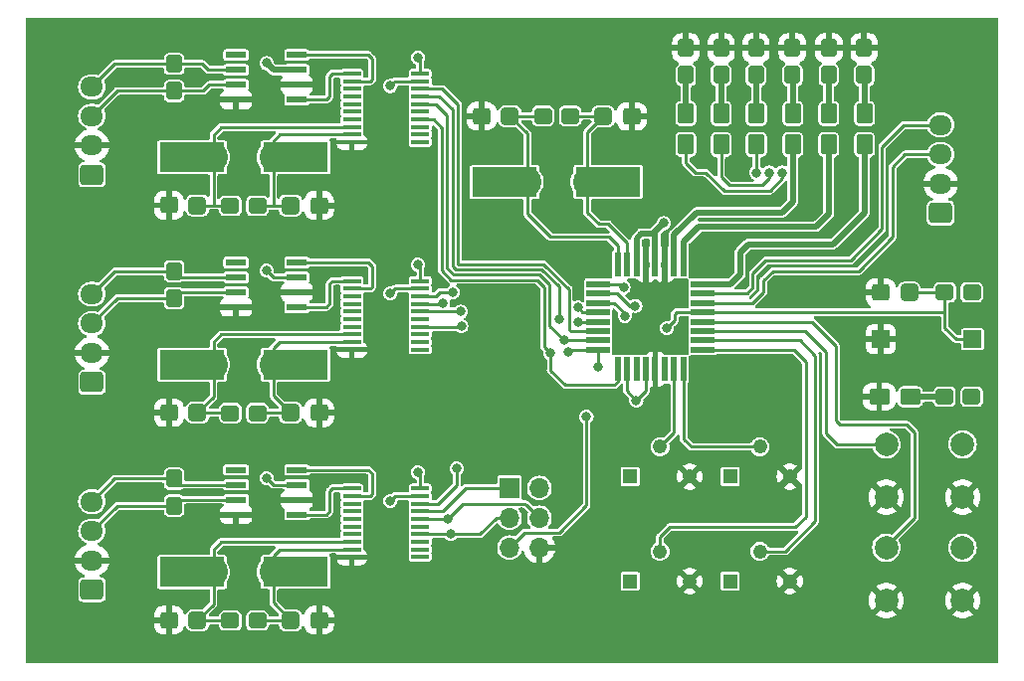
<source format=gbr>
%TF.GenerationSoftware,KiCad,Pcbnew,7.0.11-rc3*%
%TF.CreationDate,2025-09-10T17:00:16+08:00*%
%TF.ProjectId,328_3ch_can_devboard,3332385f-3363-4685-9f63-616e5f646576,rev?*%
%TF.SameCoordinates,Original*%
%TF.FileFunction,Copper,L1,Top*%
%TF.FilePolarity,Positive*%
%FSLAX46Y46*%
G04 Gerber Fmt 4.6, Leading zero omitted, Abs format (unit mm)*
G04 Created by KiCad (PCBNEW 7.0.11-rc3) date 2025-09-10 17:00:16*
%MOMM*%
%LPD*%
G01*
G04 APERTURE LIST*
G04 Aperture macros list*
%AMRoundRect*
0 Rectangle with rounded corners*
0 $1 Rounding radius*
0 $2 $3 $4 $5 $6 $7 $8 $9 X,Y pos of 4 corners*
0 Add a 4 corners polygon primitive as box body*
4,1,4,$2,$3,$4,$5,$6,$7,$8,$9,$2,$3,0*
0 Add four circle primitives for the rounded corners*
1,1,$1+$1,$2,$3*
1,1,$1+$1,$4,$5*
1,1,$1+$1,$6,$7*
1,1,$1+$1,$8,$9*
0 Add four rect primitives between the rounded corners*
20,1,$1+$1,$2,$3,$4,$5,0*
20,1,$1+$1,$4,$5,$6,$7,0*
20,1,$1+$1,$6,$7,$8,$9,0*
20,1,$1+$1,$8,$9,$2,$3,0*%
G04 Aperture macros list end*
%TA.AperFunction,SMDPad,CuDef*%
%ADD10RoundRect,0.278125X0.389375X-0.474375X0.389375X0.474375X-0.389375X0.474375X-0.389375X-0.474375X0*%
%TD*%
%TA.AperFunction,SMDPad,CuDef*%
%ADD11RoundRect,0.304347X-0.395653X0.570653X-0.395653X-0.570653X0.395653X-0.570653X0.395653X0.570653X0*%
%TD*%
%TA.AperFunction,ComponentPad*%
%ADD12R,1.222000X1.222000*%
%TD*%
%TA.AperFunction,ComponentPad*%
%ADD13C,1.222000*%
%TD*%
%TA.AperFunction,ComponentPad*%
%ADD14C,2.400000*%
%TD*%
%TA.AperFunction,SMDPad,CuDef*%
%ADD15R,5.500000X2.500000*%
%TD*%
%TA.AperFunction,SMDPad,CuDef*%
%ADD16RoundRect,0.305575X-0.460025X-0.412525X0.460025X-0.412525X0.460025X0.412525X-0.460025X0.412525X0*%
%TD*%
%TA.AperFunction,SMDPad,CuDef*%
%ADD17RoundRect,0.308511X-0.457089X-0.416489X0.457089X-0.416489X0.457089X0.416489X-0.457089X0.416489X0*%
%TD*%
%TA.AperFunction,SMDPad,CuDef*%
%ADD18R,0.550000X2.000000*%
%TD*%
%TA.AperFunction,SMDPad,CuDef*%
%ADD19R,2.000000X0.550000*%
%TD*%
%TA.AperFunction,SMDPad,CuDef*%
%ADD20R,2.000000X0.525000*%
%TD*%
%TA.AperFunction,SMDPad,CuDef*%
%ADD21R,2.000000X0.575000*%
%TD*%
%TA.AperFunction,SMDPad,CuDef*%
%ADD22R,0.525000X2.000000*%
%TD*%
%TA.AperFunction,SMDPad,CuDef*%
%ADD23RoundRect,0.305575X0.460025X0.412525X-0.460025X0.412525X-0.460025X-0.412525X0.460025X-0.412525X0*%
%TD*%
%TA.AperFunction,SMDPad,CuDef*%
%ADD24RoundRect,0.308511X0.457089X0.416489X-0.457089X0.416489X-0.457089X-0.416489X0.457089X-0.416489X0*%
%TD*%
%TA.AperFunction,SMDPad,CuDef*%
%ADD25RoundRect,0.100000X-0.687500X-0.100000X0.687500X-0.100000X0.687500X0.100000X-0.687500X0.100000X0*%
%TD*%
%TA.AperFunction,SMDPad,CuDef*%
%ADD26RoundRect,0.100000X-0.687500X-0.099999X0.687500X-0.099999X0.687500X0.099999X-0.687500X0.099999X0*%
%TD*%
%TA.AperFunction,ComponentPad*%
%ADD27RoundRect,0.250000X0.725000X-0.600000X0.725000X0.600000X-0.725000X0.600000X-0.725000X-0.600000X0*%
%TD*%
%TA.AperFunction,ComponentPad*%
%ADD28O,1.950000X1.700000*%
%TD*%
%TA.AperFunction,ComponentPad*%
%ADD29C,2.000000*%
%TD*%
%TA.AperFunction,SMDPad,CuDef*%
%ADD30RoundRect,0.278125X0.474375X0.389375X-0.474375X0.389375X-0.474375X-0.389375X0.474375X-0.389375X0*%
%TD*%
%TA.AperFunction,SMDPad,CuDef*%
%ADD31R,1.500000X1.500000*%
%TD*%
%TA.AperFunction,SMDPad,CuDef*%
%ADD32RoundRect,0.041300X0.833700X0.253700X-0.833700X0.253700X-0.833700X-0.253700X0.833700X-0.253700X0*%
%TD*%
%TA.AperFunction,SMDPad,CuDef*%
%ADD33RoundRect,0.278125X-0.474375X-0.389375X0.474375X-0.389375X0.474375X0.389375X-0.474375X0.389375X0*%
%TD*%
%TA.AperFunction,SMDPad,CuDef*%
%ADD34RoundRect,0.304347X-0.570653X-0.395653X0.570653X-0.395653X0.570653X0.395653X-0.570653X0.395653X0*%
%TD*%
%TA.AperFunction,ComponentPad*%
%ADD35R,1.700000X1.700000*%
%TD*%
%TA.AperFunction,ComponentPad*%
%ADD36O,1.700000X1.700000*%
%TD*%
%TA.AperFunction,ViaPad*%
%ADD37C,0.800000*%
%TD*%
%TA.AperFunction,Conductor*%
%ADD38C,0.500000*%
%TD*%
%TA.AperFunction,Conductor*%
%ADD39C,0.250000*%
%TD*%
G04 APERTURE END LIST*
D10*
%TO.P,R15,1*%
%TO.N,Net-(D4-K)*%
X170467500Y-78900000D03*
%TO.P,R15,2*%
%TO.N,GND*%
X170467500Y-76595000D03*
%TD*%
D11*
%TO.P,D4,1,K*%
%TO.N,Net-(D4-K)*%
X170500000Y-82175000D03*
%TO.P,D4,2,A*%
%TO.N,OUT3*%
X170500000Y-84825000D03*
%TD*%
D12*
%TO.P,RV2,1,1*%
%TO.N,+5V*%
X165160000Y-113100000D03*
D13*
%TO.P,RV2,2,2*%
%TO.N,AD2*%
X167700000Y-110560000D03*
%TO.P,RV2,3,3*%
%TO.N,GND*%
X170240000Y-113100000D03*
%TD*%
D10*
%TO.P,R14,1*%
%TO.N,Net-(D3-K)*%
X173567500Y-78900000D03*
%TO.P,R14,2*%
%TO.N,GND*%
X173567500Y-76595000D03*
%TD*%
D14*
%TO.P,Y1,1,1*%
%TO.N,Net-(U3-OSC1)*%
X126293282Y-103562500D03*
D15*
X128206719Y-103554262D03*
%TO.P,Y1,2,2*%
%TO.N,Net-(U3-OSC2)*%
X119393282Y-103562500D03*
D14*
X121213282Y-103562500D03*
%TD*%
D16*
%TO.P,C4,1*%
%TO.N,GND*%
X117408882Y-107655600D03*
D17*
%TO.P,C4,2*%
%TO.N,Net-(U3-OSC2)*%
X119840082Y-107662500D03*
%TD*%
D10*
%TO.P,R2,1*%
%TO.N,CAN1L*%
X117867500Y-97915000D03*
%TO.P,R2,2*%
%TO.N,CAN1H*%
X117867500Y-95610000D03*
%TD*%
%TO.P,R18,1*%
%TO.N,Net-(D7-K)*%
X161400000Y-78900000D03*
%TO.P,R18,2*%
%TO.N,GND*%
X161400000Y-76595000D03*
%TD*%
D18*
%TO.P,U1,1,PD3*%
%TO.N,OUT2*%
X161200000Y-95050000D03*
%TO.P,U1,2,PD4*%
%TO.N,OUT3*%
X160400000Y-95050000D03*
%TO.P,U1,3,GND*%
%TO.N,GND*%
X159600000Y-95050000D03*
%TO.P,U1,4,VCC*%
%TO.N,+5V*%
X158800000Y-95050000D03*
%TO.P,U1,5,GND*%
%TO.N,GND*%
X158000000Y-95050000D03*
%TO.P,U1,6,VCC*%
%TO.N,+5V*%
X157200000Y-95050000D03*
%TO.P,U1,7,XTAL1/PB6*%
%TO.N,XTAL1*%
X156400000Y-95050000D03*
%TO.P,U1,8,XTAL2/PB7*%
%TO.N,XTAL2*%
X155600000Y-95050000D03*
D19*
%TO.P,U1,9,PD5*%
%TO.N,OUT4*%
X153950000Y-96700000D03*
D20*
%TO.P,U1,10,PD6*%
%TO.N,OUT5*%
X153950000Y-97487500D03*
D21*
%TO.P,U1,11,PD7*%
%TO.N,OUT6*%
X153950000Y-98312500D03*
D19*
%TO.P,U1,12,PB0*%
%TO.N,CAN2_CS*%
X153950000Y-99100000D03*
%TO.P,U1,13,PB1*%
%TO.N,CAN1_CS*%
X153950000Y-99900000D03*
%TO.P,U1,14,PB2*%
%TO.N,CAN0_CS*%
X153950000Y-100700000D03*
%TO.P,U1,15,PB3*%
%TO.N,MOSI*%
X153950000Y-101500000D03*
%TO.P,U1,16,PB4*%
%TO.N,MISO*%
X153950000Y-102300000D03*
D18*
%TO.P,U1,17,PB5*%
%TO.N,SCK*%
X155600000Y-103950000D03*
%TO.P,U1,18,AVCC*%
%TO.N,+5V*%
X156400000Y-103950000D03*
%TO.P,U1,19,ADC6*%
%TO.N,unconnected-(U1-ADC6-Pad19)*%
X157200000Y-103950000D03*
D22*
%TO.P,U1,20,AREF*%
%TO.N,+5V*%
X158012500Y-103950000D03*
D18*
%TO.P,U1,21,GND*%
%TO.N,GND*%
X158800000Y-103950000D03*
%TO.P,U1,22,ADC7*%
%TO.N,unconnected-(U1-ADC7-Pad22)*%
X159600000Y-103950000D03*
%TO.P,U1,23,PC0*%
%TO.N,AD1*%
X160400000Y-103950000D03*
%TO.P,U1,24,PC1*%
%TO.N,AD2*%
X161200000Y-103950000D03*
D19*
%TO.P,U1,25,PC2*%
%TO.N,AD3*%
X162850000Y-102300000D03*
%TO.P,U1,26,PC3*%
%TO.N,AD4*%
X162850000Y-101500000D03*
%TO.P,U1,27,PC4*%
%TO.N,DIN1*%
X162850000Y-100700000D03*
%TO.P,U1,28,PC5*%
%TO.N,DIN2*%
X162850000Y-99900000D03*
%TO.P,U1,29,~{RESET}/PC6*%
%TO.N,RST*%
X162850000Y-99100000D03*
%TO.P,U1,30,PD0*%
%TO.N,TXD*%
X162850000Y-98300000D03*
%TO.P,U1,31,PD1*%
%TO.N,RXD*%
X162850000Y-97500000D03*
%TO.P,U1,32,PD2*%
%TO.N,OUT1*%
X162850000Y-96700000D03*
%TD*%
D23*
%TO.P,C25,1*%
%TO.N,GND*%
X130191119Y-90006900D03*
D24*
%TO.P,C25,2*%
%TO.N,Net-(U9-OSC1)*%
X127759919Y-90000000D03*
%TD*%
D25*
%TO.P,U3,1,TXCAN*%
%TO.N,/CAN1/CAN_TX*%
X132987500Y-96437500D03*
%TO.P,U3,2,RXCAN*%
%TO.N,/CAN1/CAN_RX*%
X132987500Y-97087500D03*
%TO.P,U3,3,CLKOUT/SOF*%
%TO.N,unconnected-(U3-CLKOUT{slash}SOF-Pad3)*%
X132987500Y-97737500D03*
D26*
%TO.P,U3,4,~{TX0RTS}*%
%TO.N,unconnected-(U3-~{TX0RTS}-Pad4)*%
X132987500Y-98387501D03*
D25*
%TO.P,U3,5,~{TX1RTS}*%
%TO.N,unconnected-(U3-~{TX1RTS}-Pad5)*%
X132987500Y-99037500D03*
%TO.P,U3,6,NC*%
%TO.N,unconnected-(U3-NC-Pad6)*%
X132987500Y-99687500D03*
%TO.P,U3,7,~{TX2RTS}*%
%TO.N,unconnected-(U3-~{TX2RTS}-Pad7)*%
X132987500Y-100337500D03*
%TO.P,U3,8,OSC2*%
%TO.N,Net-(U3-OSC2)*%
X132987500Y-100987500D03*
%TO.P,U3,9,OSC1*%
%TO.N,Net-(U3-OSC1)*%
X132987500Y-101637500D03*
%TO.P,U3,10,VSS*%
%TO.N,GND*%
X132987500Y-102287500D03*
%TO.P,U3,11,~{RX1BF}*%
%TO.N,unconnected-(U3-~{RX1BF}-Pad11)*%
X138812500Y-102287500D03*
%TO.P,U3,12,~{RX0BF}*%
%TO.N,unconnected-(U3-~{RX0BF}-Pad12)*%
X138812500Y-101637500D03*
%TO.P,U3,13,~{INT}*%
%TO.N,unconnected-(U3-~{INT}-Pad13)*%
X138812500Y-100987500D03*
%TO.P,U3,14,SCK*%
%TO.N,SCK*%
X138812500Y-100337500D03*
%TO.P,U3,15,NC*%
%TO.N,unconnected-(U3-NC-Pad15)*%
X138812500Y-99687500D03*
%TO.P,U3,16,SI*%
%TO.N,MOSI*%
X138812500Y-99037500D03*
%TO.P,U3,17,SO*%
%TO.N,MISO*%
X138812500Y-98387500D03*
D26*
%TO.P,U3,18,~{CS}*%
%TO.N,CAN1_CS*%
X138812500Y-97737501D03*
%TO.P,U3,19,~{RESET}*%
%TO.N,Net-(U3-~{RESET})*%
X138812500Y-97087501D03*
%TO.P,U3,20,VDD*%
%TO.N,+5V*%
X138812500Y-96437501D03*
%TD*%
D14*
%TO.P,Y3,1,1*%
%TO.N,Net-(U5-OSC1)*%
X126293282Y-121225000D03*
D15*
X128206719Y-121216762D03*
%TO.P,Y3,2,2*%
%TO.N,Net-(U5-OSC2)*%
X119393282Y-121225000D03*
D14*
X121213282Y-121225000D03*
%TD*%
D27*
%TO.P,J4,1,Pin_1*%
%TO.N,+5V*%
X183075000Y-90650000D03*
D28*
%TO.P,J4,2,Pin_2*%
%TO.N,GND*%
X183075000Y-88150000D03*
%TO.P,J4,3,Pin_3*%
%TO.N,TXD*%
X183075000Y-85650000D03*
%TO.P,J4,4,Pin_4*%
%TO.N,RXD*%
X183075000Y-83150000D03*
%TD*%
D16*
%TO.P,C11,1*%
%TO.N,GND*%
X144008882Y-82403700D03*
D17*
%TO.P,C11,2*%
%TO.N,XTAL2*%
X146440082Y-82410600D03*
%TD*%
D12*
%TO.P,RV4,1,1*%
%TO.N,+5V*%
X165160000Y-122000000D03*
D13*
%TO.P,RV4,2,2*%
%TO.N,AD4*%
X167700000Y-119460000D03*
%TO.P,RV4,3,3*%
%TO.N,GND*%
X170240000Y-122000000D03*
%TD*%
D14*
%TO.P,Y5,1,1*%
%TO.N,Net-(U9-OSC1)*%
X126293282Y-85900000D03*
D15*
X128206719Y-85891762D03*
%TO.P,Y5,2,2*%
%TO.N,Net-(U9-OSC2)*%
X119393282Y-85900000D03*
D14*
X121213282Y-85900000D03*
%TD*%
D29*
%TO.P,SW4,1,1*%
%TO.N,DIN2*%
X178450000Y-119150000D03*
X184950000Y-119150000D03*
%TO.P,SW4,2,2*%
%TO.N,GND*%
X178450000Y-123650000D03*
X184950000Y-123650000D03*
%TD*%
D25*
%TO.P,U5,1,TXCAN*%
%TO.N,/CAN2/CAN_TX*%
X132987500Y-114100000D03*
%TO.P,U5,2,RXCAN*%
%TO.N,/CAN2/CAN_RX*%
X132987500Y-114750000D03*
%TO.P,U5,3,CLKOUT/SOF*%
%TO.N,unconnected-(U5-CLKOUT{slash}SOF-Pad3)*%
X132987500Y-115400000D03*
D26*
%TO.P,U5,4,~{TX0RTS}*%
%TO.N,unconnected-(U5-~{TX0RTS}-Pad4)*%
X132987500Y-116050001D03*
D25*
%TO.P,U5,5,~{TX1RTS}*%
%TO.N,unconnected-(U5-~{TX1RTS}-Pad5)*%
X132987500Y-116700000D03*
%TO.P,U5,6,NC*%
%TO.N,unconnected-(U5-NC-Pad6)*%
X132987500Y-117350000D03*
%TO.P,U5,7,~{TX2RTS}*%
%TO.N,unconnected-(U5-~{TX2RTS}-Pad7)*%
X132987500Y-118000000D03*
%TO.P,U5,8,OSC2*%
%TO.N,Net-(U5-OSC2)*%
X132987500Y-118650000D03*
%TO.P,U5,9,OSC1*%
%TO.N,Net-(U5-OSC1)*%
X132987500Y-119300000D03*
%TO.P,U5,10,VSS*%
%TO.N,GND*%
X132987500Y-119950000D03*
%TO.P,U5,11,~{RX1BF}*%
%TO.N,unconnected-(U5-~{RX1BF}-Pad11)*%
X138812500Y-119950000D03*
%TO.P,U5,12,~{RX0BF}*%
%TO.N,unconnected-(U5-~{RX0BF}-Pad12)*%
X138812500Y-119300000D03*
%TO.P,U5,13,~{INT}*%
%TO.N,unconnected-(U5-~{INT}-Pad13)*%
X138812500Y-118650000D03*
%TO.P,U5,14,SCK*%
%TO.N,SCK*%
X138812500Y-118000000D03*
%TO.P,U5,15,NC*%
%TO.N,unconnected-(U5-NC-Pad15)*%
X138812500Y-117350000D03*
%TO.P,U5,16,SI*%
%TO.N,MOSI*%
X138812500Y-116700000D03*
%TO.P,U5,17,SO*%
%TO.N,MISO*%
X138812500Y-116050000D03*
D26*
%TO.P,U5,18,~{CS}*%
%TO.N,CAN2_CS*%
X138812500Y-115400001D03*
%TO.P,U5,19,~{RESET}*%
%TO.N,Net-(U5-~{RESET})*%
X138812500Y-114750001D03*
%TO.P,U5,20,VDD*%
%TO.N,+5V*%
X138812500Y-114100001D03*
%TD*%
D10*
%TO.P,R16,1*%
%TO.N,Net-(D5-K)*%
X167367500Y-78900000D03*
%TO.P,R16,2*%
%TO.N,GND*%
X167367500Y-76595000D03*
%TD*%
D11*
%TO.P,D3,1,K*%
%TO.N,Net-(D3-K)*%
X173560000Y-82175000D03*
%TO.P,D3,2,A*%
%TO.N,OUT2*%
X173560000Y-84825000D03*
%TD*%
D30*
%TO.P,R4,1*%
%TO.N,Net-(U3-OSC1)*%
X124952500Y-107696052D03*
%TO.P,R4,2*%
%TO.N,Net-(U3-OSC2)*%
X122647500Y-107696052D03*
%TD*%
D16*
%TO.P,C24,1*%
%TO.N,GND*%
X117408882Y-89993100D03*
D17*
%TO.P,C24,2*%
%TO.N,Net-(U9-OSC2)*%
X119840082Y-90000000D03*
%TD*%
D31*
%TO.P,SW1,1,1*%
%TO.N,GND*%
X178000000Y-101400000D03*
%TO.P,SW1,2,2*%
%TO.N,RST*%
X185800000Y-101400000D03*
%TD*%
D11*
%TO.P,D5,1,K*%
%TO.N,Net-(D5-K)*%
X167400000Y-82175000D03*
%TO.P,D5,2,A*%
%TO.N,OUT4*%
X167400000Y-84825000D03*
%TD*%
D23*
%TO.P,C10,1*%
%TO.N,GND*%
X156791119Y-82417500D03*
D24*
%TO.P,C10,2*%
%TO.N,XTAL1*%
X154359919Y-82410600D03*
%TD*%
D32*
%TO.P,U8,1,TXD*%
%TO.N,/CAN0/CAN_TX*%
X128302500Y-81005000D03*
%TO.P,U8,2,GND*%
%TO.N,GND*%
X128302500Y-79735000D03*
%TO.P,U8,3,VCC*%
%TO.N,+5V*%
X128302500Y-78465000D03*
%TO.P,U8,4,RXD*%
%TO.N,/CAN0/CAN_RX*%
X128302500Y-77195000D03*
%TO.P,U8,5,VREF*%
%TO.N,unconnected-(U8-VREF-Pad5)*%
X123132500Y-77195000D03*
%TO.P,U8,6,CANL*%
%TO.N,CAN0H*%
X123132500Y-78465000D03*
%TO.P,U8,7,CANH*%
%TO.N,CAN0L*%
X123132500Y-79735000D03*
%TO.P,U8,8,S*%
%TO.N,GND*%
X123132500Y-81005000D03*
%TD*%
D10*
%TO.P,R13,1*%
%TO.N,Net-(D2-K)*%
X176567500Y-78900000D03*
%TO.P,R13,2*%
%TO.N,GND*%
X176567500Y-76595000D03*
%TD*%
D32*
%TO.P,U2,1,TXD*%
%TO.N,/CAN1/CAN_TX*%
X128302500Y-98667500D03*
%TO.P,U2,2,GND*%
%TO.N,GND*%
X128302500Y-97397500D03*
%TO.P,U2,3,VCC*%
%TO.N,+5V*%
X128302500Y-96127500D03*
%TO.P,U2,4,RXD*%
%TO.N,/CAN1/CAN_RX*%
X128302500Y-94857500D03*
%TO.P,U2,5,VREF*%
%TO.N,unconnected-(U2-VREF-Pad5)*%
X123132500Y-94857500D03*
%TO.P,U2,6,CANL*%
%TO.N,CAN1H*%
X123132500Y-96127500D03*
%TO.P,U2,7,CANH*%
%TO.N,CAN1L*%
X123132500Y-97397500D03*
%TO.P,U2,8,S*%
%TO.N,GND*%
X123132500Y-98667500D03*
%TD*%
D27*
%TO.P,J3,1,Pin_1*%
%TO.N,+5V*%
X110875000Y-122725000D03*
D28*
%TO.P,J3,2,Pin_2*%
%TO.N,GND*%
X110875000Y-120225000D03*
%TO.P,J3,3,Pin_3*%
%TO.N,CAN2L*%
X110875000Y-117725000D03*
%TO.P,J3,4,Pin_4*%
%TO.N,CAN2H*%
X110875000Y-115225000D03*
%TD*%
D16*
%TO.P,C16,1*%
%TO.N,GND*%
X117408882Y-125318100D03*
D17*
%TO.P,C16,2*%
%TO.N,Net-(U5-OSC2)*%
X119840082Y-125325000D03*
%TD*%
D30*
%TO.P,R1,1*%
%TO.N,+5V*%
X185716900Y-106300000D03*
%TO.P,R1,2*%
%TO.N,Net-(D1-A)*%
X183411900Y-106300000D03*
%TD*%
D12*
%TO.P,RV1,1,1*%
%TO.N,+5V*%
X156660000Y-113100000D03*
D13*
%TO.P,RV1,2,2*%
%TO.N,AD1*%
X159200000Y-110560000D03*
%TO.P,RV1,3,3*%
%TO.N,GND*%
X161740000Y-113100000D03*
%TD*%
D27*
%TO.P,J1,1,Pin_1*%
%TO.N,+5V*%
X110875000Y-87400000D03*
D28*
%TO.P,J1,2,Pin_2*%
%TO.N,GND*%
X110875000Y-84900000D03*
%TO.P,J1,3,Pin_3*%
%TO.N,CAN0L*%
X110875000Y-82400000D03*
%TO.P,J1,4,Pin_4*%
%TO.N,CAN0H*%
X110875000Y-79900000D03*
%TD*%
D33*
%TO.P,R3,1*%
%TO.N,RST*%
X183433383Y-97402500D03*
%TO.P,R3,2*%
%TO.N,+5V*%
X185738383Y-97402500D03*
%TD*%
D16*
%TO.P,C9,1*%
%TO.N,GND*%
X177970283Y-97429151D03*
D17*
%TO.P,C9,2*%
%TO.N,RST*%
X180401483Y-97436051D03*
%TD*%
D34*
%TO.P,D1,1,K*%
%TO.N,GND*%
X177852983Y-106300000D03*
%TO.P,D1,2,A*%
%TO.N,Net-(D1-A)*%
X180502983Y-106300000D03*
%TD*%
D35*
%TO.P,AVR-ISP1,1,Pin_1*%
%TO.N,MISO*%
X146400000Y-114060000D03*
D36*
%TO.P,AVR-ISP1,2,Pin_2*%
%TO.N,+5V*%
X148940000Y-114060000D03*
%TO.P,AVR-ISP1,3,Pin_3*%
%TO.N,SCK*%
X146400000Y-116600000D03*
%TO.P,AVR-ISP1,4,Pin_4*%
%TO.N,MOSI*%
X148940000Y-116600000D03*
%TO.P,AVR-ISP1,5,Pin_5*%
%TO.N,RST*%
X146400000Y-119140000D03*
%TO.P,AVR-ISP1,6,Pin_6*%
%TO.N,GND*%
X148940000Y-119140000D03*
%TD*%
D11*
%TO.P,D7,1,K*%
%TO.N,Net-(D7-K)*%
X161400000Y-82175000D03*
%TO.P,D7,2,A*%
%TO.N,OUT6*%
X161400000Y-84825000D03*
%TD*%
D32*
%TO.P,U4,1,TXD*%
%TO.N,/CAN2/CAN_TX*%
X128302500Y-116330000D03*
%TO.P,U4,2,GND*%
%TO.N,GND*%
X128302500Y-115060000D03*
%TO.P,U4,3,VCC*%
%TO.N,+5V*%
X128302500Y-113790000D03*
%TO.P,U4,4,RXD*%
%TO.N,/CAN2/CAN_RX*%
X128302500Y-112520000D03*
%TO.P,U4,5,VREF*%
%TO.N,unconnected-(U4-VREF-Pad5)*%
X123132500Y-112520000D03*
%TO.P,U4,6,CANL*%
%TO.N,CAN2H*%
X123132500Y-113790000D03*
%TO.P,U4,7,CANH*%
%TO.N,CAN2L*%
X123132500Y-115060000D03*
%TO.P,U4,8,S*%
%TO.N,GND*%
X123132500Y-116330000D03*
%TD*%
D25*
%TO.P,U9,1,TXCAN*%
%TO.N,/CAN0/CAN_TX*%
X132987500Y-78775000D03*
%TO.P,U9,2,RXCAN*%
%TO.N,/CAN0/CAN_RX*%
X132987500Y-79425000D03*
%TO.P,U9,3,CLKOUT/SOF*%
%TO.N,unconnected-(U9-CLKOUT{slash}SOF-Pad3)*%
X132987500Y-80075000D03*
D26*
%TO.P,U9,4,~{TX0RTS}*%
%TO.N,unconnected-(U9-~{TX0RTS}-Pad4)*%
X132987500Y-80725001D03*
D25*
%TO.P,U9,5,~{TX1RTS}*%
%TO.N,unconnected-(U9-~{TX1RTS}-Pad5)*%
X132987500Y-81375000D03*
%TO.P,U9,6,NC*%
%TO.N,unconnected-(U9-NC-Pad6)*%
X132987500Y-82025000D03*
%TO.P,U9,7,~{TX2RTS}*%
%TO.N,unconnected-(U9-~{TX2RTS}-Pad7)*%
X132987500Y-82675000D03*
%TO.P,U9,8,OSC2*%
%TO.N,Net-(U9-OSC2)*%
X132987500Y-83325000D03*
%TO.P,U9,9,OSC1*%
%TO.N,Net-(U9-OSC1)*%
X132987500Y-83975000D03*
%TO.P,U9,10,VSS*%
%TO.N,GND*%
X132987500Y-84625000D03*
%TO.P,U9,11,~{RX1BF}*%
%TO.N,unconnected-(U9-~{RX1BF}-Pad11)*%
X138812500Y-84625000D03*
%TO.P,U9,12,~{RX0BF}*%
%TO.N,unconnected-(U9-~{RX0BF}-Pad12)*%
X138812500Y-83975000D03*
%TO.P,U9,13,~{INT}*%
%TO.N,unconnected-(U9-~{INT}-Pad13)*%
X138812500Y-83325000D03*
%TO.P,U9,14,SCK*%
%TO.N,SCK*%
X138812500Y-82675000D03*
%TO.P,U9,15,NC*%
%TO.N,unconnected-(U9-NC-Pad15)*%
X138812500Y-82025000D03*
%TO.P,U9,16,SI*%
%TO.N,MOSI*%
X138812500Y-81375000D03*
%TO.P,U9,17,SO*%
%TO.N,MISO*%
X138812500Y-80725000D03*
D26*
%TO.P,U9,18,~{CS}*%
%TO.N,CAN0_CS*%
X138812500Y-80075001D03*
%TO.P,U9,19,~{RESET}*%
%TO.N,Net-(U9-~{RESET})*%
X138812500Y-79425001D03*
%TO.P,U9,20,VDD*%
%TO.N,+5V*%
X138812500Y-78775001D03*
%TD*%
D30*
%TO.P,R8,1*%
%TO.N,Net-(U9-OSC1)*%
X124952500Y-90033552D03*
%TO.P,R8,2*%
%TO.N,Net-(U9-OSC2)*%
X122647500Y-90033552D03*
%TD*%
D23*
%TO.P,C17,1*%
%TO.N,GND*%
X130191119Y-125331900D03*
D24*
%TO.P,C17,2*%
%TO.N,Net-(U5-OSC1)*%
X127759919Y-125325000D03*
%TD*%
D10*
%TO.P,R7,1*%
%TO.N,CAN0L*%
X117867500Y-80252500D03*
%TO.P,R7,2*%
%TO.N,CAN0H*%
X117867500Y-77947500D03*
%TD*%
%TO.P,R17,1*%
%TO.N,Net-(D6-K)*%
X164400000Y-78900000D03*
%TO.P,R17,2*%
%TO.N,GND*%
X164400000Y-76595000D03*
%TD*%
D29*
%TO.P,SW3,1,1*%
%TO.N,DIN1*%
X178450000Y-110350000D03*
X184950000Y-110350000D03*
%TO.P,SW3,2,2*%
%TO.N,GND*%
X178450000Y-114850000D03*
X184950000Y-114850000D03*
%TD*%
D23*
%TO.P,C6,1*%
%TO.N,GND*%
X130191119Y-107669400D03*
D24*
%TO.P,C6,2*%
%TO.N,Net-(U3-OSC1)*%
X127759919Y-107662500D03*
%TD*%
D14*
%TO.P,Y2,1,1*%
%TO.N,XTAL2*%
X147906719Y-88000000D03*
D15*
X145993282Y-88008238D03*
%TO.P,Y2,2,2*%
%TO.N,XTAL1*%
X154806719Y-88000000D03*
D14*
X152986719Y-88000000D03*
%TD*%
D10*
%TO.P,R11,1*%
%TO.N,CAN2L*%
X117867500Y-115577500D03*
%TO.P,R11,2*%
%TO.N,CAN2H*%
X117867500Y-113272500D03*
%TD*%
D27*
%TO.P,J2,1,Pin_1*%
%TO.N,+5V*%
X110875000Y-105062500D03*
D28*
%TO.P,J2,2,Pin_2*%
%TO.N,GND*%
X110875000Y-102562500D03*
%TO.P,J2,3,Pin_3*%
%TO.N,CAN1L*%
X110875000Y-100062500D03*
%TO.P,J2,4,Pin_4*%
%TO.N,CAN1H*%
X110875000Y-97562500D03*
%TD*%
D11*
%TO.P,D2,1,K*%
%TO.N,Net-(D2-K)*%
X176600000Y-82175000D03*
%TO.P,D2,2,A*%
%TO.N,OUT1*%
X176600000Y-84825000D03*
%TD*%
D33*
%TO.P,R86,1*%
%TO.N,XTAL2*%
X149258242Y-82385000D03*
%TO.P,R86,2*%
%TO.N,XTAL1*%
X151563242Y-82385000D03*
%TD*%
D11*
%TO.P,D6,1,K*%
%TO.N,Net-(D6-K)*%
X164400000Y-82175000D03*
%TO.P,D6,2,A*%
%TO.N,OUT5*%
X164400000Y-84825000D03*
%TD*%
D30*
%TO.P,R12,1*%
%TO.N,Net-(U5-OSC1)*%
X124952500Y-125358552D03*
%TO.P,R12,2*%
%TO.N,Net-(U5-OSC2)*%
X122647500Y-125358552D03*
%TD*%
D12*
%TO.P,RV3,1,1*%
%TO.N,+5V*%
X156660000Y-122000000D03*
D13*
%TO.P,RV3,2,2*%
%TO.N,AD3*%
X159200000Y-119460000D03*
%TO.P,RV3,3,3*%
%TO.N,GND*%
X161740000Y-122000000D03*
%TD*%
D37*
%TO.N,GND*%
X125724400Y-80315600D03*
X158000000Y-97100000D03*
%TO.N,+5V*%
X138615600Y-112725000D03*
X185738383Y-97402500D03*
X138615600Y-95062500D03*
X125717500Y-95546900D03*
X138615600Y-77400000D03*
X125717500Y-77884400D03*
X157184400Y-106600000D03*
X159500000Y-91515600D03*
X125717500Y-113209400D03*
X185716900Y-106300000D03*
%TO.N,RST*%
X152950000Y-108000000D03*
X159800000Y-100450000D03*
%TO.N,SCK*%
X142300000Y-100300000D03*
X149900000Y-102600000D03*
X141400000Y-118000000D03*
%TO.N,MOSI*%
X151050000Y-101500000D03*
X141150000Y-116700000D03*
X142250000Y-99050000D03*
%TO.N,MISO*%
X140750000Y-98300000D03*
X153950000Y-103750000D03*
X151366228Y-102448686D03*
X150625000Y-99725000D03*
%TO.N,OUT4*%
X167400000Y-87200000D03*
X156100000Y-97000000D03*
%TO.N,OUT5*%
X168500000Y-87200000D03*
X157100000Y-98550000D03*
%TO.N,OUT6*%
X169600000Y-87200000D03*
X156200000Y-99400000D03*
%TO.N,Net-(U5-~{RESET})*%
X136247500Y-115157500D03*
%TO.N,CAN2_CS*%
X141900000Y-112400000D03*
X152200000Y-98700000D03*
%TO.N,CAN1_CS*%
X152200000Y-99900000D03*
X141550000Y-97400000D03*
%TO.N,Net-(U9-~{RESET})*%
X136247500Y-79832500D03*
%TO.N,Net-(U3-~{RESET})*%
X136247500Y-97495000D03*
%TD*%
D38*
%TO.N,GND*%
X159050000Y-97100000D02*
X158000000Y-97100000D01*
X158000000Y-95050000D02*
X158000000Y-97100000D01*
X159600000Y-95050000D02*
X159600000Y-96550000D01*
X159600000Y-96550000D02*
X159050000Y-97100000D01*
%TO.N,+5V*%
X158800000Y-92215600D02*
X159500000Y-91515600D01*
X128302500Y-78465000D02*
X126298100Y-78465000D01*
X157200000Y-95050000D02*
X157200000Y-92800000D01*
D39*
X138762500Y-78775000D02*
X138762500Y-77546900D01*
X138812500Y-96437501D02*
X138812500Y-95259400D01*
D38*
X126298100Y-78465000D02*
X125717500Y-77884400D01*
D39*
X126298100Y-113790000D02*
X125717500Y-113209400D01*
D38*
X158615600Y-92400000D02*
X158800000Y-92215600D01*
D39*
X156400000Y-103950000D02*
X156400000Y-105815600D01*
X158012500Y-103950000D02*
X158012500Y-105771900D01*
X126298100Y-96127500D02*
X125717500Y-95546900D01*
X138812500Y-112921900D02*
X138615600Y-112725000D01*
D38*
X157600000Y-92400000D02*
X158615600Y-92400000D01*
D39*
X128302500Y-96127500D02*
X126298100Y-96127500D01*
X158012500Y-105771900D02*
X157184400Y-106600000D01*
X156400000Y-105815600D02*
X157184400Y-106600000D01*
X138762500Y-77546900D02*
X138615600Y-77400000D01*
D38*
X157200000Y-92800000D02*
X157600000Y-92400000D01*
X158800000Y-95050000D02*
X158800000Y-92215600D01*
D39*
X138812500Y-95259400D02*
X138615600Y-95062500D01*
X128302500Y-113790000D02*
X126298100Y-113790000D01*
X138812500Y-114100001D02*
X138812500Y-112921900D01*
D38*
%TO.N,Net-(D2-K)*%
X176600000Y-82175000D02*
X176600000Y-78932500D01*
%TO.N,Net-(D3-K)*%
X173560000Y-82175000D02*
X173560000Y-78907500D01*
D39*
%TO.N,RST*%
X160450000Y-99800000D02*
X160450000Y-99250000D01*
X147690000Y-117850000D02*
X150650000Y-117850000D01*
X183433383Y-97402500D02*
X180435034Y-97402500D01*
X150650000Y-117850000D02*
X152950000Y-115550000D01*
X162850000Y-99100000D02*
X183433383Y-99100000D01*
X159800000Y-100450000D02*
X160450000Y-99800000D01*
X184400000Y-101400000D02*
X183433383Y-100433383D01*
X146400000Y-119140000D02*
X147690000Y-117850000D01*
X183433383Y-99100000D02*
X183433383Y-97402500D01*
X152950000Y-115550000D02*
X152950000Y-108000000D01*
X183433383Y-100433383D02*
X183433383Y-99100000D01*
X185800000Y-101400000D02*
X184400000Y-101400000D01*
X160450000Y-99250000D02*
X160600000Y-99100000D01*
X160600000Y-99100000D02*
X162850000Y-99100000D01*
D38*
%TO.N,Net-(D1-A)*%
X183411900Y-106300000D02*
X180350000Y-106300000D01*
D39*
%TO.N,SCK*%
X143900000Y-118000000D02*
X145300000Y-116600000D01*
X142300000Y-100300000D02*
X142262500Y-100337500D01*
X155300000Y-105300000D02*
X155600000Y-105000000D01*
X155600000Y-105000000D02*
X155600000Y-103950000D01*
X148750000Y-96350000D02*
X141440812Y-96350000D01*
X141400000Y-118000000D02*
X143900000Y-118000000D01*
X151150000Y-105300000D02*
X155300000Y-105300000D01*
X140650000Y-83400000D02*
X139925000Y-82675000D01*
X145300000Y-116600000D02*
X146400000Y-116600000D01*
X149900000Y-102600000D02*
X149350000Y-102050000D01*
X142262500Y-100337500D02*
X138812500Y-100337500D01*
X149900000Y-104050000D02*
X151150000Y-105300000D01*
X140650000Y-95559188D02*
X140650000Y-83400000D01*
X149900000Y-102600000D02*
X149900000Y-104050000D01*
X149350000Y-102050000D02*
X149350000Y-96950000D01*
X149350000Y-96950000D02*
X148750000Y-96350000D01*
X141440812Y-96350000D02*
X140650000Y-95559188D01*
X139925000Y-82675000D02*
X138812500Y-82675000D01*
X141400000Y-118000000D02*
X138812500Y-118000000D01*
%TO.N,MOSI*%
X153950000Y-101500000D02*
X151050000Y-101500000D01*
X141150000Y-116700000D02*
X142450000Y-115400000D01*
X141100000Y-95372792D02*
X141627208Y-95900000D01*
X147800000Y-115500000D02*
X147840000Y-115500000D01*
X141627208Y-95900000D02*
X148936396Y-95900000D01*
X141100000Y-82300000D02*
X141100000Y-95372792D01*
X142237500Y-99037500D02*
X138812500Y-99037500D01*
X147840000Y-115500000D02*
X148940000Y-116600000D01*
X138812500Y-81375000D02*
X140175000Y-81375000D01*
X142250000Y-99050000D02*
X142237500Y-99037500D01*
X149800000Y-100250000D02*
X151050000Y-101500000D01*
X142450000Y-115400000D02*
X147700000Y-115400000D01*
X148936396Y-95900000D02*
X149800000Y-96763604D01*
X141150000Y-116700000D02*
X138812500Y-116700000D01*
X149800000Y-96763604D02*
X149800000Y-100250000D01*
X147700000Y-115400000D02*
X147800000Y-115500000D01*
X140175000Y-81375000D02*
X141100000Y-82300000D01*
%TO.N,MISO*%
X140700000Y-116050000D02*
X142690000Y-114060000D01*
X151514914Y-102300000D02*
X151366228Y-102448686D01*
X150600000Y-96927208D02*
X150600000Y-99700000D01*
X141550000Y-81850000D02*
X141550000Y-95186396D01*
X149122792Y-95450000D02*
X150600000Y-96927208D01*
X138812500Y-80725000D02*
X140425000Y-80725000D01*
X141550000Y-95186396D02*
X141813604Y-95450000D01*
X140662500Y-98387500D02*
X140750000Y-98300000D01*
X141813604Y-95450000D02*
X149122792Y-95450000D01*
X140425000Y-80725000D02*
X141550000Y-81850000D01*
X153950000Y-102300000D02*
X153950000Y-103750000D01*
X138812500Y-116050000D02*
X140700000Y-116050000D01*
X150600000Y-99700000D02*
X150625000Y-99725000D01*
X138812500Y-98387500D02*
X140662500Y-98387500D01*
X153950000Y-102300000D02*
X151514914Y-102300000D01*
X142690000Y-114060000D02*
X146400000Y-114060000D01*
%TO.N,Net-(U5-OSC2)*%
X121213282Y-123951800D02*
X119840082Y-125325000D01*
X121213282Y-121225000D02*
X121213282Y-123951800D01*
X121213282Y-121225000D02*
X121213282Y-119311718D01*
X122647500Y-125358552D02*
X119873634Y-125358552D01*
X121213282Y-119311718D02*
X121875000Y-118650000D01*
X121875000Y-118650000D02*
X133037500Y-118650000D01*
%TO.N,AD1*%
X160400000Y-103950000D02*
X160400000Y-109360000D01*
X160400000Y-109360000D02*
X159200000Y-110560000D01*
%TO.N,AD2*%
X161860000Y-110560000D02*
X167700000Y-110560000D01*
X161200000Y-103950000D02*
X161200000Y-109900000D01*
X161200000Y-109900000D02*
X161860000Y-110560000D01*
%TO.N,XTAL1*%
X152986719Y-90586719D02*
X152986719Y-88000000D01*
X156400000Y-93200000D02*
X154800000Y-91600000D01*
X151509165Y-82385000D02*
X154334319Y-82385000D01*
X152986719Y-83783800D02*
X154359919Y-82410600D01*
X154000000Y-91600000D02*
X152986719Y-90586719D01*
X156400000Y-95050000D02*
X156400000Y-93200000D01*
X154800000Y-91600000D02*
X154000000Y-91600000D01*
X152986719Y-88000000D02*
X152986719Y-83783800D01*
%TO.N,XTAL2*%
X149900000Y-92700000D02*
X154900000Y-92700000D01*
X147906719Y-88000000D02*
X147906719Y-83877237D01*
X146440082Y-82410600D02*
X149178565Y-82410600D01*
X155600000Y-93400000D02*
X155600000Y-95050000D01*
X147906719Y-88000000D02*
X147906719Y-90706719D01*
X147906719Y-90706719D02*
X149900000Y-92700000D01*
X147906719Y-83877237D02*
X146440082Y-82410600D01*
X154900000Y-92700000D02*
X155600000Y-93400000D01*
D38*
%TO.N,Net-(D4-K)*%
X170500000Y-82175000D02*
X170500000Y-78932500D01*
D39*
%TO.N,OUT4*%
X167400000Y-84825000D02*
X167400000Y-87200000D01*
X153950000Y-96700000D02*
X155800000Y-96700000D01*
X155800000Y-96700000D02*
X156100000Y-97000000D01*
%TO.N,OUT5*%
X157100000Y-98550000D02*
X156624695Y-98550000D01*
X156624695Y-98550000D02*
X155562195Y-97487500D01*
X168500000Y-87200000D02*
X168500000Y-87700000D01*
X167900000Y-88300000D02*
X165100000Y-88300000D01*
X155562195Y-97487500D02*
X153950000Y-97487500D01*
X165100000Y-88300000D02*
X164400000Y-87600000D01*
X168500000Y-87700000D02*
X167900000Y-88300000D01*
X164400000Y-87600000D02*
X164400000Y-84825000D01*
%TO.N,OUT6*%
X155312500Y-98312500D02*
X153950000Y-98312500D01*
X161400000Y-86400000D02*
X162200000Y-87200000D01*
X162200000Y-87200000D02*
X163100000Y-87200000D01*
X169600000Y-87700000D02*
X169600000Y-87200000D01*
X156200000Y-99400000D02*
X156200000Y-99200000D01*
X156200000Y-99200000D02*
X155312500Y-98312500D01*
X161400000Y-84825000D02*
X161400000Y-86400000D01*
X163100000Y-87200000D02*
X164650000Y-88750000D01*
X168550000Y-88750000D02*
X169600000Y-87700000D01*
X164650000Y-88750000D02*
X168550000Y-88750000D01*
%TO.N,Net-(U5-OSC1)*%
X124952500Y-125358552D02*
X127726367Y-125358552D01*
X126293282Y-123858363D02*
X127759919Y-125325000D01*
X126825000Y-119300000D02*
X126293282Y-119831718D01*
X126293282Y-121225000D02*
X126293282Y-123858363D01*
X133037500Y-119300000D02*
X126825000Y-119300000D01*
X126293282Y-119831718D02*
X126293282Y-121225000D01*
D38*
%TO.N,OUT1*%
X166000000Y-94000000D02*
X166700000Y-93300000D01*
X166000000Y-95900000D02*
X166000000Y-94000000D01*
X176600000Y-90600000D02*
X176600000Y-84825000D01*
X165200000Y-96700000D02*
X166000000Y-95900000D01*
X162850000Y-96700000D02*
X165200000Y-96700000D01*
X166700000Y-93300000D02*
X173900000Y-93300000D01*
X173900000Y-93300000D02*
X176600000Y-90600000D01*
%TO.N,OUT2*%
X173560000Y-90740000D02*
X173560000Y-84825000D01*
X172500000Y-91800000D02*
X173560000Y-90740000D01*
X161200000Y-95050000D02*
X161200000Y-93100000D01*
X162500000Y-91800000D02*
X172500000Y-91800000D01*
X161200000Y-93100000D02*
X162500000Y-91800000D01*
%TO.N,OUT3*%
X170500000Y-89700000D02*
X169600000Y-90600000D01*
X169600000Y-90600000D02*
X162300000Y-90600000D01*
X170500000Y-84825000D02*
X170500000Y-89700000D01*
X160400000Y-92500000D02*
X160400000Y-95050000D01*
X162300000Y-90600000D02*
X160400000Y-92500000D01*
%TO.N,Net-(D5-K)*%
X167400000Y-82175000D02*
X167400000Y-78932500D01*
D39*
%TO.N,CAN0H*%
X120765000Y-78465000D02*
X123132500Y-78465000D01*
X120247500Y-77947500D02*
X120765000Y-78465000D01*
X117867500Y-77947500D02*
X120247500Y-77947500D01*
X117867500Y-77947500D02*
X112827500Y-77947500D01*
X112827500Y-77947500D02*
X110875000Y-79900000D01*
D38*
%TO.N,Net-(D6-K)*%
X164400000Y-82175000D02*
X164400000Y-78900000D01*
%TO.N,Net-(D7-K)*%
X161400000Y-82175000D02*
X161400000Y-78900000D01*
D39*
%TO.N,CAN0L*%
X120347500Y-80252500D02*
X117867500Y-80252500D01*
X113022500Y-80252500D02*
X110875000Y-82400000D01*
X120865000Y-79735000D02*
X120347500Y-80252500D01*
X117867500Y-80252500D02*
X113022500Y-80252500D01*
X123132500Y-79735000D02*
X120865000Y-79735000D01*
%TO.N,CAN1H*%
X123132500Y-96127500D02*
X118385000Y-96127500D01*
X117867500Y-95610000D02*
X112827500Y-95610000D01*
X112827500Y-95610000D02*
X110875000Y-97562500D01*
%TO.N,CAN1L*%
X117867500Y-97915000D02*
X113022500Y-97915000D01*
X113022500Y-97915000D02*
X110875000Y-100062500D01*
X123132500Y-97397500D02*
X118385000Y-97397500D01*
%TO.N,CAN2H*%
X112827500Y-113272500D02*
X110875000Y-115225000D01*
X117867500Y-113272500D02*
X112827500Y-113272500D01*
X123132500Y-113790000D02*
X118385000Y-113790000D01*
%TO.N,CAN2L*%
X117867500Y-115577500D02*
X113022500Y-115577500D01*
X113022500Y-115577500D02*
X110875000Y-117725000D01*
X123132500Y-115060000D02*
X118385000Y-115060000D01*
%TO.N,DIN1*%
X174250000Y-110350000D02*
X178450000Y-110350000D01*
X162850000Y-100700000D02*
X171550000Y-100700000D01*
X173350000Y-102500000D02*
X173350000Y-109450000D01*
X171550000Y-100700000D02*
X173350000Y-102500000D01*
X173350000Y-109450000D02*
X174250000Y-110350000D01*
%TO.N,DIN2*%
X174150000Y-108300000D02*
X174150000Y-101950000D01*
X180150000Y-108650000D02*
X174500000Y-108650000D01*
X172100000Y-99900000D02*
X162850000Y-99900000D01*
X174500000Y-108650000D02*
X174150000Y-108300000D01*
X178350000Y-119150000D02*
X180850000Y-116650000D01*
X174150000Y-101950000D02*
X172100000Y-99900000D01*
X180850000Y-109350000D02*
X180150000Y-108650000D01*
X180850000Y-116650000D02*
X180850000Y-109350000D01*
%TO.N,Net-(U5-~{RESET})*%
X136654999Y-114750001D02*
X136247500Y-115157500D01*
X138812500Y-114750001D02*
X136654999Y-114750001D01*
%TO.N,AD3*%
X170600000Y-102300000D02*
X162850000Y-102300000D01*
X170700000Y-117400000D02*
X171600000Y-116500000D01*
X160000000Y-117400000D02*
X170700000Y-117400000D01*
X159200000Y-119460000D02*
X159200000Y-118200000D01*
X171600000Y-116500000D02*
X171600000Y-103300000D01*
X159200000Y-118200000D02*
X160000000Y-117400000D01*
X171600000Y-103300000D02*
X170600000Y-102300000D01*
%TO.N,AD4*%
X169840000Y-119460000D02*
X167700000Y-119460000D01*
X171100000Y-101500000D02*
X172400000Y-102800000D01*
X162850000Y-101500000D02*
X171100000Y-101500000D01*
X172400000Y-116900000D02*
X169840000Y-119460000D01*
X172400000Y-102800000D02*
X172400000Y-116900000D01*
%TO.N,CAN2_CS*%
X141900000Y-112400000D02*
X141900000Y-113800000D01*
X152600000Y-99100000D02*
X152200000Y-98700000D01*
X141900000Y-113800000D02*
X140299999Y-115400001D01*
X153950000Y-99100000D02*
X152600000Y-99100000D01*
X140299999Y-115400001D02*
X138812500Y-115400001D01*
%TO.N,CAN1_CS*%
X140112499Y-97737501D02*
X138812500Y-97737501D01*
X153950000Y-99900000D02*
X152200000Y-99900000D01*
X141550000Y-97400000D02*
X140450000Y-97400000D01*
X140450000Y-97400000D02*
X140112499Y-97737501D01*
%TO.N,CAN0_CS*%
X151450000Y-100550000D02*
X151600000Y-100700000D01*
X151600000Y-100700000D02*
X153950000Y-100700000D01*
X140675001Y-80075001D02*
X142000000Y-81400000D01*
X151450000Y-97140812D02*
X151450000Y-100550000D01*
X142000000Y-81400000D02*
X142000000Y-95000000D01*
X149309188Y-95000000D02*
X151450000Y-97140812D01*
X142000000Y-95000000D02*
X149309188Y-95000000D01*
X138812500Y-80075001D02*
X140675001Y-80075001D01*
%TO.N,TXD*%
X162850000Y-98300000D02*
X167100000Y-98300000D01*
X180050000Y-85650000D02*
X183075000Y-85650000D01*
X168800000Y-95600000D02*
X176100000Y-95600000D01*
X168000000Y-96400000D02*
X168800000Y-95600000D01*
X179000000Y-86700000D02*
X180050000Y-85650000D01*
X176100000Y-95600000D02*
X179000000Y-92700000D01*
X167100000Y-98300000D02*
X168000000Y-97400000D01*
X179000000Y-92700000D02*
X179000000Y-86700000D01*
X168000000Y-97400000D02*
X168000000Y-96400000D01*
%TO.N,RXD*%
X175400000Y-94700000D02*
X168200000Y-94700000D01*
X167100000Y-97000000D02*
X166600000Y-97500000D01*
X179950000Y-83150000D02*
X178100000Y-85000000D01*
X178100000Y-92000000D02*
X175400000Y-94700000D01*
X183075000Y-83150000D02*
X179950000Y-83150000D01*
X178100000Y-85000000D02*
X178100000Y-92000000D01*
X168200000Y-94700000D02*
X167100000Y-95800000D01*
X167100000Y-95800000D02*
X167100000Y-97000000D01*
X166600000Y-97500000D02*
X162850000Y-97500000D01*
%TO.N,Net-(U3-OSC2)*%
X121213282Y-103562500D02*
X121213282Y-101649218D01*
X119840082Y-107662500D02*
X122613948Y-107662500D01*
X121875000Y-100987500D02*
X133037500Y-100987500D01*
X121213282Y-103562500D02*
X121213282Y-106289300D01*
X121213282Y-106289300D02*
X119840082Y-107662500D01*
X121213282Y-101649218D02*
X121875000Y-100987500D01*
%TO.N,Net-(U3-OSC1)*%
X126293282Y-106195863D02*
X127759919Y-107662500D01*
X126293282Y-102169218D02*
X126293282Y-103562500D01*
X126825000Y-101637500D02*
X126293282Y-102169218D01*
X133037500Y-101637500D02*
X126825000Y-101637500D01*
X127759919Y-107662500D02*
X124986052Y-107662500D01*
X126293282Y-103562500D02*
X126293282Y-106195863D01*
%TO.N,Net-(U9-OSC2)*%
X121213282Y-89986718D02*
X121200000Y-90000000D01*
X119840082Y-90000000D02*
X121200000Y-90000000D01*
X121213282Y-85900000D02*
X121213282Y-89986718D01*
X121875000Y-83325000D02*
X133037500Y-83325000D01*
X121200000Y-90000000D02*
X122613948Y-90000000D01*
X121213282Y-85900000D02*
X121213282Y-83986718D01*
X121213282Y-83986718D02*
X121875000Y-83325000D01*
%TO.N,Net-(U9-OSC1)*%
X126293282Y-90000000D02*
X126326834Y-90033552D01*
X124952500Y-90033552D02*
X126400000Y-90033552D01*
X126400000Y-90033552D02*
X127726367Y-90033552D01*
X126293282Y-85900000D02*
X126293282Y-90000000D01*
X133037500Y-83975000D02*
X126825000Y-83975000D01*
X126825000Y-83975000D02*
X126293282Y-84506718D01*
X126326834Y-90033552D02*
X126400000Y-90033552D01*
X126293282Y-84506718D02*
X126293282Y-85900000D01*
%TO.N,Net-(U9-~{RESET})*%
X138762500Y-79425000D02*
X136655000Y-79425000D01*
X136655000Y-79425000D02*
X136247500Y-79832500D01*
%TO.N,Net-(U3-~{RESET})*%
X138812500Y-97087501D02*
X136654999Y-97087501D01*
X136654999Y-97087501D02*
X136247500Y-97495000D01*
%TO.N,/CAN1/CAN_TX*%
X133037500Y-96437500D02*
X131325000Y-96437500D01*
X130795000Y-98667500D02*
X128302500Y-98667500D01*
X131325000Y-96437500D02*
X131100000Y-96662500D01*
X131100000Y-96662500D02*
X131100000Y-98362500D01*
X131100000Y-98362500D02*
X130795000Y-98667500D01*
%TO.N,/CAN1/CAN_RX*%
X134700000Y-96962500D02*
X134700000Y-95162500D01*
X134700000Y-95162500D02*
X134395000Y-94857500D01*
X134395000Y-94857500D02*
X128302500Y-94857500D01*
X134575000Y-97087500D02*
X134700000Y-96962500D01*
X133037500Y-97087500D02*
X134575000Y-97087500D01*
%TO.N,/CAN2/CAN_TX*%
X130795000Y-116330000D02*
X128302500Y-116330000D01*
X131325000Y-114100000D02*
X131100000Y-114325000D01*
X133037500Y-114100000D02*
X131325000Y-114100000D01*
X131100000Y-116025000D02*
X130795000Y-116330000D01*
X131100000Y-114325000D02*
X131100000Y-116025000D01*
%TO.N,/CAN2/CAN_RX*%
X134395000Y-112520000D02*
X128302500Y-112520000D01*
X134700000Y-112825000D02*
X134395000Y-112520000D01*
X133037500Y-114750000D02*
X134575000Y-114750000D01*
X134575000Y-114750000D02*
X134700000Y-114625000D01*
X134700000Y-114625000D02*
X134700000Y-112825000D01*
%TO.N,/CAN0/CAN_TX*%
X133037500Y-78775000D02*
X131325000Y-78775000D01*
X131100000Y-80700000D02*
X130795000Y-81005000D01*
X131325000Y-78775000D02*
X131100000Y-79000000D01*
X131100000Y-79000000D02*
X131100000Y-80700000D01*
X130795000Y-81005000D02*
X128302500Y-81005000D01*
%TO.N,/CAN0/CAN_RX*%
X133037500Y-79425000D02*
X134575000Y-79425000D01*
X134700000Y-79300000D02*
X134700000Y-77500000D01*
X134575000Y-79425000D02*
X134700000Y-79300000D01*
X134395000Y-77195000D02*
X128302500Y-77195000D01*
X134700000Y-77500000D02*
X134395000Y-77195000D01*
%TD*%
%TA.AperFunction,Conductor*%
%TO.N,GND*%
G36*
X187942539Y-74020185D02*
G01*
X187988294Y-74072989D01*
X187999500Y-74124500D01*
X187999500Y-128875500D01*
X187979815Y-128942539D01*
X187927011Y-128988294D01*
X187875500Y-128999500D01*
X105374500Y-128999500D01*
X105307461Y-128979815D01*
X105261706Y-128927011D01*
X105250500Y-128875500D01*
X105250500Y-125568100D01*
X116143283Y-125568100D01*
X116143283Y-125775870D01*
X116158508Y-125911010D01*
X116158511Y-125911023D01*
X116218462Y-126082353D01*
X116218466Y-126082360D01*
X116315048Y-126236071D01*
X116443410Y-126364433D01*
X116597121Y-126461015D01*
X116597123Y-126461016D01*
X116768471Y-126520973D01*
X116903614Y-126536199D01*
X117158881Y-126536199D01*
X117158882Y-126536198D01*
X117158882Y-125568100D01*
X116143283Y-125568100D01*
X105250500Y-125568100D01*
X105250500Y-125068100D01*
X116143282Y-125068100D01*
X117158882Y-125068100D01*
X117158882Y-124100000D01*
X116903617Y-124100000D01*
X116903611Y-124100001D01*
X116768471Y-124115226D01*
X116768458Y-124115229D01*
X116597128Y-124175180D01*
X116597121Y-124175184D01*
X116443410Y-124271766D01*
X116315048Y-124400128D01*
X116218466Y-124553839D01*
X116218465Y-124553841D01*
X116158508Y-124725189D01*
X116143282Y-124860330D01*
X116143282Y-125068100D01*
X105250500Y-125068100D01*
X105250500Y-120475000D01*
X109419364Y-120475000D01*
X109476567Y-120688486D01*
X109476570Y-120688492D01*
X109576399Y-120902577D01*
X109576400Y-120902579D01*
X109711886Y-121096073D01*
X109711891Y-121096079D01*
X109878920Y-121263108D01*
X109878926Y-121263113D01*
X110072420Y-121398599D01*
X110072422Y-121398600D01*
X110157168Y-121438118D01*
X110209607Y-121484290D01*
X110228759Y-121551484D01*
X110208543Y-121618365D01*
X110155378Y-121663700D01*
X110104763Y-121674500D01*
X110095730Y-121674500D01*
X110065300Y-121677353D01*
X110065298Y-121677353D01*
X109937119Y-121722206D01*
X109937117Y-121722207D01*
X109827850Y-121802850D01*
X109747207Y-121912117D01*
X109747206Y-121912119D01*
X109702353Y-122040298D01*
X109702353Y-122040300D01*
X109699500Y-122070730D01*
X109699500Y-123379269D01*
X109702353Y-123409699D01*
X109702353Y-123409701D01*
X109746915Y-123537047D01*
X109747207Y-123537882D01*
X109827850Y-123647150D01*
X109937118Y-123727793D01*
X109979845Y-123742744D01*
X110065299Y-123772646D01*
X110095730Y-123775500D01*
X110095734Y-123775500D01*
X111654270Y-123775500D01*
X111684699Y-123772646D01*
X111684701Y-123772646D01*
X111748790Y-123750219D01*
X111812882Y-123727793D01*
X111922150Y-123647150D01*
X112002793Y-123537882D01*
X112028616Y-123464085D01*
X112047646Y-123409701D01*
X112047646Y-123409699D01*
X112050500Y-123379269D01*
X112050500Y-122494752D01*
X116442782Y-122494752D01*
X116454413Y-122553229D01*
X116454414Y-122553230D01*
X116498729Y-122619552D01*
X116565051Y-122663867D01*
X116565052Y-122663868D01*
X116623529Y-122675499D01*
X116623532Y-122675500D01*
X116623534Y-122675500D01*
X120763782Y-122675500D01*
X120830821Y-122695185D01*
X120876576Y-122747989D01*
X120887782Y-122799500D01*
X120887782Y-123765611D01*
X120868097Y-123832650D01*
X120851463Y-123853292D01*
X120341574Y-124363181D01*
X120280251Y-124396666D01*
X120253893Y-124399500D01*
X119334312Y-124399500D01*
X119334306Y-124399501D01*
X119273679Y-124406018D01*
X119136542Y-124457168D01*
X119019367Y-124544885D01*
X118931651Y-124662059D01*
X118898299Y-124751477D01*
X118856427Y-124807410D01*
X118790962Y-124831826D01*
X118722690Y-124816973D01*
X118673285Y-124767567D01*
X118661960Y-124731706D01*
X118660803Y-124731971D01*
X118659252Y-124725176D01*
X118599301Y-124553846D01*
X118599297Y-124553839D01*
X118502715Y-124400128D01*
X118374353Y-124271766D01*
X118220642Y-124175184D01*
X118220640Y-124175183D01*
X118049292Y-124115226D01*
X117914151Y-124100000D01*
X117658882Y-124100000D01*
X117658882Y-126536199D01*
X117914147Y-126536199D01*
X117914152Y-126536198D01*
X118049292Y-126520973D01*
X118049305Y-126520970D01*
X118220635Y-126461019D01*
X118220642Y-126461015D01*
X118374353Y-126364433D01*
X118502715Y-126236071D01*
X118599297Y-126082360D01*
X118599298Y-126082358D01*
X118659253Y-125911014D01*
X118659543Y-125909748D01*
X118659954Y-125909012D01*
X118661553Y-125904444D01*
X118662353Y-125904724D01*
X118693652Y-125848770D01*
X118755314Y-125815912D01*
X118824951Y-125821607D01*
X118880454Y-125864047D01*
X118896614Y-125894004D01*
X118931651Y-125987940D01*
X119019367Y-126105115D01*
X119136542Y-126192831D01*
X119273682Y-126243982D01*
X119334309Y-126250500D01*
X120345854Y-126250499D01*
X120406482Y-126243982D01*
X120543622Y-126192831D01*
X120660797Y-126105115D01*
X120748513Y-125987940D01*
X120799664Y-125850800D01*
X120803415Y-125815912D01*
X120805686Y-125794795D01*
X120832425Y-125730244D01*
X120889818Y-125690397D01*
X120928975Y-125684052D01*
X121571328Y-125684052D01*
X121638367Y-125703737D01*
X121684122Y-125756541D01*
X121694617Y-125794796D01*
X121700628Y-125850710D01*
X121700630Y-125850716D01*
X121748724Y-125979663D01*
X121748725Y-125979664D01*
X121748726Y-125979666D01*
X121831206Y-126089846D01*
X121941386Y-126172326D01*
X121941387Y-126172326D01*
X121941388Y-126172327D01*
X122070335Y-126220421D01*
X122070334Y-126220421D01*
X122070340Y-126220423D01*
X122127346Y-126226552D01*
X122127356Y-126226552D01*
X123167644Y-126226552D01*
X123167654Y-126226552D01*
X123224660Y-126220423D01*
X123353614Y-126172326D01*
X123463794Y-126089846D01*
X123546274Y-125979666D01*
X123594371Y-125850712D01*
X123600500Y-125793706D01*
X123600500Y-124923398D01*
X123594371Y-124866392D01*
X123591923Y-124859828D01*
X123546275Y-124737440D01*
X123546274Y-124737439D01*
X123546274Y-124737438D01*
X123463794Y-124627258D01*
X123353614Y-124544778D01*
X123353612Y-124544777D01*
X123353611Y-124544776D01*
X123224664Y-124496682D01*
X123224665Y-124496682D01*
X123224661Y-124496681D01*
X123224660Y-124496681D01*
X123167654Y-124490552D01*
X122127346Y-124490552D01*
X122070340Y-124496681D01*
X122070338Y-124496681D01*
X122070334Y-124496682D01*
X121941388Y-124544776D01*
X121941386Y-124544778D01*
X121831206Y-124627258D01*
X121748726Y-124737438D01*
X121748724Y-124737440D01*
X121700630Y-124866387D01*
X121700628Y-124866393D01*
X121694617Y-124922308D01*
X121667879Y-124986859D01*
X121610487Y-125026707D01*
X121571328Y-125033052D01*
X120930181Y-125033052D01*
X120863142Y-125013367D01*
X120817387Y-124960563D01*
X120806181Y-124909052D01*
X120806181Y-124870588D01*
X120825866Y-124803549D01*
X120842500Y-124782907D01*
X121134855Y-124490552D01*
X121429572Y-124195834D01*
X121437525Y-124188546D01*
X121466476Y-124164255D01*
X121485364Y-124131539D01*
X121491169Y-124122425D01*
X121512836Y-124091484D01*
X121512836Y-124091481D01*
X121515101Y-124086624D01*
X121522029Y-124069899D01*
X121523866Y-124064850D01*
X121523870Y-124064845D01*
X121530431Y-124027630D01*
X121532761Y-124017119D01*
X121542546Y-123980607D01*
X121539253Y-123942980D01*
X121538782Y-123932172D01*
X121538782Y-122799500D01*
X121558467Y-122732461D01*
X121611271Y-122686706D01*
X121662782Y-122675500D01*
X122163032Y-122675500D01*
X122163033Y-122675499D01*
X122177850Y-122672552D01*
X122221511Y-122663868D01*
X122221511Y-122663867D01*
X122221513Y-122663867D01*
X122287834Y-122619552D01*
X122332149Y-122553231D01*
X122332149Y-122553229D01*
X122332150Y-122553229D01*
X122343781Y-122494752D01*
X122343782Y-122494750D01*
X122343782Y-122092129D01*
X122363467Y-122025090D01*
X122363973Y-122024307D01*
X122379853Y-122000001D01*
X122449206Y-121893849D01*
X122542439Y-121681300D01*
X122599416Y-121456305D01*
X122603035Y-121412630D01*
X122618582Y-121225006D01*
X122618582Y-121224993D01*
X122599417Y-120993702D01*
X122599415Y-120993691D01*
X122542439Y-120768699D01*
X122449206Y-120556151D01*
X122363973Y-120425691D01*
X122343785Y-120358802D01*
X122343782Y-120357870D01*
X122343782Y-119955249D01*
X122343781Y-119955247D01*
X122332150Y-119896770D01*
X122332149Y-119896769D01*
X122287834Y-119830447D01*
X122221512Y-119786132D01*
X122221511Y-119786131D01*
X122163034Y-119774500D01*
X122163030Y-119774500D01*
X121662782Y-119774500D01*
X121595743Y-119754815D01*
X121549988Y-119702011D01*
X121538782Y-119650500D01*
X121538782Y-119497906D01*
X121558467Y-119430867D01*
X121575101Y-119410225D01*
X121973507Y-119011819D01*
X122034830Y-118978334D01*
X122061188Y-118975500D01*
X126389811Y-118975500D01*
X126456850Y-118995185D01*
X126502605Y-119047989D01*
X126512549Y-119117147D01*
X126483524Y-119180703D01*
X126477492Y-119187181D01*
X126076997Y-119587675D01*
X126069024Y-119594982D01*
X126040087Y-119619263D01*
X126021196Y-119651982D01*
X126015387Y-119661099D01*
X125993727Y-119692032D01*
X125992500Y-119694666D01*
X125989492Y-119698081D01*
X125987506Y-119700919D01*
X125987189Y-119700697D01*
X125946328Y-119747106D01*
X125880118Y-119766262D01*
X125436966Y-119766262D01*
X125378489Y-119777893D01*
X125378488Y-119777894D01*
X125312166Y-119822209D01*
X125267851Y-119888531D01*
X125267850Y-119888532D01*
X125256219Y-119947009D01*
X125256219Y-120235340D01*
X125236534Y-120302379D01*
X125223450Y-120319322D01*
X125184298Y-120361852D01*
X125057357Y-120556151D01*
X124964124Y-120768699D01*
X124907148Y-120993691D01*
X124907146Y-120993702D01*
X124887982Y-121224993D01*
X124887982Y-121225006D01*
X124907146Y-121456297D01*
X124907148Y-121456308D01*
X124964124Y-121681300D01*
X125057358Y-121893850D01*
X125184301Y-122088150D01*
X125184309Y-122088161D01*
X125223447Y-122130674D01*
X125254371Y-122193328D01*
X125256219Y-122214658D01*
X125256219Y-122486514D01*
X125267850Y-122544991D01*
X125267851Y-122544992D01*
X125312166Y-122611314D01*
X125378488Y-122655629D01*
X125378489Y-122655630D01*
X125436966Y-122667261D01*
X125436969Y-122667262D01*
X125436971Y-122667262D01*
X125843782Y-122667262D01*
X125910821Y-122686947D01*
X125956576Y-122739751D01*
X125967782Y-122791262D01*
X125967782Y-123838735D01*
X125967310Y-123849544D01*
X125964017Y-123887171D01*
X125973794Y-123923661D01*
X125976134Y-123934215D01*
X125982693Y-123971405D01*
X125984517Y-123976418D01*
X125991479Y-123993224D01*
X125993728Y-123998047D01*
X126015386Y-124028979D01*
X126021196Y-124038097D01*
X126040088Y-124070818D01*
X126051808Y-124080652D01*
X126069025Y-124095099D01*
X126077000Y-124102407D01*
X126757500Y-124782907D01*
X126790985Y-124844230D01*
X126793819Y-124870588D01*
X126793819Y-124909052D01*
X126774134Y-124976091D01*
X126721330Y-125021846D01*
X126669819Y-125033052D01*
X126028672Y-125033052D01*
X125961633Y-125013367D01*
X125915878Y-124960563D01*
X125905383Y-124922308D01*
X125899371Y-124866393D01*
X125899369Y-124866387D01*
X125851275Y-124737440D01*
X125851274Y-124737439D01*
X125851274Y-124737438D01*
X125768794Y-124627258D01*
X125658614Y-124544778D01*
X125658612Y-124544777D01*
X125658611Y-124544776D01*
X125529664Y-124496682D01*
X125529665Y-124496682D01*
X125529661Y-124496681D01*
X125529660Y-124496681D01*
X125472654Y-124490552D01*
X124432346Y-124490552D01*
X124375340Y-124496681D01*
X124375338Y-124496681D01*
X124375334Y-124496682D01*
X124246388Y-124544776D01*
X124246386Y-124544778D01*
X124136206Y-124627258D01*
X124053726Y-124737438D01*
X124053724Y-124737440D01*
X124005630Y-124866386D01*
X124005629Y-124866390D01*
X124005629Y-124866392D01*
X123999500Y-124923398D01*
X123999500Y-125793706D01*
X124005629Y-125850710D01*
X124005630Y-125850717D01*
X124053724Y-125979663D01*
X124053725Y-125979664D01*
X124053726Y-125979666D01*
X124136206Y-126089846D01*
X124246386Y-126172326D01*
X124246387Y-126172326D01*
X124246388Y-126172327D01*
X124375335Y-126220421D01*
X124375334Y-126220421D01*
X124375340Y-126220423D01*
X124432346Y-126226552D01*
X124432356Y-126226552D01*
X125472644Y-126226552D01*
X125472654Y-126226552D01*
X125529660Y-126220423D01*
X125658614Y-126172326D01*
X125768794Y-126089846D01*
X125851274Y-125979666D01*
X125899371Y-125850712D01*
X125903113Y-125815912D01*
X125905383Y-125794796D01*
X125932121Y-125730245D01*
X125989513Y-125690397D01*
X126028672Y-125684052D01*
X126671027Y-125684052D01*
X126738066Y-125703737D01*
X126783821Y-125756541D01*
X126794317Y-125794799D01*
X126800337Y-125850802D01*
X126851487Y-125987939D01*
X126851488Y-125987940D01*
X126939204Y-126105115D01*
X127056379Y-126192831D01*
X127193519Y-126243982D01*
X127254146Y-126250500D01*
X128265691Y-126250499D01*
X128326319Y-126243982D01*
X128463459Y-126192831D01*
X128580634Y-126105115D01*
X128668350Y-125987940D01*
X128701702Y-125898520D01*
X128743572Y-125842590D01*
X128809036Y-125818173D01*
X128877309Y-125833025D01*
X128926714Y-125882430D01*
X128938044Y-125918292D01*
X128939198Y-125918029D01*
X128940748Y-125924823D01*
X129000699Y-126096153D01*
X129000703Y-126096160D01*
X129097285Y-126249871D01*
X129225647Y-126378233D01*
X129379358Y-126474815D01*
X129379360Y-126474816D01*
X129550708Y-126534773D01*
X129685851Y-126549999D01*
X129941118Y-126549999D01*
X129941119Y-126549998D01*
X129941119Y-125581900D01*
X130441119Y-125581900D01*
X130441119Y-126549999D01*
X130696384Y-126549999D01*
X130696389Y-126549998D01*
X130831529Y-126534773D01*
X130831542Y-126534770D01*
X131002872Y-126474819D01*
X131002879Y-126474815D01*
X131156590Y-126378233D01*
X131284952Y-126249871D01*
X131381534Y-126096160D01*
X131381535Y-126096158D01*
X131441492Y-125924810D01*
X131456718Y-125789669D01*
X131456719Y-125789665D01*
X131456719Y-125581900D01*
X130441119Y-125581900D01*
X129941119Y-125581900D01*
X129941119Y-124113800D01*
X130441119Y-124113800D01*
X130441119Y-125081900D01*
X131456718Y-125081900D01*
X131456718Y-124874135D01*
X131456717Y-124874129D01*
X131441492Y-124738989D01*
X131441489Y-124738976D01*
X131381538Y-124567646D01*
X131381534Y-124567639D01*
X131284952Y-124413928D01*
X131156590Y-124285566D01*
X131002879Y-124188984D01*
X131002877Y-124188983D01*
X130831529Y-124129026D01*
X130696388Y-124113800D01*
X130441119Y-124113800D01*
X129941119Y-124113800D01*
X129685854Y-124113800D01*
X129685848Y-124113801D01*
X129550708Y-124129026D01*
X129550695Y-124129029D01*
X129379365Y-124188980D01*
X129379358Y-124188984D01*
X129225647Y-124285566D01*
X129097285Y-124413928D01*
X129000703Y-124567639D01*
X129000702Y-124567641D01*
X128940744Y-124738993D01*
X128940453Y-124740269D01*
X128940039Y-124741008D01*
X128938448Y-124745556D01*
X128937650Y-124745277D01*
X128906335Y-124801242D01*
X128844669Y-124834091D01*
X128775032Y-124828385D01*
X128719535Y-124785937D01*
X128703387Y-124755998D01*
X128668350Y-124662060D01*
X128580634Y-124544885D01*
X128508054Y-124490552D01*
X128463461Y-124457170D01*
X128463459Y-124457169D01*
X128326319Y-124406018D01*
X128326317Y-124406017D01*
X128326315Y-124406017D01*
X128265708Y-124399500D01*
X128265692Y-124399500D01*
X127346107Y-124399500D01*
X127279068Y-124379815D01*
X127258426Y-124363181D01*
X126655101Y-123759856D01*
X126621616Y-123698533D01*
X126618782Y-123672175D01*
X126618782Y-123650005D01*
X176944859Y-123650005D01*
X176965385Y-123897729D01*
X176965387Y-123897738D01*
X177026412Y-124138717D01*
X177126266Y-124366364D01*
X177226564Y-124519882D01*
X177924070Y-123822376D01*
X177926884Y-123835915D01*
X177996442Y-123970156D01*
X178099638Y-124080652D01*
X178228819Y-124159209D01*
X178280002Y-124173549D01*
X177579942Y-124873609D01*
X177626768Y-124910055D01*
X177626770Y-124910056D01*
X177845385Y-125028364D01*
X177845396Y-125028369D01*
X178080506Y-125109083D01*
X178325707Y-125150000D01*
X178574293Y-125150000D01*
X178819493Y-125109083D01*
X179054603Y-125028369D01*
X179054614Y-125028364D01*
X179273228Y-124910057D01*
X179273231Y-124910055D01*
X179320056Y-124873609D01*
X178621568Y-124175121D01*
X178738458Y-124124349D01*
X178855739Y-124028934D01*
X178942928Y-123905415D01*
X178973354Y-123819802D01*
X179673434Y-124519882D01*
X179773731Y-124366369D01*
X179873587Y-124138717D01*
X179934612Y-123897738D01*
X179934614Y-123897729D01*
X179955141Y-123650005D01*
X183444859Y-123650005D01*
X183465385Y-123897729D01*
X183465387Y-123897738D01*
X183526412Y-124138717D01*
X183626266Y-124366364D01*
X183726564Y-124519882D01*
X184424070Y-123822376D01*
X184426884Y-123835915D01*
X184496442Y-123970156D01*
X184599638Y-124080652D01*
X184728819Y-124159209D01*
X184780002Y-124173549D01*
X184079942Y-124873609D01*
X184126768Y-124910055D01*
X184126770Y-124910056D01*
X184345385Y-125028364D01*
X184345396Y-125028369D01*
X184580506Y-125109083D01*
X184825707Y-125150000D01*
X185074293Y-125150000D01*
X185319493Y-125109083D01*
X185554603Y-125028369D01*
X185554614Y-125028364D01*
X185773228Y-124910057D01*
X185773231Y-124910055D01*
X185820056Y-124873609D01*
X185121568Y-124175121D01*
X185238458Y-124124349D01*
X185355739Y-124028934D01*
X185442928Y-123905415D01*
X185473354Y-123819802D01*
X186173434Y-124519882D01*
X186273731Y-124366369D01*
X186373587Y-124138717D01*
X186434612Y-123897738D01*
X186434614Y-123897729D01*
X186455141Y-123650005D01*
X186455141Y-123649994D01*
X186434614Y-123402270D01*
X186434612Y-123402261D01*
X186373587Y-123161282D01*
X186273731Y-122933630D01*
X186173434Y-122780116D01*
X185475929Y-123477622D01*
X185473116Y-123464085D01*
X185403558Y-123329844D01*
X185300362Y-123219348D01*
X185171181Y-123140791D01*
X185119997Y-123126450D01*
X185820057Y-122426390D01*
X185820056Y-122426389D01*
X185773229Y-122389943D01*
X185554614Y-122271635D01*
X185554603Y-122271630D01*
X185319493Y-122190916D01*
X185074293Y-122150000D01*
X184825707Y-122150000D01*
X184580506Y-122190916D01*
X184345396Y-122271630D01*
X184345390Y-122271632D01*
X184126761Y-122389949D01*
X184079942Y-122426388D01*
X184079942Y-122426390D01*
X184778431Y-123124878D01*
X184661542Y-123175651D01*
X184544261Y-123271066D01*
X184457072Y-123394585D01*
X184426645Y-123480197D01*
X183726564Y-122780116D01*
X183626267Y-122933632D01*
X183526412Y-123161282D01*
X183465387Y-123402261D01*
X183465385Y-123402270D01*
X183444859Y-123649994D01*
X183444859Y-123650005D01*
X179955141Y-123650005D01*
X179955141Y-123649994D01*
X179934614Y-123402270D01*
X179934612Y-123402261D01*
X179873587Y-123161282D01*
X179773731Y-122933630D01*
X179673434Y-122780116D01*
X178975929Y-123477622D01*
X178973116Y-123464085D01*
X178903558Y-123329844D01*
X178800362Y-123219348D01*
X178671181Y-123140791D01*
X178619997Y-123126450D01*
X179320057Y-122426390D01*
X179320056Y-122426389D01*
X179273229Y-122389943D01*
X179054614Y-122271635D01*
X179054603Y-122271630D01*
X178819493Y-122190916D01*
X178574293Y-122150000D01*
X178325707Y-122150000D01*
X178080506Y-122190916D01*
X177845396Y-122271630D01*
X177845390Y-122271632D01*
X177626761Y-122389949D01*
X177579942Y-122426388D01*
X177579942Y-122426390D01*
X178278431Y-123124878D01*
X178161542Y-123175651D01*
X178044261Y-123271066D01*
X177957072Y-123394585D01*
X177926645Y-123480197D01*
X177226564Y-122780116D01*
X177126267Y-122933632D01*
X177026412Y-123161282D01*
X176965387Y-123402261D01*
X176965385Y-123402270D01*
X176944859Y-123649994D01*
X176944859Y-123650005D01*
X126618782Y-123650005D01*
X126618782Y-122791262D01*
X126638467Y-122724223D01*
X126691271Y-122678468D01*
X126742782Y-122667262D01*
X130976469Y-122667262D01*
X130976470Y-122667261D01*
X130993535Y-122663867D01*
X131034948Y-122655630D01*
X131034948Y-122655629D01*
X131034950Y-122655629D01*
X131072180Y-122630752D01*
X155848500Y-122630752D01*
X155860131Y-122689229D01*
X155860132Y-122689230D01*
X155904447Y-122755552D01*
X155970769Y-122799867D01*
X155970770Y-122799868D01*
X156029247Y-122811499D01*
X156029250Y-122811500D01*
X156029252Y-122811500D01*
X157290750Y-122811500D01*
X157290751Y-122811499D01*
X157305568Y-122808552D01*
X157349229Y-122799868D01*
X157349229Y-122799867D01*
X157349231Y-122799867D01*
X157415552Y-122755552D01*
X157459867Y-122689231D01*
X157459867Y-122689229D01*
X157459868Y-122689229D01*
X157471499Y-122630752D01*
X157471500Y-122630750D01*
X157471500Y-122000000D01*
X160624240Y-122000000D01*
X160643237Y-122205019D01*
X160643238Y-122205021D01*
X160699583Y-122403054D01*
X160699589Y-122403069D01*
X160791362Y-122587372D01*
X160794679Y-122591765D01*
X160794680Y-122591766D01*
X161381354Y-122005092D01*
X161379300Y-122029888D01*
X161408549Y-122145388D01*
X161473715Y-122245133D01*
X161567738Y-122318313D01*
X161680427Y-122357000D01*
X161736553Y-122357000D01*
X161151320Y-122942230D01*
X161151321Y-122942231D01*
X161242659Y-122998784D01*
X161242665Y-122998788D01*
X161434659Y-123073166D01*
X161637054Y-123111000D01*
X161842946Y-123111000D01*
X162045339Y-123073166D01*
X162045349Y-123073163D01*
X162237336Y-122998787D01*
X162237338Y-122998786D01*
X162328678Y-122942230D01*
X162017200Y-122630752D01*
X164348500Y-122630752D01*
X164360131Y-122689229D01*
X164360132Y-122689230D01*
X164404447Y-122755552D01*
X164470769Y-122799867D01*
X164470770Y-122799868D01*
X164529247Y-122811499D01*
X164529250Y-122811500D01*
X164529252Y-122811500D01*
X165790750Y-122811500D01*
X165790751Y-122811499D01*
X165805568Y-122808552D01*
X165849229Y-122799868D01*
X165849229Y-122799867D01*
X165849231Y-122799867D01*
X165915552Y-122755552D01*
X165959867Y-122689231D01*
X165959867Y-122689229D01*
X165959868Y-122689229D01*
X165971499Y-122630752D01*
X165971500Y-122630750D01*
X165971500Y-122000000D01*
X169124240Y-122000000D01*
X169143237Y-122205019D01*
X169143238Y-122205021D01*
X169199583Y-122403054D01*
X169199589Y-122403069D01*
X169291362Y-122587372D01*
X169294679Y-122591765D01*
X169294680Y-122591766D01*
X169881354Y-122005092D01*
X169879300Y-122029888D01*
X169908549Y-122145388D01*
X169973715Y-122245133D01*
X170067738Y-122318313D01*
X170180427Y-122357000D01*
X170236553Y-122357000D01*
X169651320Y-122942230D01*
X169651321Y-122942231D01*
X169742659Y-122998784D01*
X169742665Y-122998788D01*
X169934659Y-123073166D01*
X170137054Y-123111000D01*
X170342946Y-123111000D01*
X170545339Y-123073166D01*
X170545349Y-123073163D01*
X170737336Y-122998787D01*
X170737338Y-122998786D01*
X170828678Y-122942230D01*
X170243448Y-122357000D01*
X170269579Y-122357000D01*
X170357520Y-122342325D01*
X170462306Y-122285618D01*
X170543001Y-122197960D01*
X170590861Y-122088850D01*
X170597865Y-122004313D01*
X171185318Y-122591766D01*
X171185319Y-122591765D01*
X171188637Y-122587372D01*
X171280410Y-122403069D01*
X171280416Y-122403054D01*
X171336761Y-122205021D01*
X171336762Y-122205019D01*
X171355760Y-122000000D01*
X171355760Y-121999999D01*
X171336762Y-121794980D01*
X171336761Y-121794978D01*
X171280416Y-121596945D01*
X171280410Y-121596930D01*
X171188641Y-121412633D01*
X171188636Y-121412625D01*
X171185319Y-121408233D01*
X170598645Y-121994906D01*
X170600700Y-121970112D01*
X170571451Y-121854612D01*
X170506285Y-121754867D01*
X170412262Y-121681687D01*
X170299573Y-121643000D01*
X170243448Y-121643000D01*
X170828678Y-121057768D01*
X170737333Y-121001211D01*
X170545340Y-120926833D01*
X170342946Y-120889000D01*
X170137054Y-120889000D01*
X169934660Y-120926833D01*
X169934659Y-120926833D01*
X169742666Y-121001211D01*
X169651321Y-121057768D01*
X170236553Y-121643000D01*
X170210421Y-121643000D01*
X170122480Y-121657675D01*
X170017694Y-121714382D01*
X169936999Y-121802040D01*
X169889139Y-121911150D01*
X169882134Y-121995687D01*
X169294680Y-121408233D01*
X169291360Y-121412630D01*
X169291358Y-121412634D01*
X169199589Y-121596930D01*
X169199583Y-121596945D01*
X169143238Y-121794978D01*
X169143237Y-121794980D01*
X169124240Y-121999999D01*
X169124240Y-122000000D01*
X165971500Y-122000000D01*
X165971500Y-121369249D01*
X165971499Y-121369247D01*
X165959868Y-121310770D01*
X165959867Y-121310769D01*
X165915552Y-121244447D01*
X165849230Y-121200132D01*
X165849229Y-121200131D01*
X165790752Y-121188500D01*
X165790748Y-121188500D01*
X164529252Y-121188500D01*
X164529247Y-121188500D01*
X164470770Y-121200131D01*
X164470769Y-121200132D01*
X164404447Y-121244447D01*
X164360132Y-121310769D01*
X164360131Y-121310770D01*
X164348500Y-121369247D01*
X164348500Y-122630752D01*
X162017200Y-122630752D01*
X161743448Y-122357000D01*
X161769579Y-122357000D01*
X161857520Y-122342325D01*
X161962306Y-122285618D01*
X162043001Y-122197960D01*
X162090861Y-122088850D01*
X162097865Y-122004313D01*
X162685318Y-122591766D01*
X162685319Y-122591765D01*
X162688637Y-122587372D01*
X162780410Y-122403069D01*
X162780416Y-122403054D01*
X162836761Y-122205021D01*
X162836762Y-122205019D01*
X162855760Y-122000000D01*
X162855760Y-121999999D01*
X162836762Y-121794980D01*
X162836761Y-121794978D01*
X162780416Y-121596945D01*
X162780410Y-121596930D01*
X162688641Y-121412633D01*
X162688636Y-121412625D01*
X162685319Y-121408233D01*
X162098645Y-121994906D01*
X162100700Y-121970112D01*
X162071451Y-121854612D01*
X162006285Y-121754867D01*
X161912262Y-121681687D01*
X161799573Y-121643000D01*
X161743448Y-121643000D01*
X162328678Y-121057768D01*
X162237333Y-121001211D01*
X162045340Y-120926833D01*
X161842946Y-120889000D01*
X161637054Y-120889000D01*
X161434660Y-120926833D01*
X161434659Y-120926833D01*
X161242666Y-121001211D01*
X161151321Y-121057768D01*
X161736553Y-121643000D01*
X161710421Y-121643000D01*
X161622480Y-121657675D01*
X161517694Y-121714382D01*
X161436999Y-121802040D01*
X161389139Y-121911150D01*
X161382134Y-121995686D01*
X160794680Y-121408233D01*
X160791360Y-121412630D01*
X160791358Y-121412634D01*
X160699589Y-121596930D01*
X160699583Y-121596945D01*
X160643238Y-121794978D01*
X160643237Y-121794980D01*
X160624240Y-121999999D01*
X160624240Y-122000000D01*
X157471500Y-122000000D01*
X157471500Y-121369249D01*
X157471499Y-121369247D01*
X157459868Y-121310770D01*
X157459867Y-121310769D01*
X157415552Y-121244447D01*
X157349230Y-121200132D01*
X157349229Y-121200131D01*
X157290752Y-121188500D01*
X157290748Y-121188500D01*
X156029252Y-121188500D01*
X156029247Y-121188500D01*
X155970770Y-121200131D01*
X155970769Y-121200132D01*
X155904447Y-121244447D01*
X155860132Y-121310769D01*
X155860131Y-121310770D01*
X155848500Y-121369247D01*
X155848500Y-122630752D01*
X131072180Y-122630752D01*
X131101271Y-122611314D01*
X131145586Y-122544993D01*
X131145586Y-122544991D01*
X131145587Y-122544991D01*
X131154271Y-122501330D01*
X131157219Y-122486510D01*
X131157219Y-120150001D01*
X131707988Y-120150001D01*
X131715442Y-120206627D01*
X131715444Y-120206633D01*
X131775899Y-120352585D01*
X131872075Y-120477924D01*
X131997413Y-120574100D01*
X132143365Y-120634554D01*
X132143369Y-120634555D01*
X132260676Y-120649999D01*
X132787499Y-120649999D01*
X132787500Y-120649998D01*
X132787500Y-120150000D01*
X133187500Y-120150000D01*
X133187500Y-120649999D01*
X133714324Y-120649999D01*
X133831628Y-120634557D01*
X133831633Y-120634555D01*
X133977585Y-120574100D01*
X134102924Y-120477924D01*
X134199100Y-120352586D01*
X134259555Y-120206631D01*
X134267012Y-120150000D01*
X133187500Y-120150000D01*
X132787500Y-120150000D01*
X131707990Y-120150000D01*
X131707988Y-120150001D01*
X131157219Y-120150001D01*
X131157219Y-119947014D01*
X131157219Y-119947011D01*
X131157218Y-119947009D01*
X131145587Y-119888532D01*
X131145586Y-119888531D01*
X131098720Y-119818391D01*
X131077842Y-119751714D01*
X131096326Y-119684333D01*
X131148305Y-119637643D01*
X131201822Y-119625500D01*
X131582984Y-119625500D01*
X131650023Y-119645185D01*
X131695778Y-119697989D01*
X131702662Y-119743927D01*
X131707988Y-119750000D01*
X134267010Y-119750000D01*
X134267011Y-119749998D01*
X134259557Y-119693372D01*
X134259555Y-119693366D01*
X134199100Y-119547414D01*
X134102922Y-119422073D01*
X134024012Y-119361522D01*
X133982810Y-119305094D01*
X133975499Y-119263147D01*
X133975499Y-119155143D01*
X133975499Y-119155136D01*
X133975497Y-119155117D01*
X133972586Y-119130012D01*
X133972585Y-119130008D01*
X133926257Y-119025086D01*
X133917185Y-118955808D01*
X133926257Y-118924913D01*
X133927204Y-118922766D01*
X133927206Y-118922765D01*
X133972585Y-118819991D01*
X133975500Y-118794865D01*
X133975499Y-118505136D01*
X133975497Y-118505117D01*
X133972586Y-118480012D01*
X133972585Y-118480008D01*
X133926257Y-118375086D01*
X133917185Y-118305808D01*
X133926257Y-118274913D01*
X133927204Y-118272766D01*
X133927206Y-118272765D01*
X133972585Y-118169991D01*
X133975500Y-118144865D01*
X133975499Y-117855136D01*
X133975497Y-117855117D01*
X133972586Y-117830012D01*
X133972585Y-117830008D01*
X133926257Y-117725086D01*
X133917185Y-117655808D01*
X133926257Y-117624913D01*
X133927204Y-117622766D01*
X133927206Y-117622765D01*
X133972585Y-117519991D01*
X133975500Y-117494865D01*
X133975499Y-117205136D01*
X133975497Y-117205117D01*
X133972586Y-117180012D01*
X133972585Y-117180008D01*
X133926257Y-117075086D01*
X133917185Y-117005808D01*
X133926257Y-116974913D01*
X133927204Y-116972766D01*
X133927206Y-116972765D01*
X133972585Y-116869991D01*
X133975500Y-116844865D01*
X133975499Y-116555136D01*
X133975397Y-116554256D01*
X133972586Y-116530012D01*
X133972585Y-116530008D01*
X133926257Y-116425086D01*
X133917185Y-116355808D01*
X133926257Y-116324913D01*
X133927204Y-116322766D01*
X133927206Y-116322765D01*
X133972585Y-116219991D01*
X133975500Y-116194865D01*
X133975499Y-115905138D01*
X133973764Y-115890174D01*
X133972586Y-115880014D01*
X133972585Y-115880013D01*
X133972585Y-115880011D01*
X133927206Y-115777237D01*
X133927203Y-115777234D01*
X133926256Y-115775088D01*
X133917184Y-115705810D01*
X133926256Y-115674914D01*
X133927204Y-115672766D01*
X133927206Y-115672765D01*
X133972585Y-115569991D01*
X133975500Y-115544865D01*
X133975499Y-115255136D01*
X133975497Y-115255117D01*
X133971511Y-115220742D01*
X133973371Y-115220526D01*
X133974536Y-115162197D01*
X133977688Y-115157501D01*
X135641818Y-115157501D01*
X135662455Y-115314260D01*
X135662456Y-115314262D01*
X135719298Y-115451492D01*
X135722964Y-115460341D01*
X135819218Y-115585782D01*
X135944659Y-115682036D01*
X136090738Y-115742544D01*
X136167182Y-115752608D01*
X136247499Y-115763182D01*
X136247500Y-115763182D01*
X136247501Y-115763182D01*
X136299754Y-115756302D01*
X136404262Y-115742544D01*
X136550341Y-115682036D01*
X136675782Y-115585782D01*
X136772036Y-115460341D01*
X136832544Y-115314262D01*
X136849783Y-115183315D01*
X136878049Y-115119419D01*
X136936374Y-115080948D01*
X136972722Y-115075501D01*
X137707208Y-115075501D01*
X137774247Y-115095186D01*
X137820002Y-115147990D01*
X137829946Y-115217148D01*
X137827584Y-115228551D01*
X137824500Y-115255133D01*
X137824500Y-115544856D01*
X137824502Y-115544882D01*
X137827413Y-115569986D01*
X137827414Y-115569990D01*
X137827415Y-115569991D01*
X137872794Y-115672765D01*
X137872795Y-115672766D01*
X137873743Y-115674913D01*
X137882814Y-115744191D01*
X137873743Y-115775085D01*
X137827415Y-115880009D01*
X137824500Y-115905131D01*
X137824500Y-116194856D01*
X137824502Y-116194882D01*
X137827413Y-116219986D01*
X137827414Y-116219990D01*
X137827415Y-116219991D01*
X137872794Y-116322765D01*
X137872795Y-116322766D01*
X137873743Y-116324913D01*
X137882814Y-116394191D01*
X137873743Y-116425085D01*
X137827415Y-116530009D01*
X137824500Y-116555131D01*
X137824500Y-116844856D01*
X137824502Y-116844882D01*
X137827413Y-116869986D01*
X137827414Y-116869990D01*
X137827415Y-116869991D01*
X137872794Y-116972765D01*
X137872795Y-116972766D01*
X137873743Y-116974913D01*
X137882814Y-117044191D01*
X137873743Y-117075085D01*
X137827415Y-117180009D01*
X137824500Y-117205131D01*
X137824500Y-117494856D01*
X137824502Y-117494882D01*
X137827413Y-117519986D01*
X137827414Y-117519990D01*
X137827415Y-117519991D01*
X137872794Y-117622765D01*
X137872795Y-117622766D01*
X137873743Y-117624913D01*
X137882814Y-117694191D01*
X137873743Y-117725085D01*
X137827415Y-117830009D01*
X137824500Y-117855131D01*
X137824500Y-118144856D01*
X137824502Y-118144882D01*
X137827413Y-118169986D01*
X137827414Y-118169990D01*
X137827415Y-118169991D01*
X137872794Y-118272765D01*
X137872795Y-118272766D01*
X137873743Y-118274913D01*
X137882814Y-118344191D01*
X137873743Y-118375085D01*
X137827415Y-118480009D01*
X137824500Y-118505131D01*
X137824500Y-118794856D01*
X137824502Y-118794882D01*
X137827413Y-118819986D01*
X137827414Y-118819990D01*
X137827415Y-118819991D01*
X137872794Y-118922765D01*
X137872795Y-118922766D01*
X137873743Y-118924913D01*
X137882814Y-118994191D01*
X137873743Y-119025085D01*
X137827415Y-119130009D01*
X137824500Y-119155131D01*
X137824500Y-119444856D01*
X137824502Y-119444882D01*
X137827413Y-119469986D01*
X137827414Y-119469990D01*
X137827415Y-119469991D01*
X137872794Y-119572765D01*
X137872795Y-119572766D01*
X137873743Y-119574913D01*
X137882814Y-119644191D01*
X137873743Y-119675085D01*
X137827415Y-119780009D01*
X137824500Y-119805131D01*
X137824500Y-120094856D01*
X137824502Y-120094882D01*
X137827413Y-120119987D01*
X137827415Y-120119991D01*
X137872793Y-120222764D01*
X137872794Y-120222765D01*
X137952235Y-120302206D01*
X138055009Y-120347585D01*
X138080135Y-120350500D01*
X139544864Y-120350499D01*
X139544879Y-120350497D01*
X139544882Y-120350497D01*
X139569987Y-120347586D01*
X139569988Y-120347585D01*
X139569991Y-120347585D01*
X139672765Y-120302206D01*
X139752206Y-120222765D01*
X139797585Y-120119991D01*
X139800500Y-120094865D01*
X139800499Y-119805136D01*
X139799583Y-119797237D01*
X139797586Y-119780012D01*
X139797585Y-119780008D01*
X139761191Y-119697585D01*
X139752206Y-119677235D01*
X139752205Y-119677234D01*
X139751257Y-119675086D01*
X139742185Y-119605808D01*
X139751257Y-119574913D01*
X139752204Y-119572766D01*
X139752206Y-119572765D01*
X139797585Y-119469991D01*
X139800500Y-119444865D01*
X139800499Y-119155136D01*
X139800497Y-119155117D01*
X139797586Y-119130012D01*
X139797585Y-119130008D01*
X139751257Y-119025086D01*
X139742185Y-118955808D01*
X139751257Y-118924913D01*
X139752204Y-118922766D01*
X139752206Y-118922765D01*
X139797585Y-118819991D01*
X139800500Y-118794865D01*
X139800499Y-118505136D01*
X139800497Y-118505117D01*
X139796511Y-118470742D01*
X139798371Y-118470526D01*
X139799536Y-118412197D01*
X139838477Y-118354184D01*
X139902599Y-118326434D01*
X139917792Y-118325500D01*
X140831701Y-118325500D01*
X140898740Y-118345185D01*
X140930076Y-118374013D01*
X140936729Y-118382683D01*
X140969769Y-118425743D01*
X140971718Y-118428282D01*
X141097159Y-118524536D01*
X141243238Y-118585044D01*
X141321619Y-118595363D01*
X141399999Y-118605682D01*
X141400000Y-118605682D01*
X141400001Y-118605682D01*
X141452254Y-118598802D01*
X141556762Y-118585044D01*
X141702841Y-118524536D01*
X141828282Y-118428282D01*
X141869923Y-118374013D01*
X141926351Y-118332811D01*
X141968299Y-118325500D01*
X143880372Y-118325500D01*
X143891180Y-118325971D01*
X143928807Y-118329264D01*
X143965319Y-118319479D01*
X143975830Y-118317149D01*
X144013045Y-118310588D01*
X144013050Y-118310584D01*
X144018099Y-118308747D01*
X144034824Y-118301819D01*
X144039681Y-118299554D01*
X144039684Y-118299554D01*
X144070625Y-118277887D01*
X144079744Y-118272079D01*
X144096657Y-118262315D01*
X144112455Y-118253194D01*
X144136738Y-118224253D01*
X144144036Y-118216288D01*
X145282721Y-117077603D01*
X145344042Y-117044120D01*
X145413734Y-117049104D01*
X145469667Y-117090976D01*
X145479757Y-117106831D01*
X145522315Y-117186450D01*
X145537635Y-117205117D01*
X145653589Y-117346410D01*
X145737114Y-117414956D01*
X145813550Y-117477685D01*
X145996046Y-117575232D01*
X146194066Y-117635300D01*
X146194065Y-117635300D01*
X146212529Y-117637118D01*
X146400000Y-117655583D01*
X146605934Y-117635300D01*
X146803954Y-117575232D01*
X146986450Y-117477685D01*
X147146410Y-117346410D01*
X147277685Y-117186450D01*
X147375232Y-117003954D01*
X147435300Y-116805934D01*
X147455583Y-116600000D01*
X147435300Y-116394066D01*
X147375232Y-116196046D01*
X147277685Y-116013550D01*
X147275422Y-116010793D01*
X147207612Y-115928165D01*
X147180299Y-115863855D01*
X147192090Y-115794987D01*
X147239242Y-115743427D01*
X147303465Y-115725500D01*
X147509408Y-115725500D01*
X147576447Y-115745185D01*
X147586530Y-115752608D01*
X147620253Y-115772078D01*
X147629376Y-115777890D01*
X147658081Y-115797989D01*
X147660316Y-115799554D01*
X147660319Y-115799554D01*
X147670148Y-115804138D01*
X147669034Y-115806527D01*
X147709644Y-115829970D01*
X147938678Y-116059004D01*
X147972163Y-116120327D01*
X147967179Y-116190019D01*
X147965563Y-116194126D01*
X147964771Y-116196038D01*
X147964769Y-116196043D01*
X147964768Y-116196046D01*
X147941255Y-116273559D01*
X147904699Y-116394067D01*
X147884417Y-116600000D01*
X147904699Y-116805932D01*
X147921845Y-116862455D01*
X147964768Y-117003954D01*
X148062315Y-117186450D01*
X148077635Y-117205117D01*
X148173422Y-117321836D01*
X148200734Y-117386146D01*
X148188943Y-117455013D01*
X148141790Y-117506573D01*
X148077568Y-117524500D01*
X147709616Y-117524500D01*
X147698807Y-117524028D01*
X147661192Y-117520736D01*
X147624717Y-117530510D01*
X147614161Y-117532850D01*
X147576958Y-117539411D01*
X147571983Y-117541221D01*
X147555118Y-117548207D01*
X147550313Y-117550447D01*
X147519376Y-117572108D01*
X147510262Y-117577915D01*
X147477545Y-117596805D01*
X147453261Y-117625744D01*
X147445956Y-117633715D01*
X146940994Y-118138677D01*
X146879671Y-118172162D01*
X146809979Y-118167178D01*
X146805869Y-118165561D01*
X146803958Y-118164769D01*
X146670046Y-118124148D01*
X146605934Y-118104700D01*
X146605932Y-118104699D01*
X146605934Y-118104699D01*
X146400000Y-118084417D01*
X146194067Y-118104699D01*
X145996043Y-118164769D01*
X145952814Y-118187876D01*
X145813550Y-118262315D01*
X145813548Y-118262316D01*
X145813547Y-118262317D01*
X145653589Y-118393589D01*
X145522317Y-118553547D01*
X145522315Y-118553550D01*
X145483643Y-118625898D01*
X145424769Y-118736043D01*
X145364699Y-118934067D01*
X145344417Y-119140000D01*
X145364699Y-119345932D01*
X145372466Y-119371535D01*
X145424768Y-119543954D01*
X145522315Y-119726450D01*
X145549483Y-119759554D01*
X145653589Y-119886410D01*
X145737471Y-119955249D01*
X145813550Y-120017685D01*
X145996046Y-120115232D01*
X146194066Y-120175300D01*
X146194065Y-120175300D01*
X146212529Y-120177118D01*
X146400000Y-120195583D01*
X146605934Y-120175300D01*
X146803954Y-120115232D01*
X146986450Y-120017685D01*
X147146410Y-119886410D01*
X147277685Y-119726450D01*
X147375232Y-119543954D01*
X147395406Y-119477446D01*
X147433702Y-119419010D01*
X147497514Y-119390553D01*
X147566581Y-119401112D01*
X147618975Y-119447336D01*
X147633841Y-119481349D01*
X147666567Y-119603486D01*
X147666570Y-119603492D01*
X147766399Y-119817578D01*
X147901894Y-120011082D01*
X148068917Y-120178105D01*
X148262421Y-120313600D01*
X148476507Y-120413429D01*
X148476516Y-120413433D01*
X148690000Y-120470634D01*
X148690000Y-119575501D01*
X148797685Y-119624680D01*
X148904237Y-119640000D01*
X148975763Y-119640000D01*
X149082315Y-119624680D01*
X149190000Y-119575501D01*
X149190000Y-120470633D01*
X149403483Y-120413433D01*
X149403492Y-120413429D01*
X149617578Y-120313600D01*
X149811082Y-120178105D01*
X149978105Y-120011082D01*
X150113600Y-119817578D01*
X150213429Y-119603492D01*
X150213432Y-119603486D01*
X150251879Y-119460002D01*
X158383365Y-119460002D01*
X158403838Y-119641713D01*
X158403839Y-119641716D01*
X158464237Y-119814326D01*
X158524820Y-119910742D01*
X158561529Y-119969164D01*
X158690836Y-120098471D01*
X158725085Y-120119991D01*
X158845388Y-120195583D01*
X158845675Y-120195763D01*
X159018282Y-120256160D01*
X159018283Y-120256160D01*
X159018286Y-120256161D01*
X159199997Y-120276635D01*
X159200000Y-120276635D01*
X159200003Y-120276635D01*
X159381713Y-120256161D01*
X159381714Y-120256160D01*
X159381718Y-120256160D01*
X159554325Y-120195763D01*
X159709164Y-120098471D01*
X159838471Y-119969164D01*
X159935763Y-119814325D01*
X159996160Y-119641718D01*
X159996620Y-119637643D01*
X160016635Y-119460002D01*
X160016635Y-119459997D01*
X159996161Y-119278286D01*
X159996160Y-119278283D01*
X159985011Y-119246421D01*
X159935763Y-119105675D01*
X159917413Y-119076472D01*
X159862710Y-118989412D01*
X159838471Y-118950836D01*
X159709164Y-118821529D01*
X159583527Y-118742585D01*
X159537237Y-118690252D01*
X159525500Y-118637593D01*
X159525500Y-118386188D01*
X159545185Y-118319149D01*
X159561819Y-118298507D01*
X160098507Y-117761819D01*
X160159830Y-117728334D01*
X160186188Y-117725500D01*
X170680372Y-117725500D01*
X170691180Y-117725971D01*
X170728807Y-117729264D01*
X170765319Y-117719479D01*
X170775825Y-117717150D01*
X170809446Y-117711222D01*
X170878881Y-117718968D01*
X170933109Y-117763025D01*
X170954910Y-117829407D01*
X170937361Y-117897037D01*
X170918653Y-117921020D01*
X169741493Y-119098181D01*
X169680170Y-119131666D01*
X169653812Y-119134500D01*
X168522407Y-119134500D01*
X168455368Y-119114815D01*
X168417413Y-119076472D01*
X168414291Y-119071504D01*
X168338471Y-118950836D01*
X168209164Y-118821529D01*
X168176919Y-118801268D01*
X168054326Y-118724237D01*
X167881716Y-118663839D01*
X167881713Y-118663838D01*
X167700003Y-118643365D01*
X167699997Y-118643365D01*
X167518286Y-118663838D01*
X167518283Y-118663839D01*
X167345673Y-118724237D01*
X167190835Y-118821529D01*
X167061529Y-118950835D01*
X166964237Y-119105673D01*
X166903839Y-119278283D01*
X166903838Y-119278286D01*
X166883365Y-119459997D01*
X166883365Y-119460002D01*
X166903838Y-119641713D01*
X166903839Y-119641716D01*
X166964237Y-119814326D01*
X167024820Y-119910742D01*
X167061529Y-119969164D01*
X167190836Y-120098471D01*
X167225085Y-120119991D01*
X167345388Y-120195583D01*
X167345675Y-120195763D01*
X167518282Y-120256160D01*
X167518283Y-120256160D01*
X167518286Y-120256161D01*
X167699997Y-120276635D01*
X167700000Y-120276635D01*
X167700003Y-120276635D01*
X167881713Y-120256161D01*
X167881714Y-120256160D01*
X167881718Y-120256160D01*
X168054325Y-120195763D01*
X168209164Y-120098471D01*
X168338471Y-119969164D01*
X168417414Y-119843527D01*
X168469748Y-119797237D01*
X168522407Y-119785500D01*
X169820372Y-119785500D01*
X169831180Y-119785971D01*
X169868807Y-119789264D01*
X169905319Y-119779479D01*
X169915830Y-119777149D01*
X169953045Y-119770588D01*
X169953050Y-119770584D01*
X169958099Y-119768747D01*
X169974824Y-119761819D01*
X169979681Y-119759554D01*
X169979684Y-119759554D01*
X170010625Y-119737887D01*
X170019744Y-119732079D01*
X170052455Y-119713194D01*
X170052457Y-119713192D01*
X170070210Y-119692034D01*
X170076738Y-119684253D01*
X170084036Y-119676288D01*
X172616290Y-117144034D01*
X172624243Y-117136746D01*
X172653194Y-117112455D01*
X172672082Y-117079739D01*
X172677887Y-117070625D01*
X172699554Y-117039684D01*
X172699554Y-117039681D01*
X172701819Y-117034824D01*
X172708747Y-117018099D01*
X172710584Y-117013050D01*
X172710588Y-117013045D01*
X172717149Y-116975830D01*
X172719479Y-116965319D01*
X172729264Y-116928807D01*
X172725972Y-116891177D01*
X172725500Y-116880369D01*
X172725500Y-114850005D01*
X176944859Y-114850005D01*
X176965385Y-115097729D01*
X176965387Y-115097738D01*
X177026412Y-115338717D01*
X177126266Y-115566364D01*
X177226564Y-115719882D01*
X177924070Y-115022376D01*
X177926884Y-115035915D01*
X177996442Y-115170156D01*
X178099638Y-115280652D01*
X178228819Y-115359209D01*
X178280002Y-115373549D01*
X177579942Y-116073609D01*
X177626768Y-116110055D01*
X177626770Y-116110056D01*
X177845385Y-116228364D01*
X177845396Y-116228369D01*
X178080506Y-116309083D01*
X178325707Y-116350000D01*
X178574293Y-116350000D01*
X178819493Y-116309083D01*
X179054603Y-116228369D01*
X179054614Y-116228364D01*
X179273228Y-116110057D01*
X179273231Y-116110055D01*
X179320056Y-116073609D01*
X178621568Y-115375121D01*
X178738458Y-115324349D01*
X178855739Y-115228934D01*
X178942928Y-115105415D01*
X178973354Y-115019802D01*
X179673434Y-115719882D01*
X179773731Y-115566369D01*
X179873587Y-115338717D01*
X179934612Y-115097738D01*
X179934614Y-115097729D01*
X179955141Y-114850005D01*
X179955141Y-114849994D01*
X179934614Y-114602270D01*
X179934611Y-114602253D01*
X179873587Y-114361282D01*
X179773731Y-114133630D01*
X179673434Y-113980116D01*
X178975929Y-114677622D01*
X178973116Y-114664085D01*
X178903558Y-114529844D01*
X178800362Y-114419348D01*
X178671181Y-114340791D01*
X178619997Y-114326450D01*
X179320057Y-113626390D01*
X179320056Y-113626389D01*
X179273229Y-113589943D01*
X179054614Y-113471635D01*
X179054603Y-113471630D01*
X178819493Y-113390916D01*
X178574293Y-113350000D01*
X178325707Y-113350000D01*
X178080506Y-113390916D01*
X177845396Y-113471630D01*
X177845390Y-113471632D01*
X177626761Y-113589949D01*
X177579942Y-113626388D01*
X177579942Y-113626390D01*
X178278431Y-114324878D01*
X178161542Y-114375651D01*
X178044261Y-114471066D01*
X177957072Y-114594585D01*
X177926645Y-114680197D01*
X177226564Y-113980116D01*
X177126267Y-114133632D01*
X177026412Y-114361282D01*
X176965389Y-114602253D01*
X176965385Y-114602270D01*
X176944859Y-114849994D01*
X176944859Y-114850005D01*
X172725500Y-114850005D01*
X172725500Y-102819626D01*
X172725972Y-102808817D01*
X172729264Y-102771193D01*
X172727301Y-102763867D01*
X172719478Y-102734675D01*
X172717150Y-102724173D01*
X172710588Y-102686955D01*
X172710585Y-102686949D01*
X172708760Y-102681933D01*
X172701820Y-102665176D01*
X172699554Y-102660316D01*
X172694593Y-102653231D01*
X172694004Y-102652390D01*
X172671678Y-102586186D01*
X172688688Y-102518418D01*
X172739636Y-102470605D01*
X172808345Y-102457927D01*
X172873002Y-102484408D01*
X172883261Y-102493587D01*
X172988181Y-102598507D01*
X173021666Y-102659830D01*
X173024500Y-102686188D01*
X173024500Y-109430372D01*
X173024028Y-109441181D01*
X173020735Y-109478808D01*
X173030512Y-109515298D01*
X173032852Y-109525852D01*
X173039411Y-109563042D01*
X173041235Y-109568055D01*
X173048197Y-109584861D01*
X173050446Y-109589684D01*
X173072104Y-109620616D01*
X173077914Y-109629734D01*
X173096806Y-109662455D01*
X173125743Y-109686736D01*
X173133718Y-109694044D01*
X174005955Y-110566282D01*
X174013262Y-110574256D01*
X174037541Y-110603190D01*
X174037543Y-110603191D01*
X174037545Y-110603194D01*
X174037547Y-110603195D01*
X174037548Y-110603196D01*
X174070253Y-110622078D01*
X174079376Y-110627890D01*
X174110316Y-110649554D01*
X174110319Y-110649554D01*
X174115176Y-110651820D01*
X174131933Y-110658760D01*
X174136952Y-110660586D01*
X174136955Y-110660588D01*
X174174141Y-110667144D01*
X174184704Y-110669486D01*
X174202933Y-110674370D01*
X174221193Y-110679263D01*
X174258811Y-110675971D01*
X174269618Y-110675500D01*
X177200825Y-110675500D01*
X177267864Y-110695185D01*
X177313619Y-110747989D01*
X177320091Y-110765565D01*
X177325768Y-110785519D01*
X177325775Y-110785537D01*
X177424936Y-110984679D01*
X177424943Y-110984691D01*
X177559020Y-111162238D01*
X177723437Y-111312123D01*
X177723439Y-111312125D01*
X177912595Y-111429245D01*
X177912596Y-111429245D01*
X177912599Y-111429247D01*
X178120060Y-111509618D01*
X178338757Y-111550500D01*
X178338759Y-111550500D01*
X178561241Y-111550500D01*
X178561243Y-111550500D01*
X178779940Y-111509618D01*
X178987401Y-111429247D01*
X179176562Y-111312124D01*
X179340981Y-111162236D01*
X179475058Y-110984689D01*
X179574229Y-110785528D01*
X179635115Y-110571536D01*
X179655643Y-110350000D01*
X179643116Y-110214815D01*
X179635115Y-110128464D01*
X179635114Y-110128462D01*
X179619918Y-110075054D01*
X179574229Y-109914472D01*
X179574224Y-109914461D01*
X179475061Y-109715316D01*
X179475056Y-109715308D01*
X179340979Y-109537761D01*
X179176562Y-109387876D01*
X179176560Y-109387874D01*
X178987404Y-109270754D01*
X178987395Y-109270750D01*
X178887231Y-109231947D01*
X178843811Y-109215126D01*
X178788411Y-109172554D01*
X178764820Y-109106788D01*
X178780531Y-109038707D01*
X178830555Y-108989928D01*
X178888606Y-108975500D01*
X179963812Y-108975500D01*
X180030851Y-108995185D01*
X180051493Y-109011819D01*
X180488181Y-109448507D01*
X180521666Y-109509830D01*
X180524500Y-109536188D01*
X180524500Y-116463811D01*
X180504815Y-116530850D01*
X180488181Y-116551492D01*
X179031214Y-118008458D01*
X178969891Y-118041943D01*
X178900199Y-118036959D01*
X178898740Y-118036404D01*
X178779944Y-117990383D01*
X178779941Y-117990382D01*
X178779940Y-117990382D01*
X178561243Y-117949500D01*
X178338757Y-117949500D01*
X178120060Y-117990382D01*
X178073401Y-118008458D01*
X177912601Y-118070752D01*
X177912595Y-118070754D01*
X177723439Y-118187874D01*
X177723437Y-118187876D01*
X177559020Y-118337761D01*
X177424943Y-118515308D01*
X177424938Y-118515316D01*
X177325775Y-118714461D01*
X177325769Y-118714476D01*
X177264885Y-118928462D01*
X177264884Y-118928464D01*
X177244357Y-119149999D01*
X177244357Y-119150000D01*
X177264884Y-119371535D01*
X177264885Y-119371537D01*
X177325769Y-119585523D01*
X177325775Y-119585538D01*
X177424938Y-119784683D01*
X177424943Y-119784691D01*
X177559020Y-119962238D01*
X177723437Y-120112123D01*
X177723439Y-120112125D01*
X177912595Y-120229245D01*
X177912596Y-120229245D01*
X177912599Y-120229247D01*
X178120060Y-120309618D01*
X178338757Y-120350500D01*
X178338759Y-120350500D01*
X178561241Y-120350500D01*
X178561243Y-120350500D01*
X178779940Y-120309618D01*
X178987401Y-120229247D01*
X179176562Y-120112124D01*
X179340981Y-119962236D01*
X179475058Y-119784689D01*
X179574229Y-119585528D01*
X179635115Y-119371536D01*
X179655643Y-119150000D01*
X183744357Y-119150000D01*
X183764884Y-119371535D01*
X183764885Y-119371537D01*
X183825769Y-119585523D01*
X183825775Y-119585538D01*
X183924938Y-119784683D01*
X183924943Y-119784691D01*
X184059020Y-119962238D01*
X184223437Y-120112123D01*
X184223439Y-120112125D01*
X184412595Y-120229245D01*
X184412596Y-120229245D01*
X184412599Y-120229247D01*
X184620060Y-120309618D01*
X184838757Y-120350500D01*
X184838759Y-120350500D01*
X185061241Y-120350500D01*
X185061243Y-120350500D01*
X185279940Y-120309618D01*
X185487401Y-120229247D01*
X185676562Y-120112124D01*
X185840981Y-119962236D01*
X185975058Y-119784689D01*
X186074229Y-119585528D01*
X186135115Y-119371536D01*
X186155643Y-119150000D01*
X186153790Y-119130008D01*
X186135115Y-118928464D01*
X186135114Y-118928462D01*
X186134104Y-118924913D01*
X186074229Y-118714472D01*
X186074069Y-118714150D01*
X185975061Y-118515316D01*
X185975056Y-118515308D01*
X185840979Y-118337761D01*
X185676562Y-118187876D01*
X185676560Y-118187874D01*
X185487404Y-118070754D01*
X185487398Y-118070752D01*
X185475847Y-118066277D01*
X185279940Y-117990382D01*
X185061243Y-117949500D01*
X184838757Y-117949500D01*
X184620060Y-117990382D01*
X184573401Y-118008458D01*
X184412601Y-118070752D01*
X184412595Y-118070754D01*
X184223439Y-118187874D01*
X184223437Y-118187876D01*
X184059020Y-118337761D01*
X183924943Y-118515308D01*
X183924938Y-118515316D01*
X183825775Y-118714461D01*
X183825769Y-118714476D01*
X183764885Y-118928462D01*
X183764884Y-118928464D01*
X183744357Y-119149999D01*
X183744357Y-119150000D01*
X179655643Y-119150000D01*
X179653790Y-119130008D01*
X179635115Y-118928464D01*
X179635114Y-118928462D01*
X179634104Y-118924913D01*
X179574229Y-118714472D01*
X179569329Y-118704632D01*
X179504839Y-118575119D01*
X179492578Y-118506334D01*
X179519451Y-118441839D01*
X179528148Y-118432176D01*
X181066290Y-116894034D01*
X181074243Y-116886746D01*
X181103194Y-116862455D01*
X181122082Y-116829739D01*
X181127887Y-116820625D01*
X181149554Y-116789684D01*
X181149554Y-116789681D01*
X181151819Y-116784824D01*
X181158747Y-116768099D01*
X181160584Y-116763050D01*
X181160588Y-116763045D01*
X181167149Y-116725830D01*
X181169479Y-116715319D01*
X181179264Y-116678807D01*
X181175971Y-116641180D01*
X181175500Y-116630372D01*
X181175500Y-114850005D01*
X183444859Y-114850005D01*
X183465385Y-115097729D01*
X183465387Y-115097738D01*
X183526412Y-115338717D01*
X183626266Y-115566364D01*
X183726564Y-115719882D01*
X184424070Y-115022376D01*
X184426884Y-115035915D01*
X184496442Y-115170156D01*
X184599638Y-115280652D01*
X184728819Y-115359209D01*
X184780002Y-115373549D01*
X184079942Y-116073609D01*
X184126768Y-116110055D01*
X184126770Y-116110056D01*
X184345385Y-116228364D01*
X184345396Y-116228369D01*
X184580506Y-116309083D01*
X184825707Y-116350000D01*
X185074293Y-116350000D01*
X185319493Y-116309083D01*
X185554603Y-116228369D01*
X185554614Y-116228364D01*
X185773228Y-116110057D01*
X185773231Y-116110055D01*
X185820056Y-116073609D01*
X185121568Y-115375121D01*
X185238458Y-115324349D01*
X185355739Y-115228934D01*
X185442928Y-115105415D01*
X185473354Y-115019802D01*
X186173434Y-115719882D01*
X186273731Y-115566369D01*
X186373587Y-115338717D01*
X186434612Y-115097738D01*
X186434614Y-115097729D01*
X186455141Y-114850005D01*
X186455141Y-114849994D01*
X186434614Y-114602270D01*
X186434611Y-114602253D01*
X186373587Y-114361282D01*
X186273731Y-114133630D01*
X186173434Y-113980116D01*
X185475929Y-114677622D01*
X185473116Y-114664085D01*
X185403558Y-114529844D01*
X185300362Y-114419348D01*
X185171181Y-114340791D01*
X185119997Y-114326450D01*
X185820057Y-113626390D01*
X185820056Y-113626389D01*
X185773229Y-113589943D01*
X185554614Y-113471635D01*
X185554603Y-113471630D01*
X185319493Y-113390916D01*
X185074293Y-113350000D01*
X184825707Y-113350000D01*
X184580506Y-113390916D01*
X184345396Y-113471630D01*
X184345390Y-113471632D01*
X184126761Y-113589949D01*
X184079942Y-113626388D01*
X184079942Y-113626390D01*
X184778431Y-114324878D01*
X184661542Y-114375651D01*
X184544261Y-114471066D01*
X184457072Y-114594585D01*
X184426645Y-114680197D01*
X183726564Y-113980116D01*
X183626267Y-114133632D01*
X183526412Y-114361282D01*
X183465389Y-114602253D01*
X183465385Y-114602270D01*
X183444859Y-114849994D01*
X183444859Y-114850005D01*
X181175500Y-114850005D01*
X181175500Y-110350000D01*
X183744357Y-110350000D01*
X183764884Y-110571535D01*
X183764885Y-110571537D01*
X183825769Y-110785523D01*
X183825775Y-110785538D01*
X183924938Y-110984683D01*
X183924943Y-110984691D01*
X184059020Y-111162238D01*
X184223437Y-111312123D01*
X184223439Y-111312125D01*
X184412595Y-111429245D01*
X184412596Y-111429245D01*
X184412599Y-111429247D01*
X184620060Y-111509618D01*
X184838757Y-111550500D01*
X184838759Y-111550500D01*
X185061241Y-111550500D01*
X185061243Y-111550500D01*
X185279940Y-111509618D01*
X185487401Y-111429247D01*
X185676562Y-111312124D01*
X185840981Y-111162236D01*
X185975058Y-110984689D01*
X186074229Y-110785528D01*
X186135115Y-110571536D01*
X186155643Y-110350000D01*
X186143116Y-110214815D01*
X186135115Y-110128464D01*
X186135114Y-110128462D01*
X186119918Y-110075054D01*
X186074229Y-109914472D01*
X186074224Y-109914461D01*
X185975061Y-109715316D01*
X185975056Y-109715308D01*
X185840979Y-109537761D01*
X185676562Y-109387876D01*
X185676560Y-109387874D01*
X185487404Y-109270754D01*
X185487398Y-109270752D01*
X185487393Y-109270750D01*
X185279940Y-109190382D01*
X185061243Y-109149500D01*
X184838757Y-109149500D01*
X184620060Y-109190382D01*
X184489787Y-109240850D01*
X184412601Y-109270752D01*
X184412595Y-109270754D01*
X184223439Y-109387874D01*
X184223437Y-109387876D01*
X184059020Y-109537761D01*
X183924943Y-109715308D01*
X183924938Y-109715316D01*
X183825775Y-109914461D01*
X183825769Y-109914476D01*
X183764885Y-110128462D01*
X183764884Y-110128464D01*
X183744357Y-110349999D01*
X183744357Y-110350000D01*
X181175500Y-110350000D01*
X181175500Y-109369615D01*
X181175972Y-109358806D01*
X181179263Y-109321191D01*
X181169487Y-109284707D01*
X181167148Y-109274161D01*
X181160588Y-109236955D01*
X181160587Y-109236954D01*
X181160587Y-109236951D01*
X181158765Y-109231947D01*
X181151815Y-109215168D01*
X181149554Y-109210319D01*
X181149553Y-109210318D01*
X181149553Y-109210316D01*
X181127882Y-109179366D01*
X181122082Y-109170261D01*
X181103194Y-109137545D01*
X181103190Y-109137541D01*
X181074262Y-109113268D01*
X181066286Y-109105959D01*
X180394044Y-108433718D01*
X180386734Y-108425741D01*
X180381793Y-108419853D01*
X180362455Y-108396806D01*
X180329734Y-108377914D01*
X180320616Y-108372104D01*
X180289684Y-108350446D01*
X180284861Y-108348197D01*
X180268055Y-108341235D01*
X180263042Y-108339411D01*
X180225852Y-108332852D01*
X180215298Y-108330512D01*
X180178808Y-108320735D01*
X180141181Y-108324028D01*
X180130372Y-108324500D01*
X174686188Y-108324500D01*
X174619149Y-108304815D01*
X174598507Y-108288181D01*
X174511819Y-108201493D01*
X174478334Y-108140170D01*
X174475500Y-108113812D01*
X174475500Y-106550000D01*
X176477984Y-106550000D01*
X176477984Y-106740836D01*
X176493185Y-106875767D01*
X176553051Y-107046854D01*
X176649486Y-107200328D01*
X176777654Y-107328496D01*
X176931128Y-107424931D01*
X177102210Y-107484795D01*
X177102218Y-107484797D01*
X177237149Y-107499999D01*
X177602982Y-107499999D01*
X177602983Y-107499998D01*
X177602983Y-106550000D01*
X176477984Y-106550000D01*
X174475500Y-106550000D01*
X174475500Y-106050000D01*
X176477983Y-106050000D01*
X177602983Y-106050000D01*
X177602983Y-105100000D01*
X178102983Y-105100000D01*
X178102983Y-107499999D01*
X178468812Y-107499999D01*
X178468819Y-107499998D01*
X178603750Y-107484797D01*
X178774837Y-107424931D01*
X178928311Y-107328496D01*
X179056479Y-107200328D01*
X179152914Y-107046854D01*
X179212778Y-106875772D01*
X179214328Y-106868983D01*
X179216953Y-106869582D01*
X179239250Y-106816478D01*
X179296834Y-106776907D01*
X179366670Y-106774750D01*
X179426586Y-106810692D01*
X179451607Y-106851416D01*
X179484678Y-106940085D01*
X179484679Y-106940087D01*
X179484680Y-106940088D01*
X179571679Y-107056304D01*
X179679075Y-107136700D01*
X179687895Y-107143303D01*
X179687897Y-107143304D01*
X179717843Y-107154473D01*
X179823914Y-107194035D01*
X179839533Y-107195714D01*
X179884032Y-107200499D01*
X179884047Y-107200500D01*
X181121919Y-107200500D01*
X181121933Y-107200499D01*
X181158623Y-107196553D01*
X181182052Y-107194035D01*
X181318071Y-107143303D01*
X181434287Y-107056304D01*
X181521286Y-106940088D01*
X181561911Y-106831166D01*
X181603782Y-106775233D01*
X181669246Y-106750816D01*
X181678093Y-106750500D01*
X182363395Y-106750500D01*
X182430434Y-106770185D01*
X182476189Y-106822989D01*
X182479577Y-106831166D01*
X182513125Y-106921113D01*
X182527329Y-106940087D01*
X182595606Y-107031294D01*
X182705786Y-107113774D01*
X182705787Y-107113774D01*
X182705788Y-107113775D01*
X182834735Y-107161869D01*
X182834734Y-107161869D01*
X182834740Y-107161871D01*
X182891746Y-107168000D01*
X182891756Y-107168000D01*
X183932044Y-107168000D01*
X183932054Y-107168000D01*
X183989060Y-107161871D01*
X184118014Y-107113774D01*
X184228194Y-107031294D01*
X184310674Y-106921114D01*
X184358771Y-106792160D01*
X184364900Y-106735154D01*
X184763900Y-106735154D01*
X184770029Y-106792160D01*
X184770030Y-106792165D01*
X184818124Y-106921111D01*
X184818125Y-106921112D01*
X184818126Y-106921114D01*
X184900606Y-107031294D01*
X185010786Y-107113774D01*
X185010787Y-107113774D01*
X185010788Y-107113775D01*
X185139735Y-107161869D01*
X185139734Y-107161869D01*
X185139740Y-107161871D01*
X185196746Y-107168000D01*
X185196756Y-107168000D01*
X186237044Y-107168000D01*
X186237054Y-107168000D01*
X186294060Y-107161871D01*
X186423014Y-107113774D01*
X186533194Y-107031294D01*
X186615674Y-106921114D01*
X186663771Y-106792160D01*
X186669900Y-106735154D01*
X186669900Y-105864846D01*
X186663771Y-105807840D01*
X186661109Y-105800702D01*
X186615675Y-105678888D01*
X186615674Y-105678887D01*
X186615674Y-105678886D01*
X186533194Y-105568706D01*
X186423014Y-105486226D01*
X186423012Y-105486225D01*
X186423011Y-105486224D01*
X186294064Y-105438130D01*
X186294065Y-105438130D01*
X186294061Y-105438129D01*
X186294060Y-105438129D01*
X186237054Y-105432000D01*
X185196746Y-105432000D01*
X185139740Y-105438129D01*
X185139738Y-105438129D01*
X185139734Y-105438130D01*
X185010788Y-105486224D01*
X185010786Y-105486226D01*
X184900606Y-105568706D01*
X184818126Y-105678886D01*
X184818124Y-105678888D01*
X184770030Y-105807834D01*
X184770029Y-105807838D01*
X184770029Y-105807840D01*
X184763900Y-105864846D01*
X184763900Y-106735154D01*
X184364900Y-106735154D01*
X184364900Y-105864846D01*
X184358771Y-105807840D01*
X184356109Y-105800702D01*
X184310675Y-105678888D01*
X184310674Y-105678887D01*
X184310674Y-105678886D01*
X184228194Y-105568706D01*
X184118014Y-105486226D01*
X184118012Y-105486225D01*
X184118011Y-105486224D01*
X183989064Y-105438130D01*
X183989065Y-105438130D01*
X183989061Y-105438129D01*
X183989060Y-105438129D01*
X183932054Y-105432000D01*
X182891746Y-105432000D01*
X182834740Y-105438129D01*
X182834738Y-105438129D01*
X182834734Y-105438130D01*
X182705788Y-105486224D01*
X182705786Y-105486226D01*
X182595606Y-105568706D01*
X182513126Y-105678886D01*
X182513125Y-105678886D01*
X182479577Y-105768834D01*
X182437705Y-105824767D01*
X182372241Y-105849184D01*
X182363395Y-105849500D01*
X181678093Y-105849500D01*
X181611054Y-105829815D01*
X181565299Y-105777011D01*
X181561911Y-105768833D01*
X181521287Y-105659914D01*
X181521286Y-105659912D01*
X181518185Y-105655770D01*
X181434287Y-105543696D01*
X181347287Y-105478568D01*
X181318070Y-105456696D01*
X181318068Y-105456695D01*
X181182055Y-105405966D01*
X181182049Y-105405964D01*
X181121933Y-105399500D01*
X181121919Y-105399500D01*
X179884047Y-105399500D01*
X179884032Y-105399500D01*
X179823916Y-105405964D01*
X179823910Y-105405966D01*
X179687897Y-105456695D01*
X179687895Y-105456696D01*
X179571679Y-105543696D01*
X179484679Y-105659912D01*
X179451607Y-105748584D01*
X179409735Y-105804517D01*
X179344271Y-105828934D01*
X179275998Y-105814082D01*
X179226593Y-105764677D01*
X179215853Y-105730670D01*
X179214329Y-105731019D01*
X179212780Y-105724233D01*
X179152914Y-105553145D01*
X179056479Y-105399671D01*
X178928311Y-105271503D01*
X178774837Y-105175068D01*
X178603755Y-105115204D01*
X178603747Y-105115202D01*
X178468818Y-105100000D01*
X178102983Y-105100000D01*
X177602983Y-105100000D01*
X177237152Y-105100000D01*
X177237146Y-105100001D01*
X177102215Y-105115202D01*
X176931128Y-105175068D01*
X176777654Y-105271503D01*
X176649486Y-105399671D01*
X176553051Y-105553145D01*
X176493187Y-105724227D01*
X176493185Y-105724235D01*
X176477983Y-105859164D01*
X176477983Y-106050000D01*
X174475500Y-106050000D01*
X174475500Y-101969626D01*
X174475972Y-101958817D01*
X174479264Y-101921193D01*
X174476911Y-101912413D01*
X174469478Y-101884675D01*
X174467150Y-101874173D01*
X174460588Y-101836955D01*
X174460585Y-101836949D01*
X174458760Y-101831933D01*
X174451820Y-101815176D01*
X174449554Y-101810319D01*
X174449554Y-101810316D01*
X174447576Y-101807491D01*
X174427892Y-101779379D01*
X174422080Y-101770256D01*
X174403196Y-101737548D01*
X174403191Y-101737542D01*
X174374255Y-101713262D01*
X174366280Y-101705954D01*
X174310326Y-101650000D01*
X176750000Y-101650000D01*
X176750000Y-102197844D01*
X176756401Y-102257372D01*
X176756403Y-102257379D01*
X176806645Y-102392086D01*
X176806649Y-102392093D01*
X176892809Y-102507187D01*
X176892812Y-102507190D01*
X177007906Y-102593350D01*
X177007913Y-102593354D01*
X177142620Y-102643596D01*
X177142627Y-102643598D01*
X177202155Y-102649999D01*
X177202172Y-102650000D01*
X177750000Y-102650000D01*
X177750000Y-101650000D01*
X178250000Y-101650000D01*
X178250000Y-102650000D01*
X178797828Y-102650000D01*
X178797844Y-102649999D01*
X178857372Y-102643598D01*
X178857379Y-102643596D01*
X178992086Y-102593354D01*
X178992093Y-102593350D01*
X179107187Y-102507190D01*
X179107190Y-102507187D01*
X179193350Y-102392093D01*
X179193354Y-102392086D01*
X179243596Y-102257379D01*
X179243598Y-102257372D01*
X179249999Y-102197844D01*
X179250000Y-102197827D01*
X179250000Y-101650000D01*
X178250000Y-101650000D01*
X177750000Y-101650000D01*
X176750000Y-101650000D01*
X174310326Y-101650000D01*
X173810326Y-101150000D01*
X176750000Y-101150000D01*
X177750000Y-101150000D01*
X177750000Y-100150000D01*
X178250000Y-100150000D01*
X178250000Y-101150000D01*
X179250000Y-101150000D01*
X179250000Y-100602172D01*
X179249999Y-100602155D01*
X179243598Y-100542627D01*
X179243596Y-100542620D01*
X179193354Y-100407913D01*
X179193350Y-100407906D01*
X179107190Y-100292812D01*
X179107187Y-100292809D01*
X178992093Y-100206649D01*
X178992086Y-100206645D01*
X178857379Y-100156403D01*
X178857372Y-100156401D01*
X178797844Y-100150000D01*
X178250000Y-100150000D01*
X177750000Y-100150000D01*
X177202155Y-100150000D01*
X177142627Y-100156401D01*
X177142620Y-100156403D01*
X177007913Y-100206645D01*
X177007906Y-100206649D01*
X176892812Y-100292809D01*
X176892809Y-100292812D01*
X176806649Y-100407906D01*
X176806645Y-100407913D01*
X176756403Y-100542620D01*
X176756401Y-100542627D01*
X176750000Y-100602155D01*
X176750000Y-101150000D01*
X173810326Y-101150000D01*
X172344044Y-99683718D01*
X172336734Y-99675741D01*
X172312456Y-99646807D01*
X172309697Y-99644492D01*
X172306568Y-99639790D01*
X172305481Y-99638494D01*
X172305625Y-99638372D01*
X172270993Y-99586321D01*
X172269883Y-99516460D01*
X172306718Y-99457089D01*
X172369805Y-99427058D01*
X172389400Y-99425500D01*
X182983883Y-99425500D01*
X183050922Y-99445185D01*
X183096677Y-99497989D01*
X183107883Y-99549500D01*
X183107883Y-100413755D01*
X183107411Y-100424564D01*
X183104118Y-100462191D01*
X183113895Y-100498681D01*
X183116235Y-100509235D01*
X183122794Y-100546425D01*
X183124618Y-100551438D01*
X183131580Y-100568244D01*
X183133829Y-100573067D01*
X183155487Y-100603999D01*
X183161297Y-100613117D01*
X183180189Y-100645838D01*
X183201755Y-100663934D01*
X183209126Y-100670119D01*
X183217101Y-100677427D01*
X184155950Y-101616276D01*
X184163257Y-101624250D01*
X184187541Y-101653190D01*
X184187543Y-101653191D01*
X184187545Y-101653194D01*
X184187547Y-101653195D01*
X184187548Y-101653196D01*
X184220256Y-101672080D01*
X184229379Y-101677892D01*
X184260316Y-101699554D01*
X184260319Y-101699554D01*
X184265176Y-101701820D01*
X184281933Y-101708760D01*
X184286953Y-101710587D01*
X184286955Y-101710588D01*
X184324143Y-101717145D01*
X184334706Y-101719487D01*
X184371193Y-101729264D01*
X184408823Y-101725971D01*
X184419630Y-101725500D01*
X184725500Y-101725500D01*
X184792539Y-101745185D01*
X184838294Y-101797989D01*
X184849500Y-101849500D01*
X184849500Y-102169752D01*
X184861131Y-102228229D01*
X184861132Y-102228230D01*
X184905447Y-102294552D01*
X184971769Y-102338867D01*
X184971770Y-102338868D01*
X185030247Y-102350499D01*
X185030250Y-102350500D01*
X185030252Y-102350500D01*
X186569750Y-102350500D01*
X186569751Y-102350499D01*
X186584568Y-102347552D01*
X186628229Y-102338868D01*
X186628229Y-102338867D01*
X186628231Y-102338867D01*
X186694552Y-102294552D01*
X186738867Y-102228231D01*
X186738867Y-102228229D01*
X186738868Y-102228229D01*
X186747552Y-102184568D01*
X186750500Y-102169748D01*
X186750500Y-100630252D01*
X186750500Y-100630249D01*
X186750499Y-100630247D01*
X186738868Y-100571770D01*
X186738867Y-100571769D01*
X186694552Y-100505447D01*
X186628230Y-100461132D01*
X186628229Y-100461131D01*
X186569752Y-100449500D01*
X186569748Y-100449500D01*
X185030252Y-100449500D01*
X185030247Y-100449500D01*
X184971770Y-100461131D01*
X184971769Y-100461132D01*
X184905447Y-100505447D01*
X184861132Y-100571769D01*
X184861131Y-100571770D01*
X184849500Y-100630247D01*
X184849500Y-100950500D01*
X184829815Y-101017539D01*
X184777011Y-101063294D01*
X184725500Y-101074500D01*
X184586188Y-101074500D01*
X184519149Y-101054815D01*
X184498507Y-101038181D01*
X183795202Y-100334876D01*
X183761717Y-100273553D01*
X183758883Y-100247195D01*
X183758883Y-98394500D01*
X183778568Y-98327461D01*
X183831372Y-98281706D01*
X183882883Y-98270500D01*
X183953527Y-98270500D01*
X183953537Y-98270500D01*
X184010543Y-98264371D01*
X184139497Y-98216274D01*
X184249677Y-98133794D01*
X184332157Y-98023614D01*
X184380254Y-97894660D01*
X184386383Y-97837654D01*
X184785383Y-97837654D01*
X184791334Y-97893000D01*
X184791513Y-97894665D01*
X184839607Y-98023611D01*
X184839608Y-98023612D01*
X184839609Y-98023614D01*
X184922089Y-98133794D01*
X185032269Y-98216274D01*
X185032270Y-98216274D01*
X185032271Y-98216275D01*
X185161218Y-98264369D01*
X185161217Y-98264369D01*
X185161223Y-98264371D01*
X185218229Y-98270500D01*
X185218239Y-98270500D01*
X186258527Y-98270500D01*
X186258537Y-98270500D01*
X186315543Y-98264371D01*
X186444497Y-98216274D01*
X186554677Y-98133794D01*
X186637157Y-98023614D01*
X186685254Y-97894660D01*
X186691383Y-97837654D01*
X186691383Y-96967346D01*
X186685254Y-96910340D01*
X186685111Y-96909956D01*
X186637158Y-96781388D01*
X186637157Y-96781387D01*
X186637157Y-96781386D01*
X186554677Y-96671206D01*
X186444497Y-96588726D01*
X186444495Y-96588725D01*
X186444494Y-96588724D01*
X186315547Y-96540630D01*
X186315548Y-96540630D01*
X186315544Y-96540629D01*
X186315543Y-96540629D01*
X186258537Y-96534500D01*
X185218229Y-96534500D01*
X185161223Y-96540629D01*
X185161221Y-96540629D01*
X185161217Y-96540630D01*
X185032271Y-96588724D01*
X185032269Y-96588726D01*
X184922089Y-96671206D01*
X184839609Y-96781386D01*
X184839607Y-96781388D01*
X184791513Y-96910334D01*
X184791512Y-96910338D01*
X184791512Y-96910340D01*
X184785383Y-96967346D01*
X184785383Y-97837654D01*
X184386383Y-97837654D01*
X184386383Y-96967346D01*
X184380254Y-96910340D01*
X184380111Y-96909956D01*
X184332158Y-96781388D01*
X184332157Y-96781387D01*
X184332157Y-96781386D01*
X184249677Y-96671206D01*
X184139497Y-96588726D01*
X184139495Y-96588725D01*
X184139494Y-96588724D01*
X184010547Y-96540630D01*
X184010548Y-96540630D01*
X184010544Y-96540629D01*
X184010543Y-96540629D01*
X183953537Y-96534500D01*
X182913229Y-96534500D01*
X182856223Y-96540629D01*
X182856221Y-96540629D01*
X182856217Y-96540630D01*
X182727271Y-96588724D01*
X182727269Y-96588726D01*
X182617089Y-96671206D01*
X182534609Y-96781386D01*
X182534607Y-96781388D01*
X182486513Y-96910335D01*
X182486511Y-96910341D01*
X182480500Y-96966256D01*
X182453762Y-97030807D01*
X182396370Y-97070655D01*
X182357211Y-97077000D01*
X181490375Y-97077000D01*
X181423336Y-97057315D01*
X181377581Y-97004511D01*
X181367085Y-96966253D01*
X181364546Y-96942635D01*
X181361065Y-96910251D01*
X181359564Y-96906228D01*
X181309914Y-96773111D01*
X181298779Y-96758236D01*
X181222198Y-96655936D01*
X181143740Y-96597203D01*
X181105025Y-96568221D01*
X181105023Y-96568220D01*
X180967883Y-96517069D01*
X180967881Y-96517068D01*
X180967879Y-96517068D01*
X180907263Y-96510551D01*
X179895713Y-96510551D01*
X179895707Y-96510552D01*
X179835080Y-96517069D01*
X179697943Y-96568219D01*
X179580768Y-96655936D01*
X179493052Y-96773110D01*
X179459700Y-96862528D01*
X179417828Y-96918461D01*
X179352363Y-96942877D01*
X179284091Y-96928024D01*
X179234686Y-96878618D01*
X179223361Y-96842757D01*
X179222204Y-96843022D01*
X179220653Y-96836227D01*
X179160702Y-96664897D01*
X179160698Y-96664890D01*
X179064116Y-96511179D01*
X178935754Y-96382817D01*
X178782043Y-96286235D01*
X178782041Y-96286234D01*
X178610693Y-96226277D01*
X178475552Y-96211051D01*
X178220283Y-96211051D01*
X178220283Y-97555151D01*
X178200598Y-97622190D01*
X178147794Y-97667945D01*
X178096283Y-97679151D01*
X176704684Y-97679151D01*
X176704684Y-97886921D01*
X176719909Y-98022061D01*
X176719912Y-98022074D01*
X176779863Y-98193404D01*
X176779867Y-98193411D01*
X176876449Y-98347122D01*
X177004811Y-98475484D01*
X177116251Y-98545506D01*
X177162542Y-98597840D01*
X177173191Y-98666894D01*
X177144816Y-98730742D01*
X177086426Y-98769115D01*
X177050279Y-98774500D01*
X167389400Y-98774500D01*
X167322361Y-98754815D01*
X167276606Y-98702011D01*
X167266662Y-98632853D01*
X167295687Y-98569297D01*
X167309697Y-98555508D01*
X167312453Y-98553195D01*
X167312455Y-98553194D01*
X167315135Y-98550001D01*
X167329940Y-98532356D01*
X167336738Y-98524253D01*
X167344036Y-98516288D01*
X168216296Y-97644029D01*
X168224249Y-97636741D01*
X168253194Y-97612455D01*
X168272082Y-97579738D01*
X168277881Y-97570635D01*
X168299554Y-97539684D01*
X168299554Y-97539681D01*
X168301819Y-97534824D01*
X168308747Y-97518099D01*
X168310587Y-97513046D01*
X168310588Y-97513045D01*
X168317150Y-97475822D01*
X168319479Y-97465316D01*
X168329263Y-97428807D01*
X168325972Y-97391188D01*
X168325500Y-97380380D01*
X168325500Y-97179151D01*
X176704683Y-97179151D01*
X177720283Y-97179151D01*
X177720283Y-96211051D01*
X177465018Y-96211051D01*
X177465012Y-96211052D01*
X177329872Y-96226277D01*
X177329859Y-96226280D01*
X177158529Y-96286231D01*
X177158522Y-96286235D01*
X177004811Y-96382817D01*
X176876449Y-96511179D01*
X176779867Y-96664890D01*
X176779866Y-96664892D01*
X176719909Y-96836240D01*
X176704683Y-96971381D01*
X176704683Y-97179151D01*
X168325500Y-97179151D01*
X168325500Y-96586188D01*
X168345185Y-96519149D01*
X168361819Y-96498507D01*
X168898507Y-95961819D01*
X168959830Y-95928334D01*
X168986188Y-95925500D01*
X176080372Y-95925500D01*
X176091180Y-95925971D01*
X176128807Y-95929264D01*
X176165319Y-95919479D01*
X176175830Y-95917149D01*
X176213045Y-95910588D01*
X176213050Y-95910584D01*
X176218099Y-95908747D01*
X176234824Y-95901819D01*
X176239681Y-95899554D01*
X176239684Y-95899554D01*
X176270625Y-95877887D01*
X176279744Y-95872079D01*
X176312455Y-95853194D01*
X176312457Y-95853192D01*
X176336736Y-95824256D01*
X176344036Y-95816288D01*
X179216296Y-92944029D01*
X179224249Y-92936741D01*
X179253194Y-92912455D01*
X179272082Y-92879738D01*
X179277881Y-92870635D01*
X179299554Y-92839684D01*
X179299554Y-92839681D01*
X179301819Y-92834824D01*
X179308747Y-92818099D01*
X179310587Y-92813046D01*
X179310588Y-92813045D01*
X179317150Y-92775822D01*
X179319479Y-92765316D01*
X179329263Y-92728807D01*
X179325972Y-92691188D01*
X179325500Y-92680380D01*
X179325500Y-86886188D01*
X179345185Y-86819149D01*
X179361819Y-86798507D01*
X180148508Y-86011819D01*
X180209831Y-85978334D01*
X180236189Y-85975500D01*
X181859417Y-85975500D01*
X181926456Y-85995185D01*
X181972211Y-86047989D01*
X181973979Y-86052049D01*
X181974768Y-86053954D01*
X182072315Y-86236450D01*
X182072317Y-86236452D01*
X182203589Y-86396410D01*
X182280814Y-86459786D01*
X182363550Y-86527685D01*
X182546046Y-86625232D01*
X182546048Y-86625232D01*
X182546051Y-86625234D01*
X182551670Y-86627562D01*
X182550825Y-86629601D01*
X182600968Y-86662458D01*
X182629428Y-86726268D01*
X182618872Y-86795336D01*
X182572651Y-86847732D01*
X182538633Y-86862602D01*
X182486514Y-86876567D01*
X182486507Y-86876570D01*
X182272422Y-86976399D01*
X182272420Y-86976400D01*
X182078926Y-87111886D01*
X182078920Y-87111891D01*
X181911894Y-87278917D01*
X181776399Y-87472421D01*
X181676570Y-87686507D01*
X181676567Y-87686513D01*
X181619364Y-87899999D01*
X181619364Y-87900000D01*
X182671031Y-87900000D01*
X182638481Y-87950649D01*
X182600000Y-88081705D01*
X182600000Y-88218295D01*
X182638481Y-88349351D01*
X182671031Y-88400000D01*
X181619364Y-88400000D01*
X181676567Y-88613486D01*
X181676570Y-88613492D01*
X181776399Y-88827577D01*
X181776400Y-88827579D01*
X181911886Y-89021073D01*
X181911891Y-89021079D01*
X182078920Y-89188108D01*
X182078926Y-89188113D01*
X182272420Y-89323599D01*
X182272422Y-89323600D01*
X182357168Y-89363118D01*
X182409607Y-89409290D01*
X182428759Y-89476484D01*
X182408543Y-89543365D01*
X182355378Y-89588700D01*
X182304763Y-89599500D01*
X182295730Y-89599500D01*
X182265300Y-89602353D01*
X182265298Y-89602353D01*
X182137119Y-89647206D01*
X182137117Y-89647207D01*
X182027850Y-89727850D01*
X181947207Y-89837117D01*
X181947206Y-89837119D01*
X181902353Y-89965298D01*
X181902353Y-89965300D01*
X181899500Y-89995730D01*
X181899500Y-91304269D01*
X181902353Y-91334699D01*
X181902353Y-91334701D01*
X181947206Y-91462880D01*
X181947207Y-91462882D01*
X182027850Y-91572150D01*
X182137118Y-91652793D01*
X182179845Y-91667744D01*
X182265299Y-91697646D01*
X182295730Y-91700500D01*
X182295734Y-91700500D01*
X183854270Y-91700500D01*
X183884699Y-91697646D01*
X183884701Y-91697646D01*
X183956957Y-91672362D01*
X184012882Y-91652793D01*
X184122150Y-91572150D01*
X184202793Y-91462882D01*
X184237165Y-91364652D01*
X184247646Y-91334701D01*
X184247646Y-91334699D01*
X184250500Y-91304269D01*
X184250500Y-89995730D01*
X184247646Y-89965300D01*
X184247646Y-89965298D01*
X184202793Y-89837119D01*
X184202792Y-89837117D01*
X184122150Y-89727850D01*
X184012882Y-89647207D01*
X184012880Y-89647206D01*
X183884700Y-89602353D01*
X183854270Y-89599500D01*
X183854266Y-89599500D01*
X183845237Y-89599500D01*
X183778198Y-89579815D01*
X183732443Y-89527011D01*
X183722499Y-89457853D01*
X183751524Y-89394297D01*
X183792832Y-89363118D01*
X183877577Y-89323600D01*
X183877579Y-89323599D01*
X184071073Y-89188113D01*
X184071079Y-89188108D01*
X184238105Y-89021082D01*
X184373600Y-88827578D01*
X184473429Y-88613492D01*
X184473432Y-88613486D01*
X184530636Y-88400000D01*
X183478969Y-88400000D01*
X183511519Y-88349351D01*
X183550000Y-88218295D01*
X183550000Y-88081705D01*
X183511519Y-87950649D01*
X183478969Y-87900000D01*
X184530636Y-87900000D01*
X184530635Y-87899999D01*
X184473432Y-87686513D01*
X184473429Y-87686507D01*
X184373600Y-87472422D01*
X184373599Y-87472420D01*
X184238113Y-87278926D01*
X184238108Y-87278920D01*
X184071079Y-87111891D01*
X184071073Y-87111886D01*
X183877579Y-86976400D01*
X183877577Y-86976399D01*
X183663492Y-86876570D01*
X183663486Y-86876567D01*
X183611366Y-86862602D01*
X183551706Y-86826237D01*
X183521177Y-86763390D01*
X183529472Y-86694014D01*
X183573957Y-86640136D01*
X183598662Y-86628364D01*
X183598330Y-86627562D01*
X183603948Y-86625234D01*
X183603948Y-86625233D01*
X183603954Y-86625232D01*
X183786450Y-86527685D01*
X183946410Y-86396410D01*
X184077685Y-86236450D01*
X184175232Y-86053954D01*
X184235300Y-85855934D01*
X184255583Y-85650000D01*
X184235300Y-85444066D01*
X184175232Y-85246046D01*
X184077685Y-85063550D01*
X184001889Y-84971192D01*
X183946410Y-84903589D01*
X183786452Y-84772317D01*
X183786453Y-84772317D01*
X183786450Y-84772315D01*
X183603954Y-84674768D01*
X183405934Y-84614700D01*
X183405932Y-84614699D01*
X183405934Y-84614699D01*
X183286805Y-84602966D01*
X183251608Y-84599500D01*
X182898392Y-84599500D01*
X182860298Y-84603251D01*
X182744067Y-84614699D01*
X182546043Y-84674769D01*
X182497626Y-84700649D01*
X182363550Y-84772315D01*
X182363548Y-84772316D01*
X182363547Y-84772317D01*
X182203589Y-84903589D01*
X182097493Y-85032870D01*
X182072315Y-85063550D01*
X182034217Y-85134826D01*
X181974768Y-85246045D01*
X181973979Y-85247951D01*
X181973298Y-85248796D01*
X181971896Y-85251419D01*
X181971398Y-85251153D01*
X181930138Y-85302355D01*
X181863844Y-85324421D01*
X181859417Y-85324500D01*
X180069619Y-85324500D01*
X180058812Y-85324028D01*
X180056524Y-85323827D01*
X180021192Y-85320736D01*
X180021191Y-85320736D01*
X179984711Y-85330511D01*
X179974156Y-85332852D01*
X179936954Y-85339412D01*
X179931962Y-85341229D01*
X179915117Y-85348206D01*
X179910313Y-85350446D01*
X179879378Y-85372107D01*
X179870261Y-85377916D01*
X179837548Y-85396804D01*
X179837545Y-85396806D01*
X179837543Y-85396807D01*
X179837542Y-85396809D01*
X179813261Y-85425744D01*
X179805956Y-85433715D01*
X178783715Y-86455957D01*
X178775742Y-86463264D01*
X178746805Y-86487545D01*
X178727914Y-86520264D01*
X178722105Y-86529381D01*
X178700446Y-86560313D01*
X178698206Y-86565117D01*
X178691229Y-86581961D01*
X178689410Y-86586960D01*
X178682852Y-86624148D01*
X178680512Y-86634703D01*
X178669275Y-86676643D01*
X178669152Y-86676843D01*
X178673028Y-86697389D01*
X178674028Y-86708817D01*
X178674500Y-86719626D01*
X178674500Y-91991799D01*
X178665193Y-92023492D01*
X178674465Y-92052499D01*
X178674500Y-92055446D01*
X178674500Y-92513811D01*
X178654815Y-92580850D01*
X178638181Y-92601492D01*
X176001493Y-95238181D01*
X175940170Y-95271666D01*
X175913812Y-95274500D01*
X175455446Y-95274500D01*
X175427319Y-95266241D01*
X175416232Y-95272069D01*
X175391801Y-95274500D01*
X168819628Y-95274500D01*
X168808820Y-95274028D01*
X168797391Y-95273028D01*
X168781859Y-95266952D01*
X168779488Y-95268477D01*
X168776644Y-95269276D01*
X168771194Y-95270736D01*
X168771193Y-95270736D01*
X168734703Y-95280513D01*
X168724148Y-95282852D01*
X168686960Y-95289410D01*
X168681961Y-95291229D01*
X168665117Y-95298206D01*
X168660313Y-95300446D01*
X168629381Y-95322105D01*
X168620264Y-95327914D01*
X168587548Y-95346804D01*
X168587540Y-95346810D01*
X168563262Y-95375743D01*
X168555956Y-95383716D01*
X167783715Y-96155957D01*
X167775742Y-96163264D01*
X167746805Y-96187545D01*
X167727914Y-96220264D01*
X167722105Y-96229381D01*
X167700446Y-96260313D01*
X167698206Y-96265117D01*
X167691229Y-96281961D01*
X167689410Y-96286960D01*
X167682852Y-96324148D01*
X167680512Y-96334703D01*
X167669275Y-96376643D01*
X167669152Y-96376843D01*
X167673027Y-96397388D01*
X167673295Y-96400446D01*
X167674028Y-96408817D01*
X167674500Y-96419626D01*
X167674500Y-96991799D01*
X167665193Y-97023492D01*
X167674465Y-97052499D01*
X167674500Y-97055446D01*
X167674500Y-97213811D01*
X167654815Y-97280850D01*
X167638181Y-97301492D01*
X167001493Y-97938181D01*
X166940170Y-97971666D01*
X166913812Y-97974500D01*
X166889400Y-97974500D01*
X166822361Y-97954815D01*
X166776606Y-97902011D01*
X166766662Y-97832853D01*
X166795687Y-97769297D01*
X166809697Y-97755508D01*
X166812453Y-97753195D01*
X166812455Y-97753194D01*
X166817078Y-97747685D01*
X166836736Y-97724256D01*
X166844036Y-97716288D01*
X167316290Y-97244034D01*
X167324243Y-97236746D01*
X167353194Y-97212455D01*
X167372082Y-97179739D01*
X167377887Y-97170625D01*
X167399554Y-97139684D01*
X167399554Y-97139681D01*
X167401819Y-97134824D01*
X167408747Y-97118099D01*
X167410584Y-97113050D01*
X167410588Y-97113045D01*
X167417149Y-97075830D01*
X167419479Y-97065319D01*
X167429264Y-97028807D01*
X167429263Y-97028805D01*
X167430726Y-97023349D01*
X167430847Y-97023150D01*
X167426972Y-97002606D01*
X167425972Y-96991176D01*
X167425500Y-96980369D01*
X167425500Y-96408198D01*
X167434806Y-96376505D01*
X167425535Y-96347505D01*
X167425500Y-96344552D01*
X167425500Y-95986188D01*
X167445185Y-95919149D01*
X167461819Y-95898507D01*
X168298507Y-95061819D01*
X168359830Y-95028334D01*
X168386188Y-95025500D01*
X168744553Y-95025500D01*
X168772679Y-95033759D01*
X168783768Y-95027931D01*
X168808199Y-95025500D01*
X175380372Y-95025500D01*
X175391180Y-95025972D01*
X175402609Y-95026972D01*
X175418139Y-95033047D01*
X175420511Y-95031523D01*
X175423349Y-95030726D01*
X175428805Y-95029263D01*
X175428807Y-95029264D01*
X175465319Y-95019479D01*
X175475830Y-95017149D01*
X175513045Y-95010588D01*
X175513050Y-95010584D01*
X175518099Y-95008747D01*
X175534824Y-95001819D01*
X175539681Y-94999554D01*
X175539684Y-94999554D01*
X175570625Y-94977887D01*
X175579744Y-94972079D01*
X175597452Y-94961856D01*
X175612455Y-94953194D01*
X175615098Y-94950045D01*
X175627732Y-94934986D01*
X175636738Y-94924253D01*
X175644036Y-94916288D01*
X178316290Y-92244034D01*
X178324243Y-92236746D01*
X178353194Y-92212455D01*
X178372082Y-92179739D01*
X178377887Y-92170625D01*
X178399554Y-92139684D01*
X178399554Y-92139681D01*
X178401819Y-92134824D01*
X178408747Y-92118099D01*
X178410584Y-92113050D01*
X178410588Y-92113045D01*
X178417149Y-92075830D01*
X178419479Y-92065319D01*
X178429264Y-92028807D01*
X178429263Y-92028805D01*
X178430726Y-92023349D01*
X178430847Y-92023150D01*
X178426972Y-92002606D01*
X178425972Y-91991176D01*
X178425500Y-91980369D01*
X178425500Y-86708198D01*
X178434806Y-86676505D01*
X178425535Y-86647505D01*
X178425500Y-86644552D01*
X178425500Y-85186188D01*
X178445185Y-85119149D01*
X178461819Y-85098507D01*
X180048507Y-83511819D01*
X180109830Y-83478334D01*
X180136188Y-83475500D01*
X181859417Y-83475500D01*
X181926456Y-83495185D01*
X181972211Y-83547989D01*
X181973979Y-83552049D01*
X181974768Y-83553954D01*
X182072315Y-83736450D01*
X182088331Y-83755966D01*
X182203589Y-83896410D01*
X182293244Y-83969987D01*
X182363550Y-84027685D01*
X182546046Y-84125232D01*
X182744066Y-84185300D01*
X182744065Y-84185300D01*
X182782647Y-84189100D01*
X182898392Y-84200500D01*
X182898395Y-84200500D01*
X183251605Y-84200500D01*
X183251608Y-84200500D01*
X183405934Y-84185300D01*
X183603954Y-84125232D01*
X183786450Y-84027685D01*
X183946410Y-83896410D01*
X184077685Y-83736450D01*
X184175232Y-83553954D01*
X184235300Y-83355934D01*
X184255583Y-83150000D01*
X184235300Y-82944066D01*
X184175232Y-82746046D01*
X184077685Y-82563550D01*
X183972045Y-82434826D01*
X183946410Y-82403589D01*
X183786452Y-82272317D01*
X183786453Y-82272317D01*
X183786450Y-82272315D01*
X183603954Y-82174768D01*
X183405934Y-82114700D01*
X183405932Y-82114699D01*
X183405934Y-82114699D01*
X183286805Y-82102966D01*
X183251608Y-82099500D01*
X182898392Y-82099500D01*
X182860298Y-82103251D01*
X182744067Y-82114699D01*
X182546043Y-82174769D01*
X182466097Y-82217502D01*
X182363550Y-82272315D01*
X182363548Y-82272316D01*
X182363547Y-82272317D01*
X182203589Y-82403589D01*
X182072317Y-82563547D01*
X181974768Y-82746045D01*
X181973979Y-82747951D01*
X181973298Y-82748796D01*
X181971896Y-82751419D01*
X181971398Y-82751153D01*
X181930138Y-82802355D01*
X181863844Y-82824421D01*
X181859417Y-82824500D01*
X179969628Y-82824500D01*
X179958819Y-82824028D01*
X179921192Y-82820735D01*
X179921191Y-82820735D01*
X179884703Y-82830512D01*
X179874148Y-82832852D01*
X179836960Y-82839410D01*
X179831961Y-82841229D01*
X179815117Y-82848206D01*
X179810313Y-82850446D01*
X179779381Y-82872105D01*
X179770264Y-82877914D01*
X179737548Y-82896804D01*
X179737540Y-82896810D01*
X179713262Y-82925743D01*
X179705956Y-82933716D01*
X177883715Y-84755957D01*
X177875742Y-84763264D01*
X177846805Y-84787545D01*
X177827914Y-84820264D01*
X177822105Y-84829381D01*
X177800446Y-84860313D01*
X177798206Y-84865117D01*
X177791229Y-84881961D01*
X177789410Y-84886960D01*
X177782852Y-84924148D01*
X177780512Y-84934703D01*
X177770735Y-84971191D01*
X177770735Y-84971192D01*
X177774028Y-85008817D01*
X177774500Y-85019626D01*
X177774500Y-91813812D01*
X177754815Y-91880851D01*
X177738181Y-91901493D01*
X175301493Y-94338181D01*
X175240170Y-94371666D01*
X175213812Y-94374500D01*
X168219628Y-94374500D01*
X168208819Y-94374028D01*
X168171192Y-94370735D01*
X168171191Y-94370735D01*
X168134703Y-94380512D01*
X168124148Y-94382852D01*
X168086960Y-94389410D01*
X168081961Y-94391229D01*
X168065117Y-94398206D01*
X168060313Y-94400446D01*
X168029381Y-94422105D01*
X168020264Y-94427914D01*
X167987548Y-94446804D01*
X167987540Y-94446810D01*
X167963262Y-94475743D01*
X167955956Y-94483716D01*
X166883715Y-95555957D01*
X166875742Y-95563264D01*
X166846805Y-95587545D01*
X166827914Y-95620264D01*
X166822105Y-95629381D01*
X166800446Y-95660313D01*
X166798206Y-95665117D01*
X166791229Y-95681961D01*
X166789410Y-95686960D01*
X166782852Y-95724148D01*
X166780512Y-95734703D01*
X166770735Y-95771191D01*
X166770735Y-95771192D01*
X166774028Y-95808817D01*
X166774500Y-95819626D01*
X166774500Y-96813812D01*
X166754815Y-96880851D01*
X166738181Y-96901493D01*
X166501493Y-97138181D01*
X166440170Y-97171666D01*
X166413812Y-97174500D01*
X165661965Y-97174500D01*
X165594926Y-97154815D01*
X165549171Y-97102011D01*
X165539227Y-97032853D01*
X165568252Y-96969297D01*
X165574284Y-96962819D01*
X165754418Y-96782685D01*
X166295744Y-96241357D01*
X166306093Y-96232109D01*
X166333970Y-96209879D01*
X166366198Y-96162607D01*
X166368812Y-96158923D01*
X166402793Y-96112882D01*
X166402793Y-96112879D01*
X166402795Y-96112878D01*
X166406787Y-96105324D01*
X166410471Y-96097675D01*
X166410472Y-96097673D01*
X166427330Y-96043014D01*
X166428762Y-96038662D01*
X166447646Y-95984699D01*
X166447646Y-95984696D01*
X166449228Y-95976336D01*
X166450500Y-95967899D01*
X166450500Y-95910754D01*
X166450587Y-95906116D01*
X166452725Y-95848990D01*
X166451685Y-95839758D01*
X166452513Y-95839664D01*
X166450500Y-95824361D01*
X166450500Y-94237966D01*
X166470185Y-94170927D01*
X166486819Y-94150285D01*
X166850285Y-93786819D01*
X166911608Y-93753334D01*
X166937966Y-93750500D01*
X173867738Y-93750500D01*
X173881620Y-93751279D01*
X173894421Y-93752722D01*
X173917033Y-93755270D01*
X173917033Y-93755269D01*
X173917035Y-93755270D01*
X173973236Y-93744635D01*
X173977726Y-93743872D01*
X174034287Y-93735348D01*
X174034291Y-93735345D01*
X174042447Y-93732830D01*
X174050469Y-93730024D01*
X174050470Y-93730023D01*
X174050472Y-93730023D01*
X174101088Y-93703270D01*
X174105093Y-93701248D01*
X174156642Y-93676425D01*
X174156643Y-93676423D01*
X174156645Y-93676423D01*
X174163695Y-93671616D01*
X174170534Y-93666567D01*
X174170538Y-93666566D01*
X174210974Y-93626128D01*
X174214260Y-93622962D01*
X174256194Y-93584055D01*
X174256196Y-93584050D01*
X174261987Y-93576790D01*
X174262643Y-93577313D01*
X174272032Y-93565070D01*
X176895744Y-90941357D01*
X176906093Y-90932109D01*
X176933970Y-90909879D01*
X176966198Y-90862607D01*
X176968812Y-90858923D01*
X177002793Y-90812882D01*
X177002793Y-90812879D01*
X177002795Y-90812878D01*
X177006787Y-90805324D01*
X177010471Y-90797675D01*
X177015130Y-90782571D01*
X177027330Y-90743014D01*
X177028762Y-90738662D01*
X177047646Y-90684699D01*
X177047646Y-90684696D01*
X177049228Y-90676336D01*
X177050500Y-90667899D01*
X177050500Y-90610754D01*
X177050587Y-90606116D01*
X177052725Y-90548990D01*
X177051685Y-90539758D01*
X177052513Y-90539664D01*
X177050500Y-90524361D01*
X177050500Y-86000110D01*
X177070185Y-85933071D01*
X177122989Y-85887316D01*
X177131167Y-85883928D01*
X177240088Y-85843303D01*
X177356304Y-85756304D01*
X177443303Y-85640088D01*
X177494035Y-85504069D01*
X177500486Y-85444067D01*
X177500499Y-85443950D01*
X177500500Y-85443935D01*
X177500500Y-84206064D01*
X177500499Y-84206049D01*
X177494035Y-84145933D01*
X177494035Y-84145931D01*
X177450393Y-84028920D01*
X177443304Y-84009914D01*
X177443303Y-84009912D01*
X177404374Y-83957910D01*
X177356304Y-83893696D01*
X177269304Y-83828568D01*
X177240087Y-83806696D01*
X177240085Y-83806695D01*
X177104072Y-83755966D01*
X177104066Y-83755964D01*
X177043950Y-83749500D01*
X177043936Y-83749500D01*
X176156064Y-83749500D01*
X176156049Y-83749500D01*
X176095933Y-83755964D01*
X176095927Y-83755966D01*
X175959914Y-83806695D01*
X175959912Y-83806696D01*
X175843696Y-83893696D01*
X175756696Y-84009912D01*
X175756695Y-84009914D01*
X175705966Y-84145927D01*
X175705964Y-84145933D01*
X175699500Y-84206049D01*
X175699500Y-85443950D01*
X175705964Y-85504066D01*
X175705966Y-85504072D01*
X175756695Y-85640085D01*
X175756696Y-85640087D01*
X175756697Y-85640088D01*
X175843696Y-85756304D01*
X175959912Y-85843303D01*
X175959914Y-85843304D01*
X176068833Y-85883928D01*
X176124767Y-85925799D01*
X176149184Y-85991263D01*
X176149500Y-86000110D01*
X176149500Y-90362035D01*
X176129815Y-90429074D01*
X176113181Y-90449716D01*
X173749716Y-92813181D01*
X173688393Y-92846666D01*
X173662035Y-92849500D01*
X166732262Y-92849500D01*
X166718379Y-92848720D01*
X166713370Y-92848155D01*
X166682963Y-92844729D01*
X166626810Y-92855354D01*
X166622241Y-92856131D01*
X166565715Y-92864651D01*
X166557532Y-92867175D01*
X166549529Y-92869976D01*
X166498985Y-92896689D01*
X166494848Y-92898777D01*
X166443358Y-92923573D01*
X166436338Y-92928359D01*
X166429460Y-92933435D01*
X166389058Y-92973837D01*
X166385722Y-92977051D01*
X166343804Y-93015946D01*
X166338013Y-93023208D01*
X166337362Y-93022688D01*
X166327967Y-93034928D01*
X165704263Y-93658632D01*
X165693898Y-93667895D01*
X165666033Y-93690117D01*
X165666030Y-93690121D01*
X165633823Y-93737357D01*
X165631144Y-93741132D01*
X165597206Y-93787118D01*
X165593216Y-93794667D01*
X165589528Y-93802325D01*
X165572673Y-93856967D01*
X165571225Y-93861368D01*
X165552353Y-93915304D01*
X165550771Y-93923659D01*
X165549500Y-93932100D01*
X165549500Y-93989260D01*
X165549413Y-93993897D01*
X165547275Y-94051009D01*
X165548316Y-94060243D01*
X165547485Y-94060336D01*
X165549500Y-94075635D01*
X165549500Y-95662034D01*
X165529815Y-95729073D01*
X165513181Y-95749715D01*
X165049716Y-96213181D01*
X164988393Y-96246666D01*
X164962035Y-96249500D01*
X163985166Y-96249500D01*
X163937709Y-96240059D01*
X163928228Y-96236131D01*
X163869752Y-96224500D01*
X163869748Y-96224500D01*
X161830252Y-96224500D01*
X161830251Y-96224500D01*
X161819082Y-96226721D01*
X161749490Y-96220489D01*
X161694315Y-96177623D01*
X161671074Y-96111732D01*
X161673280Y-96080909D01*
X161675500Y-96069749D01*
X161675500Y-94030249D01*
X161675499Y-94030247D01*
X161663868Y-93971770D01*
X161659940Y-93962288D01*
X161650500Y-93914833D01*
X161650500Y-93337965D01*
X161670185Y-93270926D01*
X161686819Y-93250284D01*
X162650284Y-92286819D01*
X162711607Y-92253334D01*
X162737965Y-92250500D01*
X172467738Y-92250500D01*
X172481620Y-92251279D01*
X172494421Y-92252722D01*
X172517033Y-92255270D01*
X172517033Y-92255269D01*
X172517035Y-92255270D01*
X172573236Y-92244635D01*
X172577726Y-92243872D01*
X172634287Y-92235348D01*
X172634291Y-92235345D01*
X172642447Y-92232830D01*
X172650469Y-92230024D01*
X172650470Y-92230023D01*
X172650472Y-92230023D01*
X172701088Y-92203270D01*
X172705093Y-92201248D01*
X172756642Y-92176425D01*
X172756643Y-92176423D01*
X172756645Y-92176423D01*
X172763695Y-92171616D01*
X172770534Y-92166567D01*
X172770538Y-92166566D01*
X172810975Y-92126127D01*
X172814261Y-92122961D01*
X172856194Y-92084055D01*
X172856196Y-92084050D01*
X172861987Y-92076790D01*
X172862643Y-92077313D01*
X172872032Y-92065070D01*
X173855749Y-91081353D01*
X173866098Y-91072105D01*
X173893970Y-91049879D01*
X173926189Y-91002620D01*
X173928802Y-90998936D01*
X173962793Y-90952883D01*
X173962795Y-90952874D01*
X173966786Y-90945324D01*
X173970468Y-90937678D01*
X173970472Y-90937673D01*
X173987327Y-90883022D01*
X173988772Y-90878635D01*
X173992553Y-90867831D01*
X174007646Y-90824700D01*
X174007646Y-90824696D01*
X174009227Y-90816341D01*
X174010500Y-90807899D01*
X174010500Y-90750738D01*
X174010587Y-90746100D01*
X174012724Y-90688992D01*
X174011684Y-90679761D01*
X174012513Y-90679667D01*
X174010500Y-90664366D01*
X174010500Y-86000110D01*
X174030185Y-85933071D01*
X174082989Y-85887316D01*
X174091167Y-85883928D01*
X174200088Y-85843303D01*
X174316304Y-85756304D01*
X174403303Y-85640088D01*
X174454035Y-85504069D01*
X174460486Y-85444067D01*
X174460499Y-85443950D01*
X174460500Y-85443935D01*
X174460500Y-84206064D01*
X174460499Y-84206049D01*
X174454035Y-84145933D01*
X174454035Y-84145931D01*
X174410393Y-84028920D01*
X174403304Y-84009914D01*
X174403303Y-84009912D01*
X174364374Y-83957910D01*
X174316304Y-83893696D01*
X174229304Y-83828568D01*
X174200087Y-83806696D01*
X174200085Y-83806695D01*
X174064072Y-83755966D01*
X174064066Y-83755964D01*
X174003950Y-83749500D01*
X174003936Y-83749500D01*
X173116064Y-83749500D01*
X173116049Y-83749500D01*
X173055933Y-83755964D01*
X173055927Y-83755966D01*
X172919914Y-83806695D01*
X172919912Y-83806696D01*
X172803696Y-83893696D01*
X172716696Y-84009912D01*
X172716695Y-84009914D01*
X172665966Y-84145927D01*
X172665964Y-84145933D01*
X172659500Y-84206049D01*
X172659500Y-85443950D01*
X172665964Y-85504066D01*
X172665966Y-85504072D01*
X172716695Y-85640085D01*
X172716696Y-85640087D01*
X172716697Y-85640088D01*
X172803696Y-85756304D01*
X172919912Y-85843303D01*
X172919914Y-85843304D01*
X173028833Y-85883928D01*
X173084767Y-85925799D01*
X173109184Y-85991263D01*
X173109500Y-86000110D01*
X173109500Y-90502035D01*
X173089815Y-90569074D01*
X173073181Y-90589716D01*
X172349716Y-91313181D01*
X172288393Y-91346666D01*
X172262035Y-91349500D01*
X162532262Y-91349500D01*
X162518381Y-91348720D01*
X162506418Y-91347372D01*
X162477665Y-91344132D01*
X162413252Y-91317063D01*
X162373698Y-91259468D01*
X162371563Y-91189630D01*
X162403870Y-91133232D01*
X162450285Y-91086818D01*
X162511608Y-91053334D01*
X162537965Y-91050500D01*
X169567738Y-91050500D01*
X169581620Y-91051279D01*
X169594421Y-91052722D01*
X169617033Y-91055270D01*
X169617033Y-91055269D01*
X169617035Y-91055270D01*
X169673236Y-91044635D01*
X169677726Y-91043872D01*
X169734287Y-91035348D01*
X169734291Y-91035345D01*
X169742447Y-91032830D01*
X169750469Y-91030024D01*
X169750470Y-91030023D01*
X169750472Y-91030023D01*
X169801088Y-91003270D01*
X169805093Y-91001248D01*
X169856642Y-90976425D01*
X169856643Y-90976423D01*
X169856645Y-90976423D01*
X169863695Y-90971616D01*
X169870534Y-90966567D01*
X169870538Y-90966566D01*
X169910974Y-90926128D01*
X169914260Y-90922962D01*
X169956194Y-90884055D01*
X169956196Y-90884050D01*
X169961987Y-90876790D01*
X169962643Y-90877313D01*
X169972032Y-90865070D01*
X170795744Y-90041357D01*
X170806093Y-90032109D01*
X170833970Y-90009879D01*
X170866198Y-89962607D01*
X170868812Y-89958923D01*
X170902793Y-89912882D01*
X170902793Y-89912879D01*
X170902795Y-89912878D01*
X170906778Y-89905341D01*
X170910468Y-89897677D01*
X170910472Y-89897673D01*
X170927330Y-89843018D01*
X170928761Y-89838668D01*
X170947646Y-89784700D01*
X170947646Y-89784698D01*
X170949228Y-89776336D01*
X170950500Y-89767899D01*
X170950500Y-89710738D01*
X170950587Y-89706100D01*
X170952724Y-89648992D01*
X170951684Y-89639761D01*
X170952513Y-89639667D01*
X170950500Y-89624366D01*
X170950500Y-86000110D01*
X170970185Y-85933071D01*
X171022989Y-85887316D01*
X171031167Y-85883928D01*
X171140088Y-85843303D01*
X171256304Y-85756304D01*
X171343303Y-85640088D01*
X171394035Y-85504069D01*
X171400486Y-85444067D01*
X171400499Y-85443950D01*
X171400500Y-85443935D01*
X171400500Y-84206064D01*
X171400499Y-84206049D01*
X171394035Y-84145933D01*
X171394035Y-84145931D01*
X171350393Y-84028920D01*
X171343304Y-84009914D01*
X171343303Y-84009912D01*
X171304374Y-83957910D01*
X171256304Y-83893696D01*
X171169304Y-83828568D01*
X171140087Y-83806696D01*
X171140085Y-83806695D01*
X171004072Y-83755966D01*
X171004066Y-83755964D01*
X170943950Y-83749500D01*
X170943936Y-83749500D01*
X170056064Y-83749500D01*
X170056049Y-83749500D01*
X169995933Y-83755964D01*
X169995927Y-83755966D01*
X169859914Y-83806695D01*
X169859912Y-83806696D01*
X169743696Y-83893696D01*
X169656696Y-84009912D01*
X169656695Y-84009914D01*
X169605966Y-84145927D01*
X169605964Y-84145933D01*
X169599500Y-84206049D01*
X169599500Y-85443950D01*
X169605964Y-85504066D01*
X169605966Y-85504072D01*
X169656695Y-85640085D01*
X169656696Y-85640087D01*
X169656697Y-85640088D01*
X169743696Y-85756304D01*
X169859912Y-85843303D01*
X169859914Y-85843304D01*
X169968833Y-85883928D01*
X170024767Y-85925799D01*
X170049184Y-85991263D01*
X170049500Y-86000110D01*
X170049500Y-86550633D01*
X170029815Y-86617672D01*
X169977011Y-86663427D01*
X169907853Y-86673371D01*
X169878047Y-86665194D01*
X169826986Y-86644044D01*
X169756762Y-86614956D01*
X169756760Y-86614955D01*
X169600001Y-86594318D01*
X169599999Y-86594318D01*
X169443239Y-86614955D01*
X169443237Y-86614956D01*
X169297160Y-86675463D01*
X169215022Y-86738490D01*
X169171718Y-86771718D01*
X169148374Y-86802140D01*
X169091948Y-86843341D01*
X169022202Y-86847496D01*
X168961281Y-86813283D01*
X168951630Y-86802146D01*
X168928282Y-86771718D01*
X168802841Y-86675464D01*
X168793920Y-86671769D01*
X168656762Y-86614956D01*
X168656760Y-86614955D01*
X168500001Y-86594318D01*
X168499999Y-86594318D01*
X168343239Y-86614955D01*
X168343237Y-86614956D01*
X168197160Y-86675463D01*
X168115022Y-86738490D01*
X168071718Y-86771718D01*
X168048374Y-86802140D01*
X167991948Y-86843341D01*
X167922202Y-86847496D01*
X167861281Y-86813283D01*
X167851630Y-86802146D01*
X167828282Y-86771718D01*
X167828280Y-86771716D01*
X167828279Y-86771715D01*
X167774012Y-86730074D01*
X167732810Y-86673646D01*
X167725500Y-86631699D01*
X167725500Y-86024379D01*
X167745185Y-85957340D01*
X167797989Y-85911585D01*
X167840658Y-85901104D01*
X167840632Y-85900856D01*
X167842482Y-85900657D01*
X167842898Y-85900555D01*
X167843918Y-85900500D01*
X167843936Y-85900500D01*
X167904069Y-85894035D01*
X168040088Y-85843303D01*
X168156304Y-85756304D01*
X168243303Y-85640088D01*
X168294035Y-85504069D01*
X168300486Y-85444067D01*
X168300499Y-85443950D01*
X168300500Y-85443935D01*
X168300500Y-84206064D01*
X168300499Y-84206049D01*
X168294035Y-84145933D01*
X168294035Y-84145931D01*
X168250393Y-84028920D01*
X168243304Y-84009914D01*
X168243303Y-84009912D01*
X168204374Y-83957910D01*
X168156304Y-83893696D01*
X168069304Y-83828568D01*
X168040087Y-83806696D01*
X168040085Y-83806695D01*
X167904072Y-83755966D01*
X167904066Y-83755964D01*
X167843950Y-83749500D01*
X167843936Y-83749500D01*
X166956064Y-83749500D01*
X166956049Y-83749500D01*
X166895933Y-83755964D01*
X166895927Y-83755966D01*
X166759914Y-83806695D01*
X166759912Y-83806696D01*
X166643696Y-83893696D01*
X166556696Y-84009912D01*
X166556695Y-84009914D01*
X166505966Y-84145927D01*
X166505964Y-84145933D01*
X166499500Y-84206049D01*
X166499500Y-85443950D01*
X166505964Y-85504066D01*
X166505966Y-85504072D01*
X166556695Y-85640085D01*
X166556696Y-85640087D01*
X166556697Y-85640088D01*
X166643696Y-85756304D01*
X166759912Y-85843303D01*
X166759914Y-85843304D01*
X166793772Y-85855932D01*
X166895931Y-85894035D01*
X166931319Y-85897839D01*
X166956044Y-85900498D01*
X166956046Y-85900498D01*
X166956064Y-85900500D01*
X166956081Y-85900500D01*
X166957102Y-85900555D01*
X166957336Y-85900637D01*
X166959368Y-85900856D01*
X166959316Y-85901335D01*
X167022998Y-85923781D01*
X167065877Y-85978946D01*
X167074500Y-86024379D01*
X167074500Y-86631699D01*
X167054815Y-86698738D01*
X167025988Y-86730074D01*
X166971720Y-86771715D01*
X166875463Y-86897160D01*
X166814956Y-87043237D01*
X166814955Y-87043239D01*
X166794318Y-87199998D01*
X166794318Y-87200001D01*
X166814955Y-87356760D01*
X166814956Y-87356762D01*
X166874101Y-87499552D01*
X166875464Y-87502841D01*
X166971718Y-87628282D01*
X167097159Y-87724536D01*
X167097160Y-87724536D01*
X167097161Y-87724537D01*
X167124688Y-87735939D01*
X167179092Y-87779779D01*
X167201157Y-87846074D01*
X167183878Y-87913773D01*
X167132741Y-87961384D01*
X167077236Y-87974500D01*
X165286189Y-87974500D01*
X165219150Y-87954815D01*
X165198508Y-87938181D01*
X164761819Y-87501492D01*
X164728334Y-87440169D01*
X164725500Y-87413811D01*
X164725500Y-86024379D01*
X164745185Y-85957340D01*
X164797989Y-85911585D01*
X164840658Y-85901104D01*
X164840632Y-85900856D01*
X164842482Y-85900657D01*
X164842898Y-85900555D01*
X164843918Y-85900500D01*
X164843936Y-85900500D01*
X164904069Y-85894035D01*
X165040088Y-85843303D01*
X165156304Y-85756304D01*
X165243303Y-85640088D01*
X165294035Y-85504069D01*
X165300486Y-85444067D01*
X165300499Y-85443950D01*
X165300500Y-85443935D01*
X165300500Y-84206064D01*
X165300499Y-84206049D01*
X165294035Y-84145933D01*
X165294035Y-84145931D01*
X165250393Y-84028920D01*
X165243304Y-84009914D01*
X165243303Y-84009912D01*
X165204374Y-83957910D01*
X165156304Y-83893696D01*
X165069304Y-83828568D01*
X165040087Y-83806696D01*
X165040085Y-83806695D01*
X164904072Y-83755966D01*
X164904066Y-83755964D01*
X164843950Y-83749500D01*
X164843936Y-83749500D01*
X163956064Y-83749500D01*
X163956049Y-83749500D01*
X163895933Y-83755964D01*
X163895927Y-83755966D01*
X163759914Y-83806695D01*
X163759912Y-83806696D01*
X163643696Y-83893696D01*
X163556696Y-84009912D01*
X163556695Y-84009914D01*
X163505966Y-84145927D01*
X163505964Y-84145933D01*
X163499500Y-84206049D01*
X163499500Y-85443950D01*
X163505964Y-85504066D01*
X163505966Y-85504072D01*
X163556695Y-85640085D01*
X163556696Y-85640087D01*
X163556697Y-85640088D01*
X163643696Y-85756304D01*
X163759912Y-85843303D01*
X163759914Y-85843304D01*
X163793772Y-85855932D01*
X163895931Y-85894035D01*
X163931319Y-85897839D01*
X163956044Y-85900498D01*
X163956046Y-85900498D01*
X163956064Y-85900500D01*
X163956081Y-85900500D01*
X163957102Y-85900555D01*
X163957336Y-85900637D01*
X163959368Y-85900856D01*
X163959316Y-85901335D01*
X164022998Y-85923781D01*
X164065877Y-85978946D01*
X164074500Y-86024379D01*
X164074500Y-87414812D01*
X164054815Y-87481851D01*
X164002011Y-87527606D01*
X163932853Y-87537550D01*
X163869297Y-87508525D01*
X163862819Y-87502493D01*
X163344044Y-86983718D01*
X163336734Y-86975741D01*
X163312456Y-86946807D01*
X163312455Y-86946806D01*
X163279734Y-86927914D01*
X163270616Y-86922104D01*
X163239684Y-86900446D01*
X163234861Y-86898197D01*
X163218055Y-86891235D01*
X163213042Y-86889411D01*
X163175852Y-86882852D01*
X163165298Y-86880512D01*
X163128808Y-86870735D01*
X163091181Y-86874028D01*
X163080372Y-86874500D01*
X162386188Y-86874500D01*
X162319149Y-86854815D01*
X162298507Y-86838181D01*
X161761819Y-86301493D01*
X161728334Y-86240170D01*
X161725500Y-86213812D01*
X161725500Y-86024379D01*
X161745185Y-85957340D01*
X161797989Y-85911585D01*
X161840658Y-85901104D01*
X161840632Y-85900856D01*
X161842482Y-85900657D01*
X161842898Y-85900555D01*
X161843918Y-85900500D01*
X161843936Y-85900500D01*
X161904069Y-85894035D01*
X162040088Y-85843303D01*
X162156304Y-85756304D01*
X162243303Y-85640088D01*
X162294035Y-85504069D01*
X162300486Y-85444067D01*
X162300499Y-85443950D01*
X162300500Y-85443935D01*
X162300500Y-84206064D01*
X162300499Y-84206049D01*
X162294035Y-84145933D01*
X162294035Y-84145931D01*
X162250393Y-84028920D01*
X162243304Y-84009914D01*
X162243303Y-84009912D01*
X162204374Y-83957910D01*
X162156304Y-83893696D01*
X162069304Y-83828568D01*
X162040087Y-83806696D01*
X162040085Y-83806695D01*
X161904072Y-83755966D01*
X161904066Y-83755964D01*
X161843950Y-83749500D01*
X161843936Y-83749500D01*
X160956064Y-83749500D01*
X160956049Y-83749500D01*
X160895933Y-83755964D01*
X160895927Y-83755966D01*
X160759914Y-83806695D01*
X160759912Y-83806696D01*
X160643696Y-83893696D01*
X160556696Y-84009912D01*
X160556695Y-84009914D01*
X160505966Y-84145927D01*
X160505964Y-84145933D01*
X160499500Y-84206049D01*
X160499500Y-85443950D01*
X160505964Y-85504066D01*
X160505966Y-85504072D01*
X160556695Y-85640085D01*
X160556696Y-85640087D01*
X160556697Y-85640088D01*
X160643696Y-85756304D01*
X160759912Y-85843303D01*
X160759914Y-85843304D01*
X160793772Y-85855932D01*
X160895931Y-85894035D01*
X160931319Y-85897839D01*
X160956044Y-85900498D01*
X160956046Y-85900498D01*
X160956064Y-85900500D01*
X160956081Y-85900500D01*
X160957102Y-85900555D01*
X160957336Y-85900637D01*
X160959368Y-85900856D01*
X160959316Y-85901335D01*
X161022998Y-85923781D01*
X161065877Y-85978946D01*
X161074500Y-86024379D01*
X161074500Y-86380372D01*
X161074028Y-86391181D01*
X161070735Y-86428808D01*
X161080512Y-86465298D01*
X161082852Y-86475852D01*
X161089411Y-86513042D01*
X161091235Y-86518055D01*
X161098197Y-86534861D01*
X161100446Y-86539684D01*
X161122104Y-86570616D01*
X161127914Y-86579734D01*
X161146806Y-86612455D01*
X161167240Y-86629601D01*
X161175743Y-86636736D01*
X161183718Y-86644044D01*
X161955950Y-87416276D01*
X161963257Y-87424250D01*
X161987541Y-87453190D01*
X161987543Y-87453191D01*
X161987545Y-87453194D01*
X161987547Y-87453195D01*
X161987548Y-87453196D01*
X162020256Y-87472080D01*
X162029379Y-87477892D01*
X162060316Y-87499554D01*
X162060319Y-87499554D01*
X162065176Y-87501820D01*
X162081933Y-87508760D01*
X162086953Y-87510587D01*
X162086955Y-87510588D01*
X162124143Y-87517145D01*
X162134706Y-87519487D01*
X162171193Y-87529264D01*
X162208823Y-87525971D01*
X162219630Y-87525500D01*
X162913812Y-87525500D01*
X162980851Y-87545185D01*
X163001493Y-87561819D01*
X164405950Y-88966276D01*
X164413257Y-88974250D01*
X164437541Y-89003190D01*
X164437543Y-89003191D01*
X164437545Y-89003194D01*
X164437547Y-89003195D01*
X164437548Y-89003196D01*
X164470256Y-89022080D01*
X164479379Y-89027892D01*
X164510316Y-89049554D01*
X164510319Y-89049554D01*
X164515176Y-89051820D01*
X164531933Y-89058760D01*
X164536949Y-89060585D01*
X164536950Y-89060585D01*
X164536955Y-89060588D01*
X164574173Y-89067150D01*
X164584675Y-89069478D01*
X164621193Y-89079264D01*
X164658819Y-89075971D01*
X164669628Y-89075500D01*
X168530372Y-89075500D01*
X168541180Y-89075971D01*
X168578807Y-89079264D01*
X168615319Y-89069479D01*
X168625830Y-89067149D01*
X168663045Y-89060588D01*
X168663050Y-89060584D01*
X168668099Y-89058747D01*
X168684824Y-89051819D01*
X168689681Y-89049554D01*
X168689684Y-89049554D01*
X168720625Y-89027887D01*
X168729739Y-89022082D01*
X168762455Y-89003194D01*
X168762459Y-89003190D01*
X168786736Y-88974256D01*
X168794036Y-88966288D01*
X169816296Y-87944029D01*
X169824249Y-87936741D01*
X169845798Y-87918660D01*
X169909806Y-87890650D01*
X169978798Y-87901692D01*
X170030868Y-87948280D01*
X170049500Y-88013653D01*
X170049500Y-89462035D01*
X170029815Y-89529074D01*
X170013181Y-89549716D01*
X169449716Y-90113181D01*
X169388393Y-90146666D01*
X169362035Y-90149500D01*
X162332262Y-90149500D01*
X162318379Y-90148720D01*
X162314371Y-90148268D01*
X162282965Y-90144729D01*
X162226782Y-90155358D01*
X162222218Y-90156133D01*
X162165715Y-90164651D01*
X162157556Y-90167167D01*
X162149529Y-90169976D01*
X162098964Y-90196700D01*
X162094829Y-90198787D01*
X162043358Y-90223575D01*
X162036308Y-90228380D01*
X162029459Y-90233435D01*
X161989059Y-90273836D01*
X161985722Y-90277051D01*
X161943804Y-90315946D01*
X161938013Y-90323208D01*
X161937362Y-90322688D01*
X161927967Y-90334928D01*
X160104263Y-92158632D01*
X160093898Y-92167895D01*
X160066033Y-92190117D01*
X160066030Y-92190121D01*
X160033823Y-92237357D01*
X160031144Y-92241132D01*
X159997206Y-92287118D01*
X159993216Y-92294667D01*
X159989528Y-92302325D01*
X159972673Y-92356967D01*
X159971225Y-92361368D01*
X159952353Y-92415304D01*
X159950771Y-92423659D01*
X159949500Y-92432100D01*
X159949500Y-92489260D01*
X159949413Y-92493897D01*
X159947275Y-92551009D01*
X159948316Y-92560243D01*
X159947485Y-92560336D01*
X159949500Y-92575635D01*
X159949500Y-93426000D01*
X159929815Y-93493039D01*
X159877011Y-93538794D01*
X159856811Y-93543188D01*
X159850000Y-93550000D01*
X159850000Y-96550000D01*
X159922828Y-96550000D01*
X159922844Y-96549999D01*
X159982372Y-96543598D01*
X159982379Y-96543596D01*
X160117086Y-96493354D01*
X160117093Y-96493350D01*
X160232187Y-96407190D01*
X160232190Y-96407187D01*
X160312290Y-96300189D01*
X160368223Y-96258318D01*
X160411556Y-96250500D01*
X160694750Y-96250500D01*
X160694751Y-96250499D01*
X160714023Y-96246666D01*
X160765210Y-96236485D01*
X160765464Y-96237762D01*
X160822009Y-96231680D01*
X160845899Y-96238694D01*
X160905247Y-96250499D01*
X160905250Y-96250500D01*
X160905252Y-96250500D01*
X161494749Y-96250500D01*
X161505909Y-96248280D01*
X161575501Y-96254507D01*
X161630679Y-96297369D01*
X161653924Y-96363258D01*
X161651721Y-96394082D01*
X161649500Y-96405250D01*
X161649500Y-96994752D01*
X161663515Y-97065209D01*
X161662239Y-97065462D01*
X161668317Y-97122023D01*
X161661303Y-97145910D01*
X161649500Y-97205247D01*
X161649500Y-97794752D01*
X161663515Y-97865209D01*
X161662239Y-97865462D01*
X161668317Y-97922023D01*
X161661303Y-97945910D01*
X161649500Y-98005247D01*
X161649500Y-98594752D01*
X161655777Y-98626309D01*
X161649550Y-98695901D01*
X161606686Y-98751078D01*
X161540796Y-98774322D01*
X161534160Y-98774500D01*
X160619628Y-98774500D01*
X160608819Y-98774028D01*
X160571192Y-98770735D01*
X160571191Y-98770735D01*
X160534703Y-98780512D01*
X160524148Y-98782852D01*
X160486960Y-98789410D01*
X160481961Y-98791229D01*
X160465117Y-98798206D01*
X160460313Y-98800446D01*
X160429381Y-98822105D01*
X160420264Y-98827914D01*
X160387548Y-98846804D01*
X160387540Y-98846810D01*
X160363262Y-98875743D01*
X160355956Y-98883716D01*
X160233715Y-99005957D01*
X160225742Y-99013264D01*
X160196805Y-99037545D01*
X160177914Y-99070264D01*
X160172105Y-99079381D01*
X160150446Y-99110313D01*
X160148206Y-99115117D01*
X160141229Y-99131961D01*
X160139410Y-99136960D01*
X160132852Y-99174148D01*
X160130512Y-99184703D01*
X160120735Y-99221191D01*
X160120735Y-99221192D01*
X160124028Y-99258817D01*
X160124500Y-99269626D01*
X160124500Y-99613811D01*
X160104815Y-99680850D01*
X160088181Y-99701493D01*
X159971684Y-99817989D01*
X159910361Y-99851473D01*
X159867818Y-99853246D01*
X159800001Y-99844318D01*
X159799999Y-99844318D01*
X159643239Y-99864955D01*
X159643237Y-99864956D01*
X159497160Y-99925463D01*
X159371718Y-100021718D01*
X159275463Y-100147160D01*
X159214956Y-100293237D01*
X159214955Y-100293239D01*
X159194318Y-100449998D01*
X159194318Y-100450001D01*
X159214955Y-100606760D01*
X159214956Y-100606762D01*
X159267786Y-100734306D01*
X159275464Y-100752841D01*
X159371718Y-100878282D01*
X159497159Y-100974536D01*
X159643238Y-101035044D01*
X159681354Y-101040062D01*
X159799999Y-101055682D01*
X159800000Y-101055682D01*
X159800001Y-101055682D01*
X159903158Y-101042101D01*
X159956762Y-101035044D01*
X160102841Y-100974536D01*
X160228282Y-100878282D01*
X160324536Y-100752841D01*
X160385044Y-100606762D01*
X160404216Y-100461133D01*
X160405682Y-100450001D01*
X160405682Y-100449999D01*
X160396753Y-100382180D01*
X160407518Y-100313145D01*
X160432008Y-100278316D01*
X160666290Y-100044034D01*
X160674243Y-100036746D01*
X160703194Y-100012455D01*
X160722082Y-99979739D01*
X160727887Y-99970625D01*
X160749554Y-99939684D01*
X160749554Y-99939681D01*
X160751819Y-99934824D01*
X160758747Y-99918099D01*
X160760584Y-99913050D01*
X160760588Y-99913045D01*
X160767149Y-99875830D01*
X160769479Y-99865319D01*
X160779264Y-99828807D01*
X160775972Y-99791177D01*
X160775500Y-99780369D01*
X160775500Y-99549500D01*
X160795185Y-99482461D01*
X160847989Y-99436706D01*
X160899500Y-99425500D01*
X161534160Y-99425500D01*
X161601199Y-99445185D01*
X161646954Y-99497989D01*
X161656898Y-99567147D01*
X161655777Y-99573691D01*
X161649500Y-99605247D01*
X161649500Y-100194752D01*
X161663515Y-100265209D01*
X161662239Y-100265462D01*
X161668317Y-100322023D01*
X161661303Y-100345910D01*
X161649500Y-100405247D01*
X161649500Y-100994752D01*
X161663515Y-101065209D01*
X161662239Y-101065462D01*
X161668317Y-101122023D01*
X161661303Y-101145910D01*
X161649500Y-101205247D01*
X161649500Y-101794752D01*
X161663515Y-101865209D01*
X161662239Y-101865462D01*
X161668317Y-101922023D01*
X161661303Y-101945910D01*
X161649500Y-102005247D01*
X161649500Y-102594755D01*
X161651720Y-102605916D01*
X161645490Y-102675507D01*
X161602624Y-102730683D01*
X161536734Y-102753925D01*
X161505916Y-102751720D01*
X161494755Y-102749500D01*
X161494748Y-102749500D01*
X160905252Y-102749500D01*
X160905249Y-102749500D01*
X160834791Y-102763515D01*
X160834537Y-102762239D01*
X160777977Y-102768317D01*
X160754089Y-102761303D01*
X160694751Y-102749500D01*
X160694748Y-102749500D01*
X160105252Y-102749500D01*
X160105249Y-102749500D01*
X160034791Y-102763515D01*
X160034537Y-102762239D01*
X159977977Y-102768317D01*
X159954089Y-102761303D01*
X159894751Y-102749500D01*
X159894748Y-102749500D01*
X159611556Y-102749500D01*
X159544517Y-102729815D01*
X159512290Y-102699811D01*
X159432190Y-102592812D01*
X159432187Y-102592809D01*
X159317093Y-102506649D01*
X159317086Y-102506645D01*
X159182379Y-102456403D01*
X159182372Y-102456401D01*
X159122844Y-102450000D01*
X159050000Y-102450000D01*
X159050000Y-105450000D01*
X159122828Y-105450000D01*
X159122844Y-105449999D01*
X159182372Y-105443598D01*
X159182379Y-105443596D01*
X159317086Y-105393354D01*
X159317093Y-105393350D01*
X159432187Y-105307190D01*
X159432190Y-105307187D01*
X159512290Y-105200189D01*
X159568223Y-105158318D01*
X159611556Y-105150500D01*
X159894748Y-105150500D01*
X159926308Y-105144222D01*
X159995898Y-105150448D01*
X160051076Y-105193310D01*
X160074322Y-105259199D01*
X160074500Y-105265839D01*
X160074500Y-109173811D01*
X160054815Y-109240850D01*
X160038181Y-109261492D01*
X159550978Y-109748694D01*
X159489655Y-109782179D01*
X159422343Y-109778055D01*
X159381715Y-109763839D01*
X159200003Y-109743365D01*
X159199997Y-109743365D01*
X159018286Y-109763838D01*
X159018283Y-109763839D01*
X158845673Y-109824237D01*
X158690835Y-109921529D01*
X158561529Y-110050835D01*
X158464237Y-110205673D01*
X158403839Y-110378283D01*
X158403838Y-110378286D01*
X158383365Y-110559997D01*
X158383365Y-110560002D01*
X158403838Y-110741713D01*
X158403839Y-110741716D01*
X158464237Y-110914326D01*
X158508451Y-110984691D01*
X158561529Y-111069164D01*
X158690836Y-111198471D01*
X158845675Y-111295763D01*
X159018282Y-111356160D01*
X159018283Y-111356160D01*
X159018286Y-111356161D01*
X159199997Y-111376635D01*
X159200000Y-111376635D01*
X159200003Y-111376635D01*
X159381713Y-111356161D01*
X159381714Y-111356160D01*
X159381718Y-111356160D01*
X159554325Y-111295763D01*
X159709164Y-111198471D01*
X159838471Y-111069164D01*
X159935763Y-110914325D01*
X159996160Y-110741718D01*
X160003198Y-110679262D01*
X160016635Y-110560002D01*
X160016635Y-110559997D01*
X159996161Y-110378285D01*
X159996160Y-110378282D01*
X159981943Y-110337654D01*
X159978381Y-110267878D01*
X160011302Y-110209022D01*
X160616296Y-109604029D01*
X160624249Y-109596741D01*
X160653194Y-109572455D01*
X160653198Y-109572447D01*
X160655509Y-109569695D01*
X160660210Y-109566566D01*
X160661506Y-109565480D01*
X160661627Y-109565624D01*
X160713680Y-109530992D01*
X160783541Y-109529882D01*
X160842911Y-109566718D01*
X160872942Y-109629805D01*
X160874500Y-109649399D01*
X160874500Y-109880372D01*
X160874028Y-109891181D01*
X160870735Y-109928808D01*
X160880512Y-109965298D01*
X160882852Y-109975852D01*
X160889411Y-110013042D01*
X160891235Y-110018055D01*
X160898197Y-110034861D01*
X160900446Y-110039684D01*
X160922104Y-110070616D01*
X160927914Y-110079734D01*
X160946806Y-110112455D01*
X160965885Y-110128464D01*
X160975743Y-110136736D01*
X160983718Y-110144044D01*
X161615950Y-110776276D01*
X161623257Y-110784250D01*
X161647541Y-110813190D01*
X161647543Y-110813191D01*
X161647545Y-110813194D01*
X161647547Y-110813195D01*
X161647548Y-110813196D01*
X161680256Y-110832080D01*
X161689379Y-110837892D01*
X161720316Y-110859554D01*
X161720319Y-110859554D01*
X161725176Y-110861820D01*
X161741933Y-110868760D01*
X161746949Y-110870585D01*
X161746950Y-110870585D01*
X161746955Y-110870588D01*
X161784173Y-110877150D01*
X161794675Y-110879478D01*
X161831193Y-110889264D01*
X161868819Y-110885971D01*
X161879628Y-110885500D01*
X166877593Y-110885500D01*
X166944632Y-110905185D01*
X166982585Y-110943526D01*
X167061529Y-111069164D01*
X167190836Y-111198471D01*
X167345675Y-111295763D01*
X167518282Y-111356160D01*
X167518283Y-111356160D01*
X167518286Y-111356161D01*
X167699997Y-111376635D01*
X167700000Y-111376635D01*
X167700003Y-111376635D01*
X167881713Y-111356161D01*
X167881714Y-111356160D01*
X167881718Y-111356160D01*
X168054325Y-111295763D01*
X168209164Y-111198471D01*
X168338471Y-111069164D01*
X168435763Y-110914325D01*
X168496160Y-110741718D01*
X168503198Y-110679262D01*
X168516635Y-110560002D01*
X168516635Y-110559997D01*
X168496161Y-110378286D01*
X168496160Y-110378283D01*
X168486263Y-110350000D01*
X168435763Y-110205675D01*
X168417413Y-110176472D01*
X168353688Y-110075054D01*
X168338471Y-110050836D01*
X168209164Y-109921529D01*
X168160866Y-109891181D01*
X168054326Y-109824237D01*
X167881716Y-109763839D01*
X167881713Y-109763838D01*
X167700003Y-109743365D01*
X167699997Y-109743365D01*
X167518286Y-109763838D01*
X167518283Y-109763839D01*
X167345673Y-109824237D01*
X167190835Y-109921529D01*
X167061529Y-110050835D01*
X167043371Y-110079734D01*
X167002963Y-110144044D01*
X166982587Y-110176472D01*
X166930252Y-110222763D01*
X166877593Y-110234500D01*
X162046188Y-110234500D01*
X161979149Y-110214815D01*
X161958507Y-110198181D01*
X161561819Y-109801493D01*
X161528334Y-109740170D01*
X161525500Y-109713812D01*
X161525500Y-105223675D01*
X161545185Y-105156636D01*
X161580610Y-105120573D01*
X161619551Y-105094553D01*
X161619552Y-105094552D01*
X161663867Y-105028231D01*
X161663867Y-105028229D01*
X161663868Y-105028229D01*
X161675499Y-104969752D01*
X161675500Y-104969750D01*
X161675500Y-102930249D01*
X161675499Y-102930247D01*
X161673280Y-102919088D01*
X161679507Y-102849497D01*
X161722370Y-102794319D01*
X161788260Y-102771075D01*
X161819088Y-102773280D01*
X161830247Y-102775499D01*
X161830250Y-102775500D01*
X161830252Y-102775500D01*
X163869750Y-102775500D01*
X163869751Y-102775499D01*
X163891994Y-102771075D01*
X163928229Y-102763868D01*
X163928229Y-102763867D01*
X163928231Y-102763867D01*
X163994552Y-102719552D01*
X164005864Y-102702623D01*
X164020575Y-102680608D01*
X164074187Y-102635804D01*
X164123676Y-102625500D01*
X170413812Y-102625500D01*
X170480851Y-102645185D01*
X170501493Y-102661819D01*
X171238181Y-103398507D01*
X171271666Y-103459830D01*
X171274500Y-103486188D01*
X171274500Y-112381518D01*
X171254815Y-112448557D01*
X171202011Y-112494312D01*
X171198625Y-112494926D01*
X170598645Y-113094906D01*
X170600700Y-113070112D01*
X170571451Y-112954612D01*
X170506285Y-112854867D01*
X170412262Y-112781687D01*
X170299573Y-112743000D01*
X170243448Y-112743000D01*
X170828678Y-112157768D01*
X170737333Y-112101211D01*
X170545340Y-112026833D01*
X170342946Y-111989000D01*
X170137054Y-111989000D01*
X169934660Y-112026833D01*
X169934659Y-112026833D01*
X169742666Y-112101211D01*
X169651321Y-112157768D01*
X170236553Y-112743000D01*
X170210421Y-112743000D01*
X170122480Y-112757675D01*
X170017694Y-112814382D01*
X169936999Y-112902040D01*
X169889139Y-113011150D01*
X169882134Y-113095687D01*
X169294680Y-112508233D01*
X169291360Y-112512630D01*
X169291358Y-112512634D01*
X169199589Y-112696930D01*
X169199583Y-112696945D01*
X169143238Y-112894978D01*
X169143237Y-112894980D01*
X169124240Y-113099999D01*
X169124240Y-113100000D01*
X169143237Y-113305019D01*
X169143238Y-113305021D01*
X169199583Y-113503054D01*
X169199589Y-113503069D01*
X169291362Y-113687372D01*
X169294679Y-113691765D01*
X169294680Y-113691766D01*
X169881354Y-113105092D01*
X169879300Y-113129888D01*
X169908549Y-113245388D01*
X169973715Y-113345133D01*
X170067738Y-113418313D01*
X170180427Y-113457000D01*
X170236553Y-113457000D01*
X169651320Y-114042230D01*
X169651321Y-114042231D01*
X169742659Y-114098784D01*
X169742665Y-114098788D01*
X169934659Y-114173166D01*
X170137054Y-114211000D01*
X170342946Y-114211000D01*
X170545339Y-114173166D01*
X170545349Y-114173163D01*
X170737336Y-114098787D01*
X170737338Y-114098786D01*
X170828678Y-114042230D01*
X170243448Y-113457000D01*
X170269579Y-113457000D01*
X170357520Y-113442325D01*
X170462306Y-113385618D01*
X170543001Y-113297960D01*
X170590861Y-113188850D01*
X170597865Y-113104313D01*
X171201398Y-113707846D01*
X171210153Y-113709770D01*
X171259456Y-113759278D01*
X171274500Y-113818478D01*
X171274500Y-116313811D01*
X171254815Y-116380850D01*
X171238181Y-116401492D01*
X170601493Y-117038181D01*
X170540170Y-117071666D01*
X170513812Y-117074500D01*
X160019628Y-117074500D01*
X160008819Y-117074028D01*
X159971192Y-117070735D01*
X159971191Y-117070735D01*
X159934703Y-117080512D01*
X159924148Y-117082852D01*
X159886960Y-117089410D01*
X159881961Y-117091229D01*
X159865117Y-117098206D01*
X159860313Y-117100446D01*
X159829381Y-117122105D01*
X159820264Y-117127914D01*
X159787548Y-117146804D01*
X159787540Y-117146810D01*
X159763262Y-117175743D01*
X159755956Y-117183716D01*
X158983715Y-117955957D01*
X158975742Y-117963264D01*
X158946805Y-117987545D01*
X158927914Y-118020264D01*
X158922105Y-118029381D01*
X158900446Y-118060313D01*
X158898206Y-118065117D01*
X158891229Y-118081961D01*
X158889410Y-118086960D01*
X158882852Y-118124148D01*
X158880512Y-118134703D01*
X158870735Y-118171191D01*
X158870735Y-118171192D01*
X158874028Y-118208817D01*
X158874500Y-118219626D01*
X158874500Y-118637593D01*
X158854815Y-118704632D01*
X158816473Y-118742585D01*
X158774413Y-118769014D01*
X158690835Y-118821529D01*
X158561529Y-118950835D01*
X158464237Y-119105673D01*
X158403839Y-119278283D01*
X158403838Y-119278286D01*
X158383365Y-119459997D01*
X158383365Y-119460002D01*
X150251879Y-119460002D01*
X150270636Y-119390000D01*
X149373686Y-119390000D01*
X149399493Y-119349844D01*
X149440000Y-119211889D01*
X149440000Y-119068111D01*
X149399493Y-118930156D01*
X149373686Y-118890000D01*
X150270636Y-118890000D01*
X150270635Y-118889999D01*
X150213432Y-118676513D01*
X150213429Y-118676507D01*
X150113600Y-118462422D01*
X150113599Y-118462420D01*
X150049322Y-118370623D01*
X150026995Y-118304417D01*
X150044005Y-118236650D01*
X150094953Y-118188837D01*
X150150897Y-118175500D01*
X150630372Y-118175500D01*
X150641180Y-118175971D01*
X150678807Y-118179264D01*
X150715319Y-118169479D01*
X150725830Y-118167149D01*
X150763045Y-118160588D01*
X150763050Y-118160584D01*
X150768099Y-118158747D01*
X150784824Y-118151819D01*
X150789681Y-118149554D01*
X150789684Y-118149554D01*
X150820625Y-118127887D01*
X150829744Y-118122079D01*
X150862455Y-118103194D01*
X150862457Y-118103192D01*
X150886736Y-118074256D01*
X150894036Y-118066288D01*
X153166296Y-115794029D01*
X153174249Y-115786741D01*
X153203194Y-115762455D01*
X153222082Y-115729738D01*
X153227881Y-115720635D01*
X153249554Y-115689684D01*
X153249554Y-115689681D01*
X153251819Y-115684824D01*
X153258747Y-115668099D01*
X153260587Y-115663046D01*
X153260588Y-115663045D01*
X153267150Y-115625822D01*
X153269479Y-115615316D01*
X153279263Y-115578807D01*
X153275972Y-115541188D01*
X153275500Y-115530380D01*
X153275500Y-113730752D01*
X155848500Y-113730752D01*
X155860131Y-113789229D01*
X155860132Y-113789230D01*
X155904447Y-113855552D01*
X155970769Y-113899867D01*
X155970770Y-113899868D01*
X156029247Y-113911499D01*
X156029250Y-113911500D01*
X156029252Y-113911500D01*
X157290750Y-113911500D01*
X157290751Y-113911499D01*
X157305568Y-113908552D01*
X157349229Y-113899868D01*
X157349229Y-113899867D01*
X157349231Y-113899867D01*
X157415552Y-113855552D01*
X157459867Y-113789231D01*
X157459867Y-113789229D01*
X157459868Y-113789229D01*
X157470754Y-113734500D01*
X157471500Y-113730748D01*
X157471500Y-113100000D01*
X160624240Y-113100000D01*
X160643237Y-113305019D01*
X160643238Y-113305021D01*
X160699583Y-113503054D01*
X160699589Y-113503069D01*
X160791362Y-113687372D01*
X160794679Y-113691765D01*
X160794680Y-113691766D01*
X161381354Y-113105092D01*
X161379300Y-113129888D01*
X161408549Y-113245388D01*
X161473715Y-113345133D01*
X161567738Y-113418313D01*
X161680427Y-113457000D01*
X161736553Y-113457000D01*
X161151320Y-114042230D01*
X161151321Y-114042231D01*
X161242659Y-114098784D01*
X161242665Y-114098788D01*
X161434659Y-114173166D01*
X161637054Y-114211000D01*
X161842946Y-114211000D01*
X162045339Y-114173166D01*
X162045349Y-114173163D01*
X162237336Y-114098787D01*
X162237338Y-114098786D01*
X162328678Y-114042230D01*
X162017200Y-113730752D01*
X164348500Y-113730752D01*
X164360131Y-113789229D01*
X164360132Y-113789230D01*
X164404447Y-113855552D01*
X164470769Y-113899867D01*
X164470770Y-113899868D01*
X164529247Y-113911499D01*
X164529250Y-113911500D01*
X164529252Y-113911500D01*
X165790750Y-113911500D01*
X165790751Y-113911499D01*
X165805568Y-113908552D01*
X165849229Y-113899868D01*
X165849229Y-113899867D01*
X165849231Y-113899867D01*
X165915552Y-113855552D01*
X165959867Y-113789231D01*
X165959867Y-113789229D01*
X165959868Y-113789229D01*
X165970754Y-113734500D01*
X165971500Y-113730748D01*
X165971500Y-112469252D01*
X165971500Y-112469249D01*
X165971499Y-112469247D01*
X165959868Y-112410770D01*
X165959867Y-112410769D01*
X165915552Y-112344447D01*
X165849230Y-112300132D01*
X165849229Y-112300131D01*
X165790752Y-112288500D01*
X165790748Y-112288500D01*
X164529252Y-112288500D01*
X164529247Y-112288500D01*
X164470770Y-112300131D01*
X164470769Y-112300132D01*
X164404447Y-112344447D01*
X164360132Y-112410769D01*
X164360131Y-112410770D01*
X164348500Y-112469247D01*
X164348500Y-113730752D01*
X162017200Y-113730752D01*
X161743448Y-113457000D01*
X161769579Y-113457000D01*
X161857520Y-113442325D01*
X161962306Y-113385618D01*
X162043001Y-113297960D01*
X162090861Y-113188850D01*
X162097865Y-113104313D01*
X162685318Y-113691766D01*
X162685319Y-113691765D01*
X162688637Y-113687372D01*
X162780410Y-113503069D01*
X162780416Y-113503054D01*
X162836761Y-113305021D01*
X162836762Y-113305019D01*
X162855760Y-113100000D01*
X162855760Y-113099999D01*
X162836762Y-112894980D01*
X162836761Y-112894978D01*
X162780416Y-112696945D01*
X162780410Y-112696930D01*
X162688641Y-112512633D01*
X162688636Y-112512625D01*
X162685319Y-112508233D01*
X162098645Y-113094906D01*
X162100700Y-113070112D01*
X162071451Y-112954612D01*
X162006285Y-112854867D01*
X161912262Y-112781687D01*
X161799573Y-112743000D01*
X161743448Y-112743000D01*
X162328678Y-112157768D01*
X162237333Y-112101211D01*
X162045340Y-112026833D01*
X161842946Y-111989000D01*
X161637054Y-111989000D01*
X161434660Y-112026833D01*
X161434659Y-112026833D01*
X161242666Y-112101211D01*
X161151321Y-112157768D01*
X161736553Y-112743000D01*
X161710421Y-112743000D01*
X161622480Y-112757675D01*
X161517694Y-112814382D01*
X161436999Y-112902040D01*
X161389139Y-113011150D01*
X161382134Y-113095686D01*
X160794680Y-112508233D01*
X160791360Y-112512630D01*
X160791358Y-112512634D01*
X160699589Y-112696930D01*
X160699583Y-112696945D01*
X160643238Y-112894978D01*
X160643237Y-112894980D01*
X160624240Y-113099999D01*
X160624240Y-113100000D01*
X157471500Y-113100000D01*
X157471500Y-112469252D01*
X157471500Y-112469249D01*
X157471499Y-112469247D01*
X157459868Y-112410770D01*
X157459867Y-112410769D01*
X157415552Y-112344447D01*
X157349230Y-112300132D01*
X157349229Y-112300131D01*
X157290752Y-112288500D01*
X157290748Y-112288500D01*
X156029252Y-112288500D01*
X156029247Y-112288500D01*
X155970770Y-112300131D01*
X155970769Y-112300132D01*
X155904447Y-112344447D01*
X155860132Y-112410769D01*
X155860131Y-112410770D01*
X155848500Y-112469247D01*
X155848500Y-113730752D01*
X153275500Y-113730752D01*
X153275500Y-108568298D01*
X153295185Y-108501259D01*
X153324010Y-108469925D01*
X153378282Y-108428282D01*
X153474536Y-108302841D01*
X153535044Y-108156762D01*
X153555682Y-108000000D01*
X153555577Y-107999206D01*
X153535044Y-107843239D01*
X153535044Y-107843238D01*
X153474536Y-107697159D01*
X153378282Y-107571718D01*
X153252841Y-107475464D01*
X153106762Y-107414956D01*
X153106760Y-107414955D01*
X152950001Y-107394318D01*
X152949999Y-107394318D01*
X152793239Y-107414955D01*
X152793237Y-107414956D01*
X152647160Y-107475463D01*
X152521718Y-107571718D01*
X152425463Y-107697160D01*
X152364956Y-107843237D01*
X152364955Y-107843239D01*
X152344318Y-107999998D01*
X152344318Y-108000001D01*
X152364955Y-108156760D01*
X152364956Y-108156762D01*
X152419391Y-108288181D01*
X152425464Y-108302841D01*
X152521718Y-108428282D01*
X152575987Y-108469924D01*
X152617189Y-108526349D01*
X152624500Y-108568298D01*
X152624500Y-115363811D01*
X152604815Y-115430850D01*
X152588181Y-115451492D01*
X150551493Y-117488181D01*
X150490170Y-117521666D01*
X150463812Y-117524500D01*
X149802432Y-117524500D01*
X149735393Y-117504815D01*
X149689638Y-117452011D01*
X149679694Y-117382853D01*
X149706578Y-117321836D01*
X149746403Y-117273307D01*
X149817685Y-117186450D01*
X149915232Y-117003954D01*
X149975300Y-116805934D01*
X149995583Y-116600000D01*
X149975300Y-116394066D01*
X149915232Y-116196046D01*
X149817685Y-116013550D01*
X149746240Y-115926493D01*
X149686410Y-115853589D01*
X149529723Y-115725001D01*
X149526450Y-115722315D01*
X149343954Y-115624768D01*
X149145934Y-115564700D01*
X149145932Y-115564699D01*
X149145934Y-115564699D01*
X148940000Y-115544417D01*
X148734067Y-115564699D01*
X148627991Y-115596877D01*
X148536046Y-115624768D01*
X148536043Y-115624769D01*
X148536038Y-115624771D01*
X148534126Y-115625563D01*
X148533045Y-115625679D01*
X148530217Y-115626537D01*
X148530054Y-115626000D01*
X148464656Y-115633024D01*
X148402180Y-115601743D01*
X148399004Y-115598678D01*
X148084044Y-115283718D01*
X148076734Y-115275741D01*
X148052456Y-115246807D01*
X148052455Y-115246806D01*
X148019734Y-115227914D01*
X148010616Y-115222104D01*
X147979684Y-115200446D01*
X147969848Y-115195859D01*
X147971487Y-115192344D01*
X147929110Y-115166505D01*
X147925887Y-115162814D01*
X147912457Y-115146808D01*
X147912456Y-115146807D01*
X147912455Y-115146806D01*
X147879734Y-115127914D01*
X147870616Y-115122104D01*
X147839684Y-115100446D01*
X147834861Y-115098197D01*
X147818055Y-115091235D01*
X147813042Y-115089411D01*
X147775852Y-115082852D01*
X147765298Y-115080512D01*
X147728808Y-115070735D01*
X147691181Y-115074028D01*
X147680372Y-115074500D01*
X147572802Y-115074500D01*
X147505763Y-115054815D01*
X147460008Y-115002011D01*
X147450498Y-114935871D01*
X147449903Y-114935813D01*
X147450141Y-114933391D01*
X147450064Y-114932853D01*
X147450371Y-114931057D01*
X147450500Y-114929750D01*
X147450500Y-114060000D01*
X147884417Y-114060000D01*
X147904699Y-114265932D01*
X147924143Y-114330030D01*
X147964768Y-114463954D01*
X148062315Y-114646450D01*
X148088803Y-114678726D01*
X148193589Y-114806410D01*
X148246711Y-114850005D01*
X148353550Y-114937685D01*
X148536046Y-115035232D01*
X148734066Y-115095300D01*
X148734065Y-115095300D01*
X148748097Y-115096682D01*
X148940000Y-115115583D01*
X149145934Y-115095300D01*
X149343954Y-115035232D01*
X149526450Y-114937685D01*
X149686410Y-114806410D01*
X149817685Y-114646450D01*
X149915232Y-114463954D01*
X149975300Y-114265934D01*
X149995583Y-114060000D01*
X149975300Y-113854066D01*
X149915232Y-113656046D01*
X149817685Y-113473550D01*
X149750768Y-113392011D01*
X149686410Y-113313589D01*
X149568677Y-113216969D01*
X149526450Y-113182315D01*
X149343954Y-113084768D01*
X149145934Y-113024700D01*
X149145932Y-113024699D01*
X149145934Y-113024699D01*
X148940000Y-113004417D01*
X148734067Y-113024699D01*
X148536043Y-113084769D01*
X148451633Y-113129888D01*
X148353550Y-113182315D01*
X148353548Y-113182316D01*
X148353547Y-113182317D01*
X148193589Y-113313589D01*
X148062317Y-113473547D01*
X147964769Y-113656043D01*
X147904699Y-113854067D01*
X147884417Y-114060000D01*
X147450500Y-114060000D01*
X147450500Y-113190249D01*
X147450499Y-113190247D01*
X147438868Y-113131770D01*
X147438867Y-113131769D01*
X147394552Y-113065447D01*
X147328230Y-113021132D01*
X147328229Y-113021131D01*
X147269752Y-113009500D01*
X147269748Y-113009500D01*
X145530252Y-113009500D01*
X145530247Y-113009500D01*
X145471770Y-113021131D01*
X145471769Y-113021132D01*
X145405447Y-113065447D01*
X145361132Y-113131769D01*
X145361131Y-113131770D01*
X145349500Y-113190247D01*
X145349500Y-113610500D01*
X145329815Y-113677539D01*
X145277011Y-113723294D01*
X145225500Y-113734500D01*
X142709628Y-113734500D01*
X142698819Y-113734028D01*
X142661192Y-113730735D01*
X142661191Y-113730735D01*
X142624703Y-113740512D01*
X142614148Y-113742852D01*
X142576960Y-113749410D01*
X142571961Y-113751229D01*
X142555117Y-113758206D01*
X142550313Y-113760446D01*
X142519381Y-113782105D01*
X142510264Y-113787914D01*
X142477548Y-113806804D01*
X142477540Y-113806810D01*
X142453262Y-113835743D01*
X142445961Y-113843711D01*
X142437186Y-113852487D01*
X142375865Y-113885976D01*
X142306173Y-113880995D01*
X142250237Y-113839127D01*
X142225816Y-113773664D01*
X142225500Y-113764811D01*
X142225500Y-112968298D01*
X142245185Y-112901259D01*
X142274010Y-112869925D01*
X142328282Y-112828282D01*
X142424536Y-112702841D01*
X142485044Y-112556762D01*
X142505682Y-112400000D01*
X142498368Y-112344448D01*
X142488147Y-112266806D01*
X142485044Y-112243238D01*
X142424536Y-112097159D01*
X142328282Y-111971718D01*
X142202841Y-111875464D01*
X142056762Y-111814956D01*
X142056760Y-111814955D01*
X141900001Y-111794318D01*
X141899999Y-111794318D01*
X141743239Y-111814955D01*
X141743237Y-111814956D01*
X141597160Y-111875463D01*
X141471718Y-111971718D01*
X141375463Y-112097160D01*
X141314956Y-112243237D01*
X141314955Y-112243239D01*
X141294318Y-112399998D01*
X141294318Y-112400001D01*
X141314955Y-112556760D01*
X141314956Y-112556762D01*
X141373015Y-112696930D01*
X141375464Y-112702841D01*
X141471718Y-112828282D01*
X141525987Y-112869924D01*
X141567189Y-112926349D01*
X141574500Y-112968298D01*
X141574500Y-113613812D01*
X141554815Y-113680851D01*
X141538181Y-113701493D01*
X140201492Y-115038182D01*
X140140169Y-115071667D01*
X140113811Y-115074501D01*
X139917792Y-115074501D01*
X139850753Y-115054816D01*
X139804998Y-115002012D01*
X139795054Y-114932854D01*
X139797415Y-114921450D01*
X139797584Y-114919993D01*
X139797585Y-114919991D01*
X139800500Y-114894865D01*
X139800499Y-114605138D01*
X139800497Y-114605119D01*
X139797586Y-114580014D01*
X139797585Y-114580013D01*
X139797585Y-114580011D01*
X139752206Y-114477237D01*
X139752203Y-114477234D01*
X139751256Y-114475088D01*
X139742184Y-114405810D01*
X139751256Y-114374914D01*
X139752204Y-114372766D01*
X139752206Y-114372765D01*
X139797585Y-114269991D01*
X139800500Y-114244865D01*
X139800499Y-113955138D01*
X139798707Y-113939684D01*
X139797586Y-113930014D01*
X139797585Y-113930012D01*
X139797585Y-113930011D01*
X139752206Y-113827237D01*
X139672765Y-113747796D01*
X139661568Y-113742852D01*
X139569992Y-113702417D01*
X139544868Y-113699502D01*
X139544865Y-113699502D01*
X139262000Y-113699502D01*
X139194961Y-113679817D01*
X139149206Y-113627013D01*
X139138000Y-113575502D01*
X139138000Y-113057662D01*
X139147439Y-113010209D01*
X139147733Y-113009500D01*
X139200644Y-112881762D01*
X139218104Y-112749139D01*
X139221282Y-112725001D01*
X139221282Y-112724998D01*
X139200644Y-112568239D01*
X139200644Y-112568238D01*
X139140136Y-112422159D01*
X139043882Y-112296718D01*
X138918441Y-112200464D01*
X138902903Y-112194028D01*
X138772362Y-112139956D01*
X138772360Y-112139955D01*
X138615601Y-112119318D01*
X138615599Y-112119318D01*
X138458839Y-112139955D01*
X138458837Y-112139956D01*
X138312760Y-112200463D01*
X138187318Y-112296718D01*
X138091063Y-112422160D01*
X138030556Y-112568237D01*
X138030555Y-112568239D01*
X138009918Y-112724998D01*
X138009918Y-112725001D01*
X138030555Y-112881760D01*
X138030556Y-112881762D01*
X138089762Y-113024699D01*
X138091064Y-113027841D01*
X138187318Y-113153282D01*
X138312759Y-113249536D01*
X138410453Y-113290002D01*
X138464856Y-113333843D01*
X138486921Y-113400137D01*
X138487000Y-113404563D01*
X138487000Y-113575502D01*
X138467315Y-113642541D01*
X138414511Y-113688296D01*
X138363000Y-113699502D01*
X138080143Y-113699502D01*
X138080117Y-113699504D01*
X138055012Y-113702415D01*
X138055008Y-113702417D01*
X137952235Y-113747795D01*
X137872794Y-113827236D01*
X137827415Y-113930008D01*
X137827415Y-113930010D01*
X137824500Y-113955133D01*
X137824500Y-114244856D01*
X137824502Y-114244882D01*
X137828489Y-114279258D01*
X137826629Y-114279473D01*
X137825463Y-114337809D01*
X137786520Y-114395819D01*
X137722396Y-114423567D01*
X137707208Y-114424501D01*
X136674627Y-114424501D01*
X136663818Y-114424029D01*
X136626191Y-114420736D01*
X136626190Y-114420736D01*
X136589702Y-114430513D01*
X136579147Y-114432853D01*
X136541959Y-114439411D01*
X136536960Y-114441230D01*
X136520116Y-114448207D01*
X136515312Y-114450447D01*
X136484380Y-114472106D01*
X136475263Y-114477915D01*
X136442547Y-114496805D01*
X136442542Y-114496809D01*
X136425298Y-114517359D01*
X136367125Y-114556059D01*
X136314126Y-114560589D01*
X136247501Y-114551818D01*
X136247499Y-114551818D01*
X136090739Y-114572455D01*
X136090737Y-114572456D01*
X135944660Y-114632963D01*
X135819218Y-114729218D01*
X135722963Y-114854660D01*
X135662456Y-115000737D01*
X135662455Y-115000739D01*
X135641818Y-115157498D01*
X135641818Y-115157501D01*
X133977688Y-115157501D01*
X134013477Y-115104184D01*
X134077599Y-115076434D01*
X134092792Y-115075500D01*
X134555372Y-115075500D01*
X134566180Y-115075971D01*
X134603807Y-115079264D01*
X134640319Y-115069479D01*
X134650830Y-115067149D01*
X134688045Y-115060588D01*
X134688050Y-115060584D01*
X134693099Y-115058747D01*
X134709824Y-115051819D01*
X134714681Y-115049554D01*
X134714684Y-115049554D01*
X134745625Y-115027887D01*
X134754744Y-115022079D01*
X134759962Y-115019067D01*
X134787455Y-115003194D01*
X134811738Y-114974253D01*
X134819036Y-114966288D01*
X134916290Y-114869034D01*
X134924243Y-114861746D01*
X134953194Y-114837455D01*
X134972082Y-114804739D01*
X134977887Y-114795625D01*
X134999554Y-114764684D01*
X134999554Y-114764681D01*
X135001819Y-114759824D01*
X135008747Y-114743099D01*
X135010584Y-114738050D01*
X135010588Y-114738045D01*
X135017149Y-114700830D01*
X135019479Y-114690319D01*
X135029264Y-114653807D01*
X135025972Y-114616177D01*
X135025500Y-114605369D01*
X135025500Y-112844618D01*
X135025972Y-112833810D01*
X135029263Y-112796191D01*
X135019486Y-112759704D01*
X135017144Y-112749139D01*
X135016669Y-112746447D01*
X135010588Y-112711955D01*
X135010586Y-112711952D01*
X135008760Y-112706933D01*
X135001820Y-112690176D01*
X134999554Y-112685319D01*
X134999554Y-112685316D01*
X134977892Y-112654379D01*
X134972080Y-112645256D01*
X134953196Y-112612548D01*
X134953191Y-112612542D01*
X134924255Y-112588262D01*
X134916280Y-112580954D01*
X134639044Y-112303718D01*
X134631734Y-112295741D01*
X134607456Y-112266807D01*
X134607455Y-112266806D01*
X134574734Y-112247914D01*
X134565616Y-112242104D01*
X134534684Y-112220446D01*
X134529861Y-112218197D01*
X134513055Y-112211235D01*
X134508042Y-112209411D01*
X134470852Y-112202852D01*
X134460298Y-112200512D01*
X134423808Y-112190735D01*
X134386181Y-112194028D01*
X134375372Y-112194500D01*
X129445314Y-112194500D01*
X129378275Y-112174815D01*
X129342212Y-112139391D01*
X129310527Y-112091971D01*
X129230548Y-112038531D01*
X129230542Y-112038528D01*
X129160016Y-112024500D01*
X129160014Y-112024500D01*
X127444986Y-112024500D01*
X127444984Y-112024500D01*
X127374457Y-112038528D01*
X127374451Y-112038531D01*
X127294472Y-112091971D01*
X127294471Y-112091972D01*
X127241031Y-112171951D01*
X127241028Y-112171957D01*
X127227000Y-112242483D01*
X127227000Y-112242486D01*
X127227000Y-112797514D01*
X127227000Y-112797516D01*
X127226999Y-112797516D01*
X127241028Y-112868042D01*
X127241031Y-112868048D01*
X127293785Y-112947000D01*
X127294472Y-112948028D01*
X127374454Y-113001470D01*
X127374455Y-113001470D01*
X127374457Y-113001471D01*
X127444983Y-113015500D01*
X127444986Y-113015500D01*
X129160016Y-113015500D01*
X129230542Y-113001471D01*
X129230542Y-113001470D01*
X129230546Y-113001470D01*
X129310528Y-112948028D01*
X129342212Y-112900608D01*
X129395824Y-112855804D01*
X129445314Y-112845500D01*
X134208812Y-112845500D01*
X134275851Y-112865185D01*
X134296493Y-112881819D01*
X134338181Y-112923507D01*
X134371666Y-112984830D01*
X134374500Y-113011188D01*
X134374500Y-114300500D01*
X134354815Y-114367539D01*
X134302011Y-114413294D01*
X134250500Y-114424500D01*
X134092792Y-114424500D01*
X134025753Y-114404815D01*
X133979998Y-114352011D01*
X133970054Y-114282853D01*
X133972415Y-114271447D01*
X133972583Y-114269994D01*
X133972585Y-114269991D01*
X133975500Y-114244865D01*
X133975499Y-113955136D01*
X133972586Y-113930014D01*
X133972586Y-113930012D01*
X133972585Y-113930010D01*
X133972585Y-113930009D01*
X133927206Y-113827235D01*
X133847765Y-113747794D01*
X133847763Y-113747793D01*
X133744992Y-113702415D01*
X133719865Y-113699500D01*
X132255143Y-113699500D01*
X132255117Y-113699502D01*
X132230012Y-113702413D01*
X132230008Y-113702415D01*
X132127236Y-113747793D01*
X132119926Y-113752801D01*
X132053494Y-113774446D01*
X132049851Y-113774500D01*
X131344628Y-113774500D01*
X131333819Y-113774028D01*
X131296192Y-113770735D01*
X131296191Y-113770735D01*
X131259703Y-113780512D01*
X131249148Y-113782852D01*
X131211960Y-113789410D01*
X131206961Y-113791229D01*
X131190117Y-113798206D01*
X131185313Y-113800446D01*
X131154381Y-113822105D01*
X131145264Y-113827914D01*
X131112548Y-113846804D01*
X131112540Y-113846810D01*
X131088262Y-113875743D01*
X131080956Y-113883716D01*
X130883715Y-114080957D01*
X130875742Y-114088264D01*
X130846805Y-114112545D01*
X130827914Y-114145264D01*
X130822105Y-114154381D01*
X130800446Y-114185313D01*
X130798206Y-114190117D01*
X130791229Y-114206961D01*
X130789410Y-114211960D01*
X130782852Y-114249148D01*
X130780512Y-114259703D01*
X130770735Y-114296191D01*
X130770735Y-114296192D01*
X130774028Y-114333817D01*
X130774500Y-114344626D01*
X130774500Y-115838812D01*
X130754815Y-115905851D01*
X130738181Y-115926493D01*
X130696493Y-115968181D01*
X130635170Y-116001666D01*
X130608812Y-116004500D01*
X129489822Y-116004500D01*
X129422783Y-115984815D01*
X129377028Y-115932011D01*
X129367084Y-115862853D01*
X129396109Y-115799297D01*
X129414896Y-115781697D01*
X129522553Y-115700057D01*
X129612465Y-115581491D01*
X129667054Y-115443063D01*
X129677500Y-115356071D01*
X129677500Y-115310000D01*
X126927500Y-115310000D01*
X126927500Y-115356071D01*
X126937945Y-115443063D01*
X126992534Y-115581491D01*
X127082445Y-115700054D01*
X127201008Y-115789964D01*
X127206620Y-115793120D01*
X127255409Y-115843134D01*
X127269414Y-115911586D01*
X127248953Y-115970095D01*
X127245350Y-115975489D01*
X127241029Y-115981955D01*
X127241028Y-115981957D01*
X127227000Y-116052483D01*
X127227000Y-116052486D01*
X127227000Y-116607514D01*
X127227000Y-116607516D01*
X127226999Y-116607516D01*
X127241028Y-116678042D01*
X127241031Y-116678048D01*
X127294471Y-116758027D01*
X127294472Y-116758028D01*
X127374454Y-116811470D01*
X127374455Y-116811470D01*
X127374457Y-116811471D01*
X127444983Y-116825500D01*
X127444986Y-116825500D01*
X129160016Y-116825500D01*
X129230542Y-116811471D01*
X129230542Y-116811470D01*
X129230546Y-116811470D01*
X129310528Y-116758028D01*
X129342212Y-116710608D01*
X129395824Y-116665804D01*
X129445314Y-116655500D01*
X130775372Y-116655500D01*
X130786180Y-116655971D01*
X130823807Y-116659264D01*
X130860319Y-116649479D01*
X130870830Y-116647149D01*
X130908045Y-116640588D01*
X130908050Y-116640584D01*
X130913099Y-116638747D01*
X130929824Y-116631819D01*
X130934681Y-116629554D01*
X130934684Y-116629554D01*
X130965625Y-116607887D01*
X130974744Y-116602079D01*
X130978346Y-116600000D01*
X131007455Y-116583194D01*
X131031738Y-116554253D01*
X131039036Y-116546288D01*
X131316290Y-116269034D01*
X131324243Y-116261746D01*
X131353194Y-116237455D01*
X131372082Y-116204739D01*
X131377887Y-116195625D01*
X131399554Y-116164684D01*
X131399554Y-116164681D01*
X131401819Y-116159824D01*
X131408747Y-116143099D01*
X131410587Y-116138046D01*
X131410588Y-116138045D01*
X131417150Y-116100822D01*
X131419479Y-116090316D01*
X131429263Y-116053807D01*
X131425972Y-116016188D01*
X131425500Y-116005380D01*
X131425500Y-114549500D01*
X131445185Y-114482461D01*
X131497989Y-114436706D01*
X131549500Y-114425500D01*
X131882208Y-114425500D01*
X131949247Y-114445185D01*
X131995002Y-114497989D01*
X132004946Y-114567147D01*
X132002584Y-114578552D01*
X131999500Y-114605131D01*
X131999500Y-114894856D01*
X131999502Y-114894882D01*
X132002413Y-114919986D01*
X132002414Y-114919990D01*
X132002415Y-114919991D01*
X132047794Y-115022765D01*
X132047795Y-115022766D01*
X132048743Y-115024913D01*
X132057814Y-115094191D01*
X132048743Y-115125085D01*
X132002415Y-115230009D01*
X131999500Y-115255131D01*
X131999500Y-115544856D01*
X131999502Y-115544882D01*
X132002413Y-115569987D01*
X132002414Y-115569991D01*
X132048743Y-115674914D01*
X132057815Y-115744192D01*
X132048744Y-115775086D01*
X132047794Y-115777236D01*
X132047794Y-115777237D01*
X132042067Y-115790208D01*
X132002415Y-115880011D01*
X131999500Y-115905133D01*
X131999500Y-116194856D01*
X131999502Y-116194882D01*
X132002413Y-116219986D01*
X132002414Y-116219990D01*
X132002415Y-116219991D01*
X132047794Y-116322765D01*
X132047795Y-116322766D01*
X132048743Y-116324913D01*
X132057814Y-116394191D01*
X132048743Y-116425085D01*
X132002415Y-116530009D01*
X131999500Y-116555131D01*
X131999500Y-116844856D01*
X131999502Y-116844882D01*
X132002413Y-116869986D01*
X132002414Y-116869990D01*
X132002415Y-116869991D01*
X132047794Y-116972765D01*
X132047795Y-116972766D01*
X132048743Y-116974913D01*
X132057814Y-117044191D01*
X132048743Y-117075085D01*
X132002415Y-117180009D01*
X131999500Y-117205131D01*
X131999500Y-117494856D01*
X131999502Y-117494882D01*
X132002413Y-117519986D01*
X132002414Y-117519990D01*
X132002415Y-117519991D01*
X132047794Y-117622765D01*
X132047795Y-117622766D01*
X132048743Y-117624913D01*
X132057814Y-117694191D01*
X132048743Y-117725085D01*
X132002415Y-117830009D01*
X131999500Y-117855131D01*
X131999500Y-118144856D01*
X131999502Y-118144882D01*
X132003489Y-118179258D01*
X132001628Y-118179473D01*
X132000464Y-118237803D01*
X131961523Y-118295816D01*
X131897401Y-118323566D01*
X131882208Y-118324500D01*
X121894628Y-118324500D01*
X121883819Y-118324028D01*
X121846192Y-118320735D01*
X121846191Y-118320735D01*
X121809703Y-118330512D01*
X121799148Y-118332852D01*
X121761960Y-118339410D01*
X121756961Y-118341229D01*
X121740117Y-118348206D01*
X121735313Y-118350446D01*
X121704381Y-118372105D01*
X121695264Y-118377914D01*
X121662548Y-118396804D01*
X121662540Y-118396810D01*
X121638262Y-118425743D01*
X121630956Y-118433716D01*
X120996997Y-119067675D01*
X120989024Y-119074982D01*
X120960087Y-119099263D01*
X120941196Y-119131982D01*
X120935387Y-119141099D01*
X120913728Y-119172031D01*
X120911488Y-119176835D01*
X120904511Y-119193679D01*
X120902692Y-119198678D01*
X120896134Y-119235866D01*
X120893794Y-119246421D01*
X120884017Y-119282909D01*
X120884017Y-119282910D01*
X120887310Y-119320535D01*
X120887782Y-119331344D01*
X120887782Y-119650500D01*
X120868097Y-119717539D01*
X120815293Y-119763294D01*
X120763782Y-119774500D01*
X116623529Y-119774500D01*
X116565052Y-119786131D01*
X116565051Y-119786132D01*
X116498729Y-119830447D01*
X116454414Y-119896769D01*
X116454413Y-119896770D01*
X116442782Y-119955247D01*
X116442782Y-122494752D01*
X112050500Y-122494752D01*
X112050500Y-122070730D01*
X112047646Y-122040300D01*
X112047646Y-122040298D01*
X112002793Y-121912119D01*
X112002792Y-121912117D01*
X111922150Y-121802850D01*
X111812882Y-121722207D01*
X111812880Y-121722206D01*
X111684700Y-121677353D01*
X111654270Y-121674500D01*
X111654266Y-121674500D01*
X111645237Y-121674500D01*
X111578198Y-121654815D01*
X111532443Y-121602011D01*
X111522499Y-121532853D01*
X111551524Y-121469297D01*
X111592832Y-121438118D01*
X111677577Y-121398600D01*
X111677579Y-121398599D01*
X111871073Y-121263113D01*
X111871079Y-121263108D01*
X112038105Y-121096082D01*
X112173600Y-120902578D01*
X112273429Y-120688492D01*
X112273432Y-120688486D01*
X112330636Y-120475000D01*
X111278969Y-120475000D01*
X111311519Y-120424351D01*
X111350000Y-120293295D01*
X111350000Y-120156705D01*
X111311519Y-120025649D01*
X111278969Y-119975000D01*
X112330636Y-119975000D01*
X112330635Y-119974999D01*
X112273432Y-119761513D01*
X112273429Y-119761507D01*
X112173600Y-119547422D01*
X112173599Y-119547420D01*
X112038113Y-119353926D01*
X112038108Y-119353920D01*
X111871079Y-119186891D01*
X111871073Y-119186886D01*
X111677579Y-119051400D01*
X111677577Y-119051399D01*
X111463492Y-118951570D01*
X111463486Y-118951567D01*
X111411366Y-118937602D01*
X111351706Y-118901237D01*
X111321177Y-118838390D01*
X111329472Y-118769014D01*
X111373957Y-118715136D01*
X111398662Y-118703364D01*
X111398330Y-118702562D01*
X111403948Y-118700234D01*
X111403948Y-118700233D01*
X111403954Y-118700232D01*
X111586450Y-118602685D01*
X111746410Y-118471410D01*
X111877685Y-118311450D01*
X111975232Y-118128954D01*
X112035300Y-117930934D01*
X112055583Y-117725000D01*
X112035300Y-117519066D01*
X111975232Y-117321046D01*
X111975228Y-117321038D01*
X111936395Y-117248386D01*
X111922153Y-117179983D01*
X111947153Y-117114740D01*
X111958064Y-117102260D01*
X112480325Y-116580000D01*
X121757500Y-116580000D01*
X121757500Y-116626071D01*
X121767945Y-116713063D01*
X121822534Y-116851491D01*
X121912445Y-116970054D01*
X122031008Y-117059965D01*
X122169436Y-117114554D01*
X122256428Y-117125000D01*
X122882500Y-117125000D01*
X122882500Y-116580000D01*
X123382500Y-116580000D01*
X123382500Y-117125000D01*
X124008572Y-117125000D01*
X124095563Y-117114554D01*
X124233991Y-117059965D01*
X124352554Y-116970054D01*
X124442465Y-116851491D01*
X124497054Y-116713063D01*
X124507500Y-116626071D01*
X124507500Y-116580000D01*
X123382500Y-116580000D01*
X122882500Y-116580000D01*
X121757500Y-116580000D01*
X112480325Y-116580000D01*
X113121007Y-115939319D01*
X113182330Y-115905834D01*
X113208688Y-115903000D01*
X116875500Y-115903000D01*
X116942539Y-115922685D01*
X116988294Y-115975489D01*
X116999500Y-116027000D01*
X116999500Y-116097654D01*
X117005629Y-116154660D01*
X117005630Y-116154665D01*
X117053724Y-116283611D01*
X117053725Y-116283612D01*
X117053726Y-116283614D01*
X117136206Y-116393794D01*
X117246386Y-116476274D01*
X117246387Y-116476274D01*
X117246388Y-116476275D01*
X117375335Y-116524369D01*
X117375334Y-116524369D01*
X117375340Y-116524371D01*
X117432346Y-116530500D01*
X117432356Y-116530500D01*
X118302644Y-116530500D01*
X118302654Y-116530500D01*
X118359660Y-116524371D01*
X118488614Y-116476274D01*
X118598794Y-116393794D01*
X118681274Y-116283614D01*
X118729371Y-116154660D01*
X118735500Y-116097654D01*
X118735500Y-115509500D01*
X118755185Y-115442461D01*
X118807989Y-115396706D01*
X118859500Y-115385500D01*
X121945178Y-115385500D01*
X122012217Y-115405185D01*
X122057972Y-115457989D01*
X122067916Y-115527147D01*
X122038891Y-115590703D01*
X122020104Y-115608303D01*
X121912446Y-115689942D01*
X121822534Y-115808508D01*
X121767945Y-115946936D01*
X121757500Y-116033928D01*
X121757500Y-116080000D01*
X124507500Y-116080000D01*
X124507500Y-116033928D01*
X124497054Y-115946936D01*
X124442465Y-115808508D01*
X124352554Y-115689945D01*
X124233986Y-115600030D01*
X124228377Y-115596877D01*
X124179588Y-115546862D01*
X124165585Y-115478410D01*
X124186048Y-115419901D01*
X124193970Y-115408046D01*
X124194539Y-115405185D01*
X124208000Y-115337516D01*
X124208000Y-114782483D01*
X124193971Y-114711957D01*
X124193970Y-114711955D01*
X124193970Y-114711954D01*
X124140528Y-114631972D01*
X124138520Y-114630630D01*
X124060548Y-114578531D01*
X124060542Y-114578528D01*
X123990016Y-114564500D01*
X123990014Y-114564500D01*
X122274986Y-114564500D01*
X122274984Y-114564500D01*
X122204457Y-114578528D01*
X122204451Y-114578531D01*
X122124472Y-114631971D01*
X122109882Y-114653807D01*
X122093234Y-114678724D01*
X122092788Y-114679391D01*
X122039176Y-114724196D01*
X121989686Y-114734500D01*
X118604391Y-114734500D01*
X118537352Y-114714815D01*
X118530081Y-114709767D01*
X118488617Y-114678728D01*
X118488611Y-114678724D01*
X118359664Y-114630630D01*
X118359665Y-114630630D01*
X118359661Y-114630629D01*
X118359660Y-114630629D01*
X118302654Y-114624500D01*
X117432346Y-114624500D01*
X117375340Y-114630629D01*
X117375338Y-114630629D01*
X117375334Y-114630630D01*
X117246388Y-114678724D01*
X117246386Y-114678726D01*
X117136206Y-114761206D01*
X117053726Y-114871386D01*
X117053724Y-114871388D01*
X117005630Y-115000334D01*
X117005629Y-115000338D01*
X117005629Y-115000340D01*
X116999500Y-115057346D01*
X116999500Y-115057354D01*
X116999500Y-115128000D01*
X116979815Y-115195039D01*
X116927011Y-115240794D01*
X116875500Y-115252000D01*
X113042128Y-115252000D01*
X113031319Y-115251528D01*
X112993692Y-115248235D01*
X112993691Y-115248235D01*
X112957203Y-115258012D01*
X112946648Y-115260352D01*
X112909460Y-115266910D01*
X112904461Y-115268729D01*
X112887617Y-115275706D01*
X112882813Y-115277946D01*
X112851881Y-115299605D01*
X112842764Y-115305414D01*
X112810048Y-115324304D01*
X112810040Y-115324310D01*
X112785762Y-115353243D01*
X112778456Y-115361216D01*
X111445729Y-116693943D01*
X111384406Y-116727428D01*
X111322054Y-116724923D01*
X111205933Y-116689699D01*
X111205934Y-116689699D01*
X111086805Y-116677966D01*
X111051608Y-116674500D01*
X110698392Y-116674500D01*
X110662369Y-116678048D01*
X110544067Y-116689699D01*
X110346043Y-116749769D01*
X110280461Y-116784824D01*
X110163550Y-116847315D01*
X110163548Y-116847316D01*
X110163547Y-116847317D01*
X110003589Y-116978589D01*
X109873805Y-117136734D01*
X109872315Y-117138550D01*
X109850155Y-117180008D01*
X109774769Y-117321043D01*
X109714699Y-117519067D01*
X109694417Y-117725000D01*
X109714699Y-117930932D01*
X109732733Y-117990382D01*
X109774768Y-118128954D01*
X109872315Y-118311450D01*
X109901229Y-118346682D01*
X110003589Y-118471410D01*
X110076865Y-118531545D01*
X110163550Y-118602685D01*
X110346046Y-118700232D01*
X110346048Y-118700232D01*
X110346051Y-118700234D01*
X110351670Y-118702562D01*
X110350825Y-118704601D01*
X110400968Y-118737458D01*
X110429428Y-118801268D01*
X110418872Y-118870336D01*
X110372651Y-118922732D01*
X110338633Y-118937602D01*
X110286514Y-118951567D01*
X110286507Y-118951570D01*
X110072422Y-119051399D01*
X110072420Y-119051400D01*
X109878926Y-119186886D01*
X109878920Y-119186891D01*
X109711894Y-119353917D01*
X109576399Y-119547421D01*
X109476570Y-119761507D01*
X109476567Y-119761513D01*
X109419364Y-119974999D01*
X109419364Y-119975000D01*
X110471031Y-119975000D01*
X110438481Y-120025649D01*
X110400000Y-120156705D01*
X110400000Y-120293295D01*
X110438481Y-120424351D01*
X110471031Y-120475000D01*
X109419364Y-120475000D01*
X105250500Y-120475000D01*
X105250500Y-115225000D01*
X109694417Y-115225000D01*
X109714699Y-115430932D01*
X109732019Y-115488028D01*
X109774768Y-115628954D01*
X109872315Y-115811450D01*
X109872317Y-115811452D01*
X110003589Y-115971410D01*
X110054933Y-116013546D01*
X110163550Y-116102685D01*
X110346046Y-116200232D01*
X110544066Y-116260300D01*
X110544065Y-116260300D01*
X110558625Y-116261734D01*
X110698392Y-116275500D01*
X110698395Y-116275500D01*
X111051605Y-116275500D01*
X111051608Y-116275500D01*
X111205934Y-116260300D01*
X111403954Y-116200232D01*
X111586450Y-116102685D01*
X111746410Y-115971410D01*
X111877685Y-115811450D01*
X111975232Y-115628954D01*
X112035300Y-115430934D01*
X112055583Y-115225000D01*
X112035300Y-115019066D01*
X111975232Y-114821046D01*
X111936394Y-114748387D01*
X111922153Y-114679985D01*
X111947153Y-114614741D01*
X111958072Y-114602253D01*
X112441063Y-114119263D01*
X112926007Y-113634319D01*
X112987330Y-113600834D01*
X113013688Y-113598000D01*
X116875500Y-113598000D01*
X116942539Y-113617685D01*
X116988294Y-113670489D01*
X116999500Y-113722000D01*
X116999500Y-113792654D01*
X117005323Y-113846810D01*
X117005630Y-113849665D01*
X117053724Y-113978611D01*
X117053725Y-113978612D01*
X117053726Y-113978614D01*
X117136206Y-114088794D01*
X117246386Y-114171274D01*
X117246387Y-114171274D01*
X117246388Y-114171275D01*
X117295788Y-114189700D01*
X117371739Y-114218028D01*
X117375335Y-114219369D01*
X117375334Y-114219369D01*
X117375340Y-114219371D01*
X117432346Y-114225500D01*
X117432356Y-114225500D01*
X118302644Y-114225500D01*
X118302654Y-114225500D01*
X118359660Y-114219371D01*
X118488614Y-114171274D01*
X118506971Y-114157531D01*
X118530081Y-114140233D01*
X118595545Y-114115816D01*
X118604391Y-114115500D01*
X121989686Y-114115500D01*
X122056725Y-114135185D01*
X122092787Y-114170608D01*
X122119776Y-114211000D01*
X122124472Y-114218028D01*
X122171974Y-114249768D01*
X122204454Y-114271470D01*
X122204455Y-114271470D01*
X122204457Y-114271471D01*
X122274983Y-114285500D01*
X122274986Y-114285500D01*
X123990016Y-114285500D01*
X124060542Y-114271471D01*
X124060542Y-114271470D01*
X124060546Y-114271470D01*
X124140528Y-114218028D01*
X124193970Y-114138046D01*
X124194848Y-114133632D01*
X124208000Y-114067516D01*
X124208000Y-113512483D01*
X124193971Y-113441957D01*
X124193970Y-113441955D01*
X124193970Y-113441954D01*
X124140528Y-113361972D01*
X124108393Y-113340500D01*
X124060548Y-113308531D01*
X124060542Y-113308528D01*
X123990016Y-113294500D01*
X123990014Y-113294500D01*
X122274986Y-113294500D01*
X122274984Y-113294500D01*
X122204457Y-113308528D01*
X122204451Y-113308531D01*
X122124472Y-113361971D01*
X122092788Y-113409391D01*
X122039176Y-113454196D01*
X121989686Y-113464500D01*
X118859500Y-113464500D01*
X118792461Y-113444815D01*
X118746706Y-113392011D01*
X118735500Y-113340500D01*
X118735500Y-113209401D01*
X125111818Y-113209401D01*
X125132455Y-113366160D01*
X125132456Y-113366162D01*
X125189158Y-113503054D01*
X125192964Y-113512241D01*
X125289218Y-113637682D01*
X125414659Y-113733936D01*
X125560738Y-113794444D01*
X125606328Y-113800446D01*
X125717499Y-113815082D01*
X125717499Y-113815081D01*
X125717500Y-113815082D01*
X125785317Y-113806153D01*
X125854352Y-113816918D01*
X125889184Y-113841411D01*
X126054055Y-114006282D01*
X126061362Y-114014256D01*
X126080034Y-114036508D01*
X126085645Y-114043194D01*
X126114754Y-114060000D01*
X126118361Y-114062082D01*
X126127466Y-114067882D01*
X126158416Y-114089553D01*
X126158418Y-114089553D01*
X126158419Y-114089554D01*
X126163268Y-114091815D01*
X126180047Y-114098765D01*
X126185052Y-114100587D01*
X126185053Y-114100587D01*
X126185055Y-114100588D01*
X126222262Y-114107148D01*
X126232801Y-114109484D01*
X126269293Y-114119263D01*
X126306911Y-114115971D01*
X126317718Y-114115500D01*
X127115178Y-114115500D01*
X127182217Y-114135185D01*
X127227972Y-114187989D01*
X127237916Y-114257147D01*
X127208891Y-114320703D01*
X127190104Y-114338303D01*
X127082446Y-114419942D01*
X126992534Y-114538508D01*
X126937945Y-114676936D01*
X126927500Y-114763928D01*
X126927500Y-114810000D01*
X129677500Y-114810000D01*
X129677500Y-114763928D01*
X129667054Y-114676936D01*
X129612465Y-114538508D01*
X129522554Y-114419945D01*
X129403986Y-114330030D01*
X129398377Y-114326877D01*
X129349588Y-114276862D01*
X129335585Y-114208410D01*
X129356048Y-114149901D01*
X129363970Y-114138046D01*
X129364848Y-114133632D01*
X129378000Y-114067516D01*
X129378000Y-113512483D01*
X129363971Y-113441957D01*
X129363970Y-113441955D01*
X129363970Y-113441954D01*
X129310528Y-113361972D01*
X129278393Y-113340500D01*
X129230548Y-113308531D01*
X129230542Y-113308528D01*
X129160016Y-113294500D01*
X129160014Y-113294500D01*
X127444986Y-113294500D01*
X127444984Y-113294500D01*
X127374457Y-113308528D01*
X127374451Y-113308531D01*
X127294472Y-113361971D01*
X127262788Y-113409391D01*
X127209176Y-113454196D01*
X127159686Y-113464500D01*
X126484290Y-113464500D01*
X126417251Y-113444815D01*
X126396609Y-113428181D01*
X126349511Y-113381083D01*
X126316026Y-113319760D01*
X126314253Y-113277217D01*
X126323182Y-113209400D01*
X126320660Y-113190247D01*
X126302544Y-113052639D01*
X126302544Y-113052638D01*
X126242036Y-112906559D01*
X126145782Y-112781118D01*
X126020341Y-112684864D01*
X125874262Y-112624356D01*
X125874260Y-112624355D01*
X125717501Y-112603718D01*
X125717499Y-112603718D01*
X125560739Y-112624355D01*
X125560737Y-112624356D01*
X125414660Y-112684863D01*
X125289218Y-112781118D01*
X125192963Y-112906560D01*
X125132456Y-113052637D01*
X125132455Y-113052639D01*
X125111818Y-113209398D01*
X125111818Y-113209401D01*
X118735500Y-113209401D01*
X118735500Y-112797516D01*
X122056999Y-112797516D01*
X122071028Y-112868042D01*
X122071031Y-112868048D01*
X122123785Y-112947000D01*
X122124472Y-112948028D01*
X122204454Y-113001470D01*
X122204455Y-113001470D01*
X122204457Y-113001471D01*
X122274983Y-113015500D01*
X122274986Y-113015500D01*
X123990016Y-113015500D01*
X124060542Y-113001471D01*
X124060542Y-113001470D01*
X124060546Y-113001470D01*
X124140528Y-112948028D01*
X124193970Y-112868046D01*
X124201880Y-112828282D01*
X124208000Y-112797516D01*
X124208000Y-112242483D01*
X124193971Y-112171957D01*
X124193970Y-112171955D01*
X124193970Y-112171954D01*
X124140528Y-112091972D01*
X124140527Y-112091971D01*
X124060548Y-112038531D01*
X124060542Y-112038528D01*
X123990016Y-112024500D01*
X123990014Y-112024500D01*
X122274986Y-112024500D01*
X122274984Y-112024500D01*
X122204457Y-112038528D01*
X122204451Y-112038531D01*
X122124472Y-112091971D01*
X122124471Y-112091972D01*
X122071031Y-112171951D01*
X122071028Y-112171957D01*
X122057000Y-112242483D01*
X122057000Y-112242486D01*
X122057000Y-112797514D01*
X122057000Y-112797516D01*
X122056999Y-112797516D01*
X118735500Y-112797516D01*
X118735500Y-112752356D01*
X118735500Y-112752346D01*
X118729371Y-112695340D01*
X118727445Y-112690176D01*
X118681275Y-112566388D01*
X118681274Y-112566387D01*
X118681274Y-112566386D01*
X118598794Y-112456206D01*
X118488614Y-112373726D01*
X118488612Y-112373725D01*
X118488611Y-112373724D01*
X118359664Y-112325630D01*
X118359665Y-112325630D01*
X118359661Y-112325629D01*
X118359660Y-112325629D01*
X118302654Y-112319500D01*
X117432346Y-112319500D01*
X117375340Y-112325629D01*
X117375338Y-112325629D01*
X117375334Y-112325630D01*
X117246388Y-112373724D01*
X117246386Y-112373726D01*
X117136206Y-112456206D01*
X117053726Y-112566386D01*
X117053724Y-112566388D01*
X117005630Y-112695334D01*
X117005629Y-112695338D01*
X117005629Y-112695340D01*
X116999500Y-112752346D01*
X116999500Y-112752354D01*
X116999500Y-112823000D01*
X116979815Y-112890039D01*
X116927011Y-112935794D01*
X116875500Y-112947000D01*
X112847128Y-112947000D01*
X112836319Y-112946528D01*
X112798692Y-112943235D01*
X112798691Y-112943235D01*
X112762203Y-112953012D01*
X112751648Y-112955352D01*
X112714460Y-112961910D01*
X112709461Y-112963729D01*
X112692617Y-112970706D01*
X112687813Y-112972946D01*
X112656881Y-112994605D01*
X112647764Y-113000414D01*
X112615048Y-113019304D01*
X112615040Y-113019310D01*
X112590762Y-113048243D01*
X112583456Y-113056216D01*
X111445729Y-114193943D01*
X111384406Y-114227428D01*
X111322054Y-114224923D01*
X111205933Y-114189699D01*
X111205934Y-114189699D01*
X111086805Y-114177966D01*
X111051608Y-114174500D01*
X110698392Y-114174500D01*
X110660298Y-114178251D01*
X110544067Y-114189699D01*
X110346043Y-114249769D01*
X110252069Y-114300000D01*
X110163550Y-114347315D01*
X110163548Y-114347316D01*
X110163547Y-114347317D01*
X110003589Y-114478589D01*
X109877714Y-114631971D01*
X109872315Y-114638550D01*
X109844658Y-114690292D01*
X109774769Y-114821043D01*
X109714699Y-115019067D01*
X109694417Y-115225000D01*
X105250500Y-115225000D01*
X105250500Y-107905600D01*
X116143283Y-107905600D01*
X116143283Y-108113370D01*
X116158508Y-108248510D01*
X116158511Y-108248523D01*
X116218462Y-108419853D01*
X116218466Y-108419860D01*
X116315048Y-108573571D01*
X116443410Y-108701933D01*
X116597121Y-108798515D01*
X116597123Y-108798516D01*
X116768471Y-108858473D01*
X116903614Y-108873699D01*
X117158881Y-108873699D01*
X117158882Y-108873698D01*
X117158882Y-107905600D01*
X116143283Y-107905600D01*
X105250500Y-107905600D01*
X105250500Y-107405600D01*
X116143282Y-107405600D01*
X117158882Y-107405600D01*
X117158882Y-106437500D01*
X116903617Y-106437500D01*
X116903611Y-106437501D01*
X116768471Y-106452726D01*
X116768458Y-106452729D01*
X116597128Y-106512680D01*
X116597121Y-106512684D01*
X116443410Y-106609266D01*
X116315048Y-106737628D01*
X116218466Y-106891339D01*
X116218465Y-106891341D01*
X116158508Y-107062689D01*
X116143282Y-107197830D01*
X116143282Y-107405600D01*
X105250500Y-107405600D01*
X105250500Y-102812500D01*
X109419364Y-102812500D01*
X109476567Y-103025986D01*
X109476570Y-103025992D01*
X109576399Y-103240077D01*
X109576400Y-103240079D01*
X109711886Y-103433573D01*
X109711891Y-103433579D01*
X109878920Y-103600608D01*
X109878926Y-103600613D01*
X110072420Y-103736099D01*
X110072422Y-103736100D01*
X110157168Y-103775618D01*
X110209607Y-103821790D01*
X110228759Y-103888984D01*
X110208543Y-103955865D01*
X110155378Y-104001200D01*
X110104763Y-104012000D01*
X110095730Y-104012000D01*
X110065300Y-104014853D01*
X110065298Y-104014853D01*
X109937119Y-104059706D01*
X109937117Y-104059707D01*
X109827850Y-104140350D01*
X109747207Y-104249617D01*
X109747206Y-104249619D01*
X109702353Y-104377798D01*
X109702353Y-104377800D01*
X109699500Y-104408230D01*
X109699500Y-105716769D01*
X109702353Y-105747199D01*
X109702353Y-105747201D01*
X109747206Y-105875380D01*
X109747207Y-105875382D01*
X109827850Y-105984650D01*
X109937118Y-106065293D01*
X109979845Y-106080244D01*
X110065299Y-106110146D01*
X110095730Y-106113000D01*
X110095734Y-106113000D01*
X111654270Y-106113000D01*
X111684699Y-106110146D01*
X111684701Y-106110146D01*
X111748790Y-106087719D01*
X111812882Y-106065293D01*
X111922150Y-105984650D01*
X112002793Y-105875382D01*
X112030594Y-105795931D01*
X112047646Y-105747201D01*
X112047646Y-105747199D01*
X112050500Y-105716769D01*
X112050500Y-104832252D01*
X116442782Y-104832252D01*
X116454413Y-104890729D01*
X116454414Y-104890730D01*
X116498729Y-104957052D01*
X116565051Y-105001367D01*
X116565052Y-105001368D01*
X116623529Y-105012999D01*
X116623532Y-105013000D01*
X116623534Y-105013000D01*
X120763782Y-105013000D01*
X120830821Y-105032685D01*
X120876576Y-105085489D01*
X120887782Y-105137000D01*
X120887782Y-106103111D01*
X120868097Y-106170150D01*
X120851463Y-106190792D01*
X120341574Y-106700681D01*
X120280251Y-106734166D01*
X120253893Y-106737000D01*
X119334312Y-106737000D01*
X119334306Y-106737001D01*
X119273679Y-106743518D01*
X119136542Y-106
... [159519 chars truncated]
</source>
